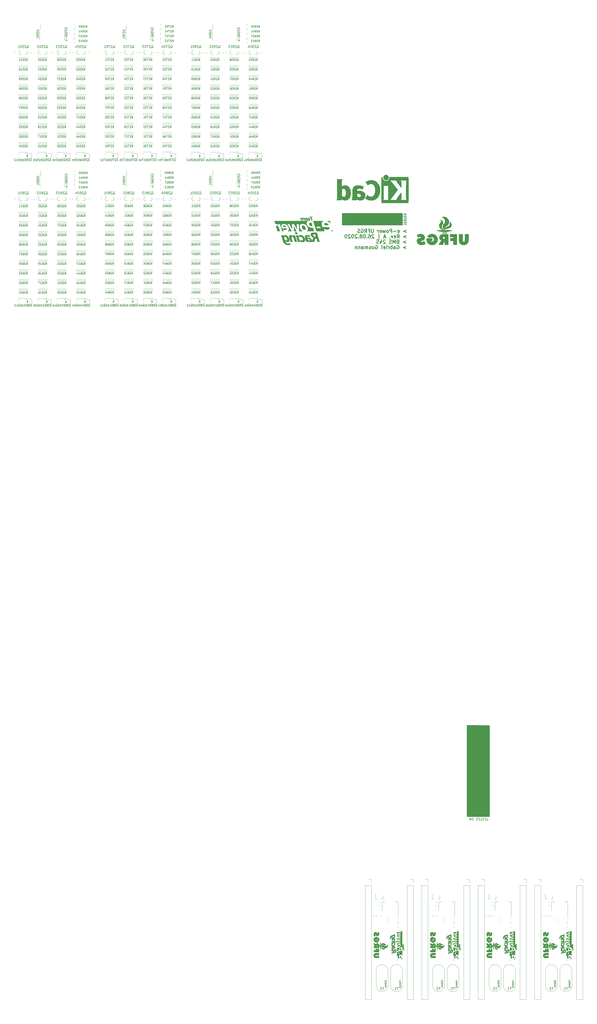
<source format=gbr>
G04 #@! TF.GenerationSoftware,KiCad,Pcbnew,(5.1.5)-3*
G04 #@! TF.CreationDate,2020-11-06T03:20:07-03:00*
G04 #@! TF.ProjectId,baseline_small,62617365-6c69-46e6-955f-736d616c6c2e,0.1*
G04 #@! TF.SameCoordinates,Original*
G04 #@! TF.FileFunction,Legend,Bot*
G04 #@! TF.FilePolarity,Positive*
%FSLAX46Y46*%
G04 Gerber Fmt 4.6, Leading zero omitted, Abs format (unit mm)*
G04 Created by KiCad (PCBNEW (5.1.5)-3) date 2020-11-06 03:20:07*
%MOMM*%
%LPD*%
G04 APERTURE LIST*
%ADD10C,0.150000*%
%ADD11C,0.225000*%
%ADD12C,0.300000*%
%ADD13C,0.100000*%
%ADD14C,0.120000*%
%ADD15C,0.010000*%
%ADD16C,0.254000*%
G04 APERTURE END LIST*
D10*
X-177751533Y-409522800D02*
X-177751533Y-409956133D01*
X-177484866Y-409722800D01*
X-177484866Y-409822800D01*
X-177451533Y-409889466D01*
X-177418200Y-409922800D01*
X-177351533Y-409956133D01*
X-177184866Y-409956133D01*
X-177118200Y-409922800D01*
X-177084866Y-409889466D01*
X-177051533Y-409822800D01*
X-177051533Y-409622800D01*
X-177084866Y-409556133D01*
X-177118200Y-409522800D01*
X-177684866Y-410222800D02*
X-177718200Y-410256133D01*
X-177751533Y-410322800D01*
X-177751533Y-410489466D01*
X-177718200Y-410556133D01*
X-177684866Y-410589466D01*
X-177618200Y-410622800D01*
X-177551533Y-410622800D01*
X-177451533Y-410589466D01*
X-177051533Y-410189466D01*
X-177051533Y-410622800D01*
X-177051533Y-410922800D02*
X-177751533Y-410922800D01*
X-177318200Y-410989466D02*
X-177051533Y-411189466D01*
X-177518200Y-411189466D02*
X-177251533Y-410922800D01*
X-177051533Y-411489466D02*
X-177751533Y-411489466D01*
X-177418200Y-411489466D02*
X-177418200Y-411889466D01*
X-177051533Y-411889466D02*
X-177751533Y-411889466D01*
X-177518200Y-412156133D02*
X-177518200Y-412522800D01*
X-177051533Y-412156133D01*
X-177051533Y-412522800D01*
X-170955533Y-412733133D02*
X-170922200Y-412699800D01*
X-170888866Y-412633133D01*
X-170888866Y-412466466D01*
X-170922200Y-412399800D01*
X-170955533Y-412366466D01*
X-171022200Y-412333133D01*
X-171088866Y-412333133D01*
X-171188866Y-412366466D01*
X-171588866Y-412766466D01*
X-171588866Y-412333133D01*
X-171122200Y-411733133D02*
X-171588866Y-411733133D01*
X-170855533Y-411899800D02*
X-171355533Y-412066466D01*
X-171355533Y-411633133D01*
X-171588866Y-411366466D02*
X-170888866Y-411366466D01*
X-171388866Y-411133133D01*
X-170888866Y-410899800D01*
X-171588866Y-410899800D01*
X-171588866Y-410566466D02*
X-170888866Y-410566466D01*
X-171222200Y-410566466D02*
X-171222200Y-410166466D01*
X-171588866Y-410166466D02*
X-170888866Y-410166466D01*
X-171122200Y-409899800D02*
X-171122200Y-409533133D01*
X-171588866Y-409899800D01*
X-171588866Y-409533133D01*
X-153799333Y-409522800D02*
X-153799333Y-409956133D01*
X-153532666Y-409722800D01*
X-153532666Y-409822800D01*
X-153499333Y-409889466D01*
X-153466000Y-409922800D01*
X-153399333Y-409956133D01*
X-153232666Y-409956133D01*
X-153166000Y-409922800D01*
X-153132666Y-409889466D01*
X-153099333Y-409822800D01*
X-153099333Y-409622800D01*
X-153132666Y-409556133D01*
X-153166000Y-409522800D01*
X-153732666Y-410222800D02*
X-153766000Y-410256133D01*
X-153799333Y-410322800D01*
X-153799333Y-410489466D01*
X-153766000Y-410556133D01*
X-153732666Y-410589466D01*
X-153666000Y-410622800D01*
X-153599333Y-410622800D01*
X-153499333Y-410589466D01*
X-153099333Y-410189466D01*
X-153099333Y-410622800D01*
X-153099333Y-410922800D02*
X-153799333Y-410922800D01*
X-153366000Y-410989466D02*
X-153099333Y-411189466D01*
X-153566000Y-411189466D02*
X-153299333Y-410922800D01*
X-153099333Y-411489466D02*
X-153799333Y-411489466D01*
X-153466000Y-411489466D02*
X-153466000Y-411889466D01*
X-153099333Y-411889466D02*
X-153799333Y-411889466D01*
X-153566000Y-412156133D02*
X-153566000Y-412522800D01*
X-153099333Y-412156133D01*
X-153099333Y-412522800D01*
X-147003333Y-412733133D02*
X-146970000Y-412699800D01*
X-146936666Y-412633133D01*
X-146936666Y-412466466D01*
X-146970000Y-412399800D01*
X-147003333Y-412366466D01*
X-147070000Y-412333133D01*
X-147136666Y-412333133D01*
X-147236666Y-412366466D01*
X-147636666Y-412766466D01*
X-147636666Y-412333133D01*
X-147170000Y-411733133D02*
X-147636666Y-411733133D01*
X-146903333Y-411899800D02*
X-147403333Y-412066466D01*
X-147403333Y-411633133D01*
X-147636666Y-411366466D02*
X-146936666Y-411366466D01*
X-147436666Y-411133133D01*
X-146936666Y-410899800D01*
X-147636666Y-410899800D01*
X-147636666Y-410566466D02*
X-146936666Y-410566466D01*
X-147270000Y-410566466D02*
X-147270000Y-410166466D01*
X-147636666Y-410166466D02*
X-146936666Y-410166466D01*
X-147170000Y-409899800D02*
X-147170000Y-409533133D01*
X-147636666Y-409899800D01*
X-147636666Y-409533133D01*
X-201678333Y-409522800D02*
X-201678333Y-409956133D01*
X-201411666Y-409722800D01*
X-201411666Y-409822800D01*
X-201378333Y-409889466D01*
X-201345000Y-409922800D01*
X-201278333Y-409956133D01*
X-201111666Y-409956133D01*
X-201045000Y-409922800D01*
X-201011666Y-409889466D01*
X-200978333Y-409822800D01*
X-200978333Y-409622800D01*
X-201011666Y-409556133D01*
X-201045000Y-409522800D01*
X-201611666Y-410222800D02*
X-201645000Y-410256133D01*
X-201678333Y-410322800D01*
X-201678333Y-410489466D01*
X-201645000Y-410556133D01*
X-201611666Y-410589466D01*
X-201545000Y-410622800D01*
X-201478333Y-410622800D01*
X-201378333Y-410589466D01*
X-200978333Y-410189466D01*
X-200978333Y-410622800D01*
X-200978333Y-410922800D02*
X-201678333Y-410922800D01*
X-201245000Y-410989466D02*
X-200978333Y-411189466D01*
X-201445000Y-411189466D02*
X-201178333Y-410922800D01*
X-200978333Y-411489466D02*
X-201678333Y-411489466D01*
X-201345000Y-411489466D02*
X-201345000Y-411889466D01*
X-200978333Y-411889466D02*
X-201678333Y-411889466D01*
X-201445000Y-412156133D02*
X-201445000Y-412522800D01*
X-200978333Y-412156133D01*
X-200978333Y-412522800D01*
X-194882333Y-412733133D02*
X-194849000Y-412699800D01*
X-194815666Y-412633133D01*
X-194815666Y-412466466D01*
X-194849000Y-412399800D01*
X-194882333Y-412366466D01*
X-194949000Y-412333133D01*
X-195015666Y-412333133D01*
X-195115666Y-412366466D01*
X-195515666Y-412766466D01*
X-195515666Y-412333133D01*
X-195049000Y-411733133D02*
X-195515666Y-411733133D01*
X-194782333Y-411899800D02*
X-195282333Y-412066466D01*
X-195282333Y-411633133D01*
X-195515666Y-411366466D02*
X-194815666Y-411366466D01*
X-195315666Y-411133133D01*
X-194815666Y-410899800D01*
X-195515666Y-410899800D01*
X-195515666Y-410566466D02*
X-194815666Y-410566466D01*
X-195149000Y-410566466D02*
X-195149000Y-410166466D01*
X-195515666Y-410166466D02*
X-194815666Y-410166466D01*
X-195049000Y-409899800D02*
X-195049000Y-409533133D01*
X-195515666Y-409899800D01*
X-195515666Y-409533133D01*
D11*
X-216596801Y-89622047D02*
X-216596801Y-89079190D01*
X-217546801Y-89350619D02*
X-216596801Y-89350619D01*
X-217049182Y-88762524D02*
X-217049182Y-88445857D01*
X-217546801Y-88310143D02*
X-217546801Y-88762524D01*
X-216596801Y-88762524D01*
X-216596801Y-88310143D01*
X-217501563Y-87948238D02*
X-217546801Y-87812524D01*
X-217546801Y-87586333D01*
X-217501563Y-87495857D01*
X-217456325Y-87450619D01*
X-217365849Y-87405381D01*
X-217275373Y-87405381D01*
X-217184897Y-87450619D01*
X-217139659Y-87495857D01*
X-217094420Y-87586333D01*
X-217049182Y-87767285D01*
X-217003944Y-87857762D01*
X-216958706Y-87903000D01*
X-216868230Y-87948238D01*
X-216777754Y-87948238D01*
X-216687278Y-87903000D01*
X-216642040Y-87857762D01*
X-216596801Y-87767285D01*
X-216596801Y-87541095D01*
X-216642040Y-87405381D01*
X-216596801Y-87133952D02*
X-216596801Y-86591095D01*
X-217546801Y-86862524D02*
X-216596801Y-86862524D01*
X-217049182Y-86274428D02*
X-217049182Y-85957762D01*
X-217546801Y-85822047D02*
X-217546801Y-86274428D01*
X-216596801Y-86274428D01*
X-216596801Y-85822047D01*
X-217546801Y-85414904D02*
X-216596801Y-85414904D01*
X-216596801Y-85188714D01*
X-216642040Y-85053000D01*
X-216732516Y-84962524D01*
X-216822992Y-84917285D01*
X-217003944Y-84872047D01*
X-217139659Y-84872047D01*
X-217320611Y-84917285D01*
X-217411087Y-84962524D01*
X-217501563Y-85053000D01*
X-217546801Y-85188714D01*
X-217546801Y-85414904D01*
D12*
X-216653182Y-96522345D02*
X-217796040Y-96950916D01*
X-216653182Y-97379488D01*
X-220153182Y-96736631D02*
X-220367468Y-96808059D01*
X-220438897Y-96879488D01*
X-220510325Y-97022345D01*
X-220510325Y-97236631D01*
X-220438897Y-97379488D01*
X-220367468Y-97450916D01*
X-220224611Y-97522345D01*
X-219653182Y-97522345D01*
X-219653182Y-96022345D01*
X-220153182Y-96022345D01*
X-220296040Y-96093774D01*
X-220367468Y-96165202D01*
X-220438897Y-96308059D01*
X-220438897Y-96450916D01*
X-220367468Y-96593774D01*
X-220296040Y-96665202D01*
X-220153182Y-96736631D01*
X-219653182Y-96736631D01*
X-221153182Y-97522345D02*
X-221153182Y-96022345D01*
X-221653182Y-97093774D01*
X-222153182Y-96022345D01*
X-222153182Y-97522345D01*
X-222796040Y-97450916D02*
X-223010325Y-97522345D01*
X-223367468Y-97522345D01*
X-223510325Y-97450916D01*
X-223581754Y-97379488D01*
X-223653182Y-97236631D01*
X-223653182Y-97093774D01*
X-223581754Y-96950916D01*
X-223510325Y-96879488D01*
X-223367468Y-96808059D01*
X-223081754Y-96736631D01*
X-222938897Y-96665202D01*
X-222867468Y-96593774D01*
X-222796040Y-96450916D01*
X-222796040Y-96308059D01*
X-222867468Y-96165202D01*
X-222938897Y-96093774D01*
X-223081754Y-96022345D01*
X-223438897Y-96022345D01*
X-223653182Y-96093774D01*
X-225367468Y-96165202D02*
X-225438897Y-96093774D01*
X-225581754Y-96022345D01*
X-225938897Y-96022345D01*
X-226081754Y-96093774D01*
X-226153182Y-96165202D01*
X-226224611Y-96308059D01*
X-226224611Y-96450916D01*
X-226153182Y-96665202D01*
X-225296040Y-97522345D01*
X-226224611Y-97522345D01*
X-227510325Y-96522345D02*
X-227510325Y-97522345D01*
X-227153182Y-95950916D02*
X-226796040Y-97022345D01*
X-227724611Y-97022345D01*
X-228224611Y-97450916D02*
X-228438897Y-97522345D01*
X-228796040Y-97522345D01*
X-228938897Y-97450916D01*
X-229010325Y-97379488D01*
X-229081754Y-97236631D01*
X-229081754Y-97093774D01*
X-229010325Y-96950916D01*
X-228938897Y-96879488D01*
X-228796040Y-96808059D01*
X-228510325Y-96736631D01*
X-228367468Y-96665202D01*
X-228296040Y-96593774D01*
X-228224611Y-96450916D01*
X-228224611Y-96308059D01*
X-228296040Y-96165202D01*
X-228367468Y-96093774D01*
X-228510325Y-96022345D01*
X-228867468Y-96022345D01*
X-229081754Y-96093774D01*
X-216526182Y-91950345D02*
X-217669040Y-92378916D01*
X-216526182Y-92807488D01*
X-220097611Y-92878916D02*
X-219954754Y-92950345D01*
X-219669040Y-92950345D01*
X-219526182Y-92878916D01*
X-219454754Y-92736059D01*
X-219454754Y-92164631D01*
X-219526182Y-92021774D01*
X-219669040Y-91950345D01*
X-219954754Y-91950345D01*
X-220097611Y-92021774D01*
X-220169040Y-92164631D01*
X-220169040Y-92307488D01*
X-219454754Y-92450345D01*
X-220811897Y-92378916D02*
X-221954754Y-92378916D01*
X-222669040Y-92950345D02*
X-222669040Y-91450345D01*
X-223240468Y-91450345D01*
X-223383325Y-91521774D01*
X-223454754Y-91593202D01*
X-223526182Y-91736059D01*
X-223526182Y-91950345D01*
X-223454754Y-92093202D01*
X-223383325Y-92164631D01*
X-223240468Y-92236059D01*
X-222669040Y-92236059D01*
X-224383325Y-92950345D02*
X-224240468Y-92878916D01*
X-224169040Y-92807488D01*
X-224097611Y-92664631D01*
X-224097611Y-92236059D01*
X-224169040Y-92093202D01*
X-224240468Y-92021774D01*
X-224383325Y-91950345D01*
X-224597611Y-91950345D01*
X-224740468Y-92021774D01*
X-224811897Y-92093202D01*
X-224883325Y-92236059D01*
X-224883325Y-92664631D01*
X-224811897Y-92807488D01*
X-224740468Y-92878916D01*
X-224597611Y-92950345D01*
X-224383325Y-92950345D01*
X-225383325Y-91950345D02*
X-225669040Y-92950345D01*
X-225954754Y-92236059D01*
X-226240468Y-92950345D01*
X-226526182Y-91950345D01*
X-227669040Y-92878916D02*
X-227526182Y-92950345D01*
X-227240468Y-92950345D01*
X-227097611Y-92878916D01*
X-227026182Y-92736059D01*
X-227026182Y-92164631D01*
X-227097611Y-92021774D01*
X-227240468Y-91950345D01*
X-227526182Y-91950345D01*
X-227669040Y-92021774D01*
X-227740468Y-92164631D01*
X-227740468Y-92307488D01*
X-227026182Y-92450345D01*
X-228383325Y-92950345D02*
X-228383325Y-91950345D01*
X-228383325Y-92236059D02*
X-228454754Y-92093202D01*
X-228526182Y-92021774D01*
X-228669040Y-91950345D01*
X-228811897Y-91950345D01*
X-230454754Y-91450345D02*
X-230454754Y-92664631D01*
X-230526182Y-92807488D01*
X-230597611Y-92878916D01*
X-230740468Y-92950345D01*
X-231026182Y-92950345D01*
X-231169040Y-92878916D01*
X-231240468Y-92807488D01*
X-231311897Y-92664631D01*
X-231311897Y-91450345D01*
X-232526182Y-92164631D02*
X-232026182Y-92164631D01*
X-232026182Y-92950345D02*
X-232026182Y-91450345D01*
X-232740468Y-91450345D01*
X-234169040Y-92950345D02*
X-233669040Y-92236059D01*
X-233311897Y-92950345D02*
X-233311897Y-91450345D01*
X-233883325Y-91450345D01*
X-234026182Y-91521774D01*
X-234097611Y-91593202D01*
X-234169040Y-91736059D01*
X-234169040Y-91950345D01*
X-234097611Y-92093202D01*
X-234026182Y-92164631D01*
X-233883325Y-92236059D01*
X-233311897Y-92236059D01*
X-235597611Y-91521774D02*
X-235454754Y-91450345D01*
X-235240468Y-91450345D01*
X-235026182Y-91521774D01*
X-234883325Y-91664631D01*
X-234811897Y-91807488D01*
X-234740468Y-92093202D01*
X-234740468Y-92307488D01*
X-234811897Y-92593202D01*
X-234883325Y-92736059D01*
X-235026182Y-92878916D01*
X-235240468Y-92950345D01*
X-235383325Y-92950345D01*
X-235597611Y-92878916D01*
X-235669040Y-92807488D01*
X-235669040Y-92307488D01*
X-235383325Y-92307488D01*
X-236240468Y-92878916D02*
X-236454754Y-92950345D01*
X-236811897Y-92950345D01*
X-236954754Y-92878916D01*
X-237026182Y-92807488D01*
X-237097611Y-92664631D01*
X-237097611Y-92521774D01*
X-237026182Y-92378916D01*
X-236954754Y-92307488D01*
X-236811897Y-92236059D01*
X-236526182Y-92164631D01*
X-236383325Y-92093202D01*
X-236311897Y-92021774D01*
X-236240468Y-91878916D01*
X-236240468Y-91736059D01*
X-236311897Y-91593202D01*
X-236383325Y-91521774D01*
X-236526182Y-91450345D01*
X-236883325Y-91450345D01*
X-237097611Y-91521774D01*
X-216539182Y-94236345D02*
X-217682040Y-94664916D01*
X-216539182Y-95093488D01*
X-220396325Y-95236345D02*
X-219896325Y-94522059D01*
X-219539182Y-95236345D02*
X-219539182Y-93736345D01*
X-220110611Y-93736345D01*
X-220253468Y-93807774D01*
X-220324897Y-93879202D01*
X-220396325Y-94022059D01*
X-220396325Y-94236345D01*
X-220324897Y-94379202D01*
X-220253468Y-94450631D01*
X-220110611Y-94522059D01*
X-219539182Y-94522059D01*
X-221610611Y-95164916D02*
X-221467754Y-95236345D01*
X-221182040Y-95236345D01*
X-221039182Y-95164916D01*
X-220967754Y-95022059D01*
X-220967754Y-94450631D01*
X-221039182Y-94307774D01*
X-221182040Y-94236345D01*
X-221467754Y-94236345D01*
X-221610611Y-94307774D01*
X-221682040Y-94450631D01*
X-221682040Y-94593488D01*
X-220967754Y-94736345D01*
X-222182040Y-94236345D02*
X-222539182Y-95236345D01*
X-222896325Y-94236345D01*
X-223467754Y-95093488D02*
X-223539182Y-95164916D01*
X-223467754Y-95236345D01*
X-223396325Y-95164916D01*
X-223467754Y-95093488D01*
X-223467754Y-95236345D01*
X-225253468Y-94807774D02*
X-225967754Y-94807774D01*
X-225110611Y-95236345D02*
X-225610611Y-93736345D01*
X-226110611Y-95236345D01*
X-228110611Y-95736345D02*
X-228110611Y-93593488D01*
X-230253468Y-93879202D02*
X-230324897Y-93807774D01*
X-230467754Y-93736345D01*
X-230824897Y-93736345D01*
X-230967754Y-93807774D01*
X-231039182Y-93879202D01*
X-231110611Y-94022059D01*
X-231110611Y-94164916D01*
X-231039182Y-94379202D01*
X-230182040Y-95236345D01*
X-231110611Y-95236345D01*
X-232396325Y-93736345D02*
X-232110611Y-93736345D01*
X-231967754Y-93807774D01*
X-231896325Y-93879202D01*
X-231753468Y-94093488D01*
X-231682040Y-94379202D01*
X-231682040Y-94950631D01*
X-231753468Y-95093488D01*
X-231824897Y-95164916D01*
X-231967754Y-95236345D01*
X-232253468Y-95236345D01*
X-232396325Y-95164916D01*
X-232467754Y-95093488D01*
X-232539182Y-94950631D01*
X-232539182Y-94593488D01*
X-232467754Y-94450631D01*
X-232396325Y-94379202D01*
X-232253468Y-94307774D01*
X-231967754Y-94307774D01*
X-231824897Y-94379202D01*
X-231753468Y-94450631D01*
X-231682040Y-94593488D01*
X-233182040Y-95093488D02*
X-233253468Y-95164916D01*
X-233182040Y-95236345D01*
X-233110611Y-95164916D01*
X-233182040Y-95093488D01*
X-233182040Y-95236345D01*
X-234182040Y-93736345D02*
X-234324897Y-93736345D01*
X-234467754Y-93807774D01*
X-234539182Y-93879202D01*
X-234610611Y-94022059D01*
X-234682040Y-94307774D01*
X-234682040Y-94664916D01*
X-234610611Y-94950631D01*
X-234539182Y-95093488D01*
X-234467754Y-95164916D01*
X-234324897Y-95236345D01*
X-234182040Y-95236345D01*
X-234039182Y-95164916D01*
X-233967754Y-95093488D01*
X-233896325Y-94950631D01*
X-233824897Y-94664916D01*
X-233824897Y-94307774D01*
X-233896325Y-94022059D01*
X-233967754Y-93879202D01*
X-234039182Y-93807774D01*
X-234182040Y-93736345D01*
X-235539182Y-94379202D02*
X-235396325Y-94307774D01*
X-235324897Y-94236345D01*
X-235253468Y-94093488D01*
X-235253468Y-94022059D01*
X-235324897Y-93879202D01*
X-235396325Y-93807774D01*
X-235539182Y-93736345D01*
X-235824897Y-93736345D01*
X-235967754Y-93807774D01*
X-236039182Y-93879202D01*
X-236110611Y-94022059D01*
X-236110611Y-94093488D01*
X-236039182Y-94236345D01*
X-235967754Y-94307774D01*
X-235824897Y-94379202D01*
X-235539182Y-94379202D01*
X-235396325Y-94450631D01*
X-235324897Y-94522059D01*
X-235253468Y-94664916D01*
X-235253468Y-94950631D01*
X-235324897Y-95093488D01*
X-235396325Y-95164916D01*
X-235539182Y-95236345D01*
X-235824897Y-95236345D01*
X-235967754Y-95164916D01*
X-236039182Y-95093488D01*
X-236110611Y-94950631D01*
X-236110611Y-94664916D01*
X-236039182Y-94522059D01*
X-235967754Y-94450631D01*
X-235824897Y-94379202D01*
X-236753468Y-95093488D02*
X-236824897Y-95164916D01*
X-236753468Y-95236345D01*
X-236682040Y-95164916D01*
X-236753468Y-95093488D01*
X-236753468Y-95236345D01*
X-237396325Y-93879202D02*
X-237467754Y-93807774D01*
X-237610611Y-93736345D01*
X-237967754Y-93736345D01*
X-238110611Y-93807774D01*
X-238182040Y-93879202D01*
X-238253468Y-94022059D01*
X-238253468Y-94164916D01*
X-238182040Y-94379202D01*
X-237324897Y-95236345D01*
X-238253468Y-95236345D01*
X-239182040Y-93736345D02*
X-239324897Y-93736345D01*
X-239467754Y-93807774D01*
X-239539182Y-93879202D01*
X-239610611Y-94022059D01*
X-239682040Y-94307774D01*
X-239682040Y-94664916D01*
X-239610611Y-94950631D01*
X-239539182Y-95093488D01*
X-239467754Y-95164916D01*
X-239324897Y-95236345D01*
X-239182040Y-95236345D01*
X-239039182Y-95164916D01*
X-238967754Y-95093488D01*
X-238896325Y-94950631D01*
X-238824897Y-94664916D01*
X-238824897Y-94307774D01*
X-238896325Y-94022059D01*
X-238967754Y-93879202D01*
X-239039182Y-93807774D01*
X-239182040Y-93736345D01*
X-240253468Y-93879202D02*
X-240324897Y-93807774D01*
X-240467754Y-93736345D01*
X-240824897Y-93736345D01*
X-240967754Y-93807774D01*
X-241039182Y-93879202D01*
X-241110611Y-94022059D01*
X-241110611Y-94164916D01*
X-241039182Y-94379202D01*
X-240182040Y-95236345D01*
X-241110611Y-95236345D01*
X-242039182Y-93736345D02*
X-242182040Y-93736345D01*
X-242324897Y-93807774D01*
X-242396325Y-93879202D01*
X-242467754Y-94022059D01*
X-242539182Y-94307774D01*
X-242539182Y-94664916D01*
X-242467754Y-94950631D01*
X-242396325Y-95093488D01*
X-242324897Y-95164916D01*
X-242182040Y-95236345D01*
X-242039182Y-95236345D01*
X-241896325Y-95164916D01*
X-241824897Y-95093488D01*
X-241753468Y-94950631D01*
X-241682040Y-94664916D01*
X-241682040Y-94307774D01*
X-241753468Y-94022059D01*
X-241824897Y-93879202D01*
X-241896325Y-93807774D01*
X-242039182Y-93736345D01*
X-216653182Y-98808345D02*
X-217796040Y-99236916D01*
X-216653182Y-99665488D01*
X-220438897Y-98379774D02*
X-220296040Y-98308345D01*
X-220081754Y-98308345D01*
X-219867468Y-98379774D01*
X-219724611Y-98522631D01*
X-219653182Y-98665488D01*
X-219581754Y-98951202D01*
X-219581754Y-99165488D01*
X-219653182Y-99451202D01*
X-219724611Y-99594059D01*
X-219867468Y-99736916D01*
X-220081754Y-99808345D01*
X-220224611Y-99808345D01*
X-220438897Y-99736916D01*
X-220510325Y-99665488D01*
X-220510325Y-99165488D01*
X-220224611Y-99165488D01*
X-221796040Y-99808345D02*
X-221796040Y-99022631D01*
X-221724611Y-98879774D01*
X-221581754Y-98808345D01*
X-221296040Y-98808345D01*
X-221153182Y-98879774D01*
X-221796040Y-99736916D02*
X-221653182Y-99808345D01*
X-221296040Y-99808345D01*
X-221153182Y-99736916D01*
X-221081754Y-99594059D01*
X-221081754Y-99451202D01*
X-221153182Y-99308345D01*
X-221296040Y-99236916D01*
X-221653182Y-99236916D01*
X-221796040Y-99165488D01*
X-222510325Y-99808345D02*
X-222510325Y-98308345D01*
X-222510325Y-98879774D02*
X-222653182Y-98808345D01*
X-222938897Y-98808345D01*
X-223081754Y-98879774D01*
X-223153182Y-98951202D01*
X-223224611Y-99094059D01*
X-223224611Y-99522631D01*
X-223153182Y-99665488D01*
X-223081754Y-99736916D01*
X-222938897Y-99808345D01*
X-222653182Y-99808345D01*
X-222510325Y-99736916D01*
X-223867468Y-99808345D02*
X-223867468Y-98808345D01*
X-223867468Y-99094059D02*
X-223938897Y-98951202D01*
X-224010325Y-98879774D01*
X-224153182Y-98808345D01*
X-224296040Y-98808345D01*
X-224796040Y-99808345D02*
X-224796040Y-98808345D01*
X-224796040Y-98308345D02*
X-224724611Y-98379774D01*
X-224796040Y-98451202D01*
X-224867468Y-98379774D01*
X-224796040Y-98308345D01*
X-224796040Y-98451202D01*
X-226081754Y-99736916D02*
X-225938897Y-99808345D01*
X-225653182Y-99808345D01*
X-225510325Y-99736916D01*
X-225438897Y-99594059D01*
X-225438897Y-99022631D01*
X-225510325Y-98879774D01*
X-225653182Y-98808345D01*
X-225938897Y-98808345D01*
X-226081754Y-98879774D01*
X-226153182Y-99022631D01*
X-226153182Y-99165488D01*
X-225438897Y-99308345D01*
X-227010325Y-99808345D02*
X-226867468Y-99736916D01*
X-226796040Y-99594059D01*
X-226796040Y-98308345D01*
X-229510325Y-98379774D02*
X-229367468Y-98308345D01*
X-229153182Y-98308345D01*
X-228938897Y-98379774D01*
X-228796040Y-98522631D01*
X-228724611Y-98665488D01*
X-228653182Y-98951202D01*
X-228653182Y-99165488D01*
X-228724611Y-99451202D01*
X-228796040Y-99594059D01*
X-228938897Y-99736916D01*
X-229153182Y-99808345D01*
X-229296040Y-99808345D01*
X-229510325Y-99736916D01*
X-229581754Y-99665488D01*
X-229581754Y-99165488D01*
X-229296040Y-99165488D01*
X-230438897Y-99808345D02*
X-230296040Y-99736916D01*
X-230224611Y-99665488D01*
X-230153182Y-99522631D01*
X-230153182Y-99094059D01*
X-230224611Y-98951202D01*
X-230296040Y-98879774D01*
X-230438897Y-98808345D01*
X-230653182Y-98808345D01*
X-230796040Y-98879774D01*
X-230867468Y-98951202D01*
X-230938897Y-99094059D01*
X-230938897Y-99522631D01*
X-230867468Y-99665488D01*
X-230796040Y-99736916D01*
X-230653182Y-99808345D01*
X-230438897Y-99808345D01*
X-231510325Y-99736916D02*
X-231653182Y-99808345D01*
X-231938897Y-99808345D01*
X-232081754Y-99736916D01*
X-232153182Y-99594059D01*
X-232153182Y-99522631D01*
X-232081754Y-99379774D01*
X-231938897Y-99308345D01*
X-231724611Y-99308345D01*
X-231581754Y-99236916D01*
X-231510325Y-99094059D01*
X-231510325Y-99022631D01*
X-231581754Y-98879774D01*
X-231724611Y-98808345D01*
X-231938897Y-98808345D01*
X-232081754Y-98879774D01*
X-232796040Y-99808345D02*
X-232796040Y-98808345D01*
X-232796040Y-98951202D02*
X-232867468Y-98879774D01*
X-233010325Y-98808345D01*
X-233224611Y-98808345D01*
X-233367468Y-98879774D01*
X-233438897Y-99022631D01*
X-233438897Y-99808345D01*
X-233438897Y-99022631D02*
X-233510325Y-98879774D01*
X-233653182Y-98808345D01*
X-233867468Y-98808345D01*
X-234010325Y-98879774D01*
X-234081754Y-99022631D01*
X-234081754Y-99808345D01*
X-235438897Y-99808345D02*
X-235438897Y-99022631D01*
X-235367468Y-98879774D01*
X-235224611Y-98808345D01*
X-234938897Y-98808345D01*
X-234796040Y-98879774D01*
X-235438897Y-99736916D02*
X-235296040Y-99808345D01*
X-234938897Y-99808345D01*
X-234796040Y-99736916D01*
X-234724611Y-99594059D01*
X-234724611Y-99451202D01*
X-234796040Y-99308345D01*
X-234938897Y-99236916D01*
X-235296040Y-99236916D01*
X-235438897Y-99165488D01*
X-236153182Y-98808345D02*
X-236153182Y-99808345D01*
X-236153182Y-98951202D02*
X-236224611Y-98879774D01*
X-236367468Y-98808345D01*
X-236581754Y-98808345D01*
X-236724611Y-98879774D01*
X-236796040Y-99022631D01*
X-236796040Y-99808345D01*
X-237510325Y-98808345D02*
X-237510325Y-99808345D01*
X-237510325Y-98951202D02*
X-237581754Y-98879774D01*
X-237724611Y-98808345D01*
X-237938897Y-98808345D01*
X-238081754Y-98879774D01*
X-238153182Y-99022631D01*
X-238153182Y-99808345D01*
D13*
G36*
X-218133040Y-89731774D02*
G01*
X-243787040Y-89731774D01*
X-243787040Y-84651774D01*
X-218133040Y-84651774D01*
X-218133040Y-89731774D01*
G37*
X-218133040Y-89731774D02*
X-243787040Y-89731774D01*
X-243787040Y-84651774D01*
X-218133040Y-84651774D01*
X-218133040Y-89731774D01*
D10*
X-181865449Y-341791539D02*
X-182436878Y-341791539D01*
X-182151163Y-340791539D02*
X-182151163Y-341791539D01*
X-182770211Y-341315348D02*
X-183103544Y-341315348D01*
X-183246401Y-340791539D02*
X-182770211Y-340791539D01*
X-182770211Y-341791539D01*
X-183246401Y-341791539D01*
X-183627354Y-340839158D02*
X-183770211Y-340791539D01*
X-184008306Y-340791539D01*
X-184103544Y-340839158D01*
X-184151163Y-340886777D01*
X-184198782Y-340982015D01*
X-184198782Y-341077253D01*
X-184151163Y-341172491D01*
X-184103544Y-341220110D01*
X-184008306Y-341267729D01*
X-183817830Y-341315348D01*
X-183722592Y-341362967D01*
X-183674973Y-341410586D01*
X-183627354Y-341505824D01*
X-183627354Y-341601062D01*
X-183674973Y-341696300D01*
X-183722592Y-341743920D01*
X-183817830Y-341791539D01*
X-184055925Y-341791539D01*
X-184198782Y-341743920D01*
X-184484497Y-341791539D02*
X-185055925Y-341791539D01*
X-184770211Y-340791539D02*
X-184770211Y-341791539D01*
X-185389259Y-341315348D02*
X-185722592Y-341315348D01*
X-185865449Y-340791539D02*
X-185389259Y-340791539D01*
X-185389259Y-341791539D01*
X-185865449Y-341791539D01*
X-186294020Y-340791539D02*
X-186294020Y-341791539D01*
X-186532116Y-341791539D01*
X-186674973Y-341743920D01*
X-186770211Y-341648681D01*
X-186817830Y-341553443D01*
X-186865449Y-341362967D01*
X-186865449Y-341220110D01*
X-186817830Y-341029634D01*
X-186770211Y-340934396D01*
X-186674973Y-340839158D01*
X-186532116Y-340791539D01*
X-186294020Y-340791539D01*
X-188246401Y-341791539D02*
X-188436878Y-341791539D01*
X-188532116Y-341743920D01*
X-188627354Y-341648681D01*
X-188674973Y-341458205D01*
X-188674973Y-341124872D01*
X-188627354Y-340934396D01*
X-188532116Y-340839158D01*
X-188436878Y-340791539D01*
X-188246401Y-340791539D01*
X-188151163Y-340839158D01*
X-188055925Y-340934396D01*
X-188008306Y-341124872D01*
X-188008306Y-341458205D01*
X-188055925Y-341648681D01*
X-188151163Y-341743920D01*
X-188246401Y-341791539D01*
X-189103544Y-340791539D02*
X-189103544Y-341791539D01*
X-189674973Y-340791539D01*
X-189674973Y-341791539D01*
X-225630533Y-409522800D02*
X-225630533Y-409956133D01*
X-225363866Y-409722800D01*
X-225363866Y-409822800D01*
X-225330533Y-409889466D01*
X-225297200Y-409922800D01*
X-225230533Y-409956133D01*
X-225063866Y-409956133D01*
X-224997200Y-409922800D01*
X-224963866Y-409889466D01*
X-224930533Y-409822800D01*
X-224930533Y-409622800D01*
X-224963866Y-409556133D01*
X-224997200Y-409522800D01*
X-225563866Y-410222800D02*
X-225597200Y-410256133D01*
X-225630533Y-410322800D01*
X-225630533Y-410489466D01*
X-225597200Y-410556133D01*
X-225563866Y-410589466D01*
X-225497200Y-410622800D01*
X-225430533Y-410622800D01*
X-225330533Y-410589466D01*
X-224930533Y-410189466D01*
X-224930533Y-410622800D01*
X-224930533Y-410922800D02*
X-225630533Y-410922800D01*
X-225197200Y-410989466D02*
X-224930533Y-411189466D01*
X-225397200Y-411189466D02*
X-225130533Y-410922800D01*
X-224930533Y-411489466D02*
X-225630533Y-411489466D01*
X-225297200Y-411489466D02*
X-225297200Y-411889466D01*
X-224930533Y-411889466D02*
X-225630533Y-411889466D01*
X-225397200Y-412156133D02*
X-225397200Y-412522800D01*
X-224930533Y-412156133D01*
X-224930533Y-412522800D01*
X-218834533Y-412733133D02*
X-218801200Y-412699800D01*
X-218767866Y-412633133D01*
X-218767866Y-412466466D01*
X-218801200Y-412399800D01*
X-218834533Y-412366466D01*
X-218901200Y-412333133D01*
X-218967866Y-412333133D01*
X-219067866Y-412366466D01*
X-219467866Y-412766466D01*
X-219467866Y-412333133D01*
X-219001200Y-411733133D02*
X-219467866Y-411733133D01*
X-218734533Y-411899800D02*
X-219234533Y-412066466D01*
X-219234533Y-411633133D01*
X-219467866Y-411366466D02*
X-218767866Y-411366466D01*
X-219267866Y-411133133D01*
X-218767866Y-410899800D01*
X-219467866Y-410899800D01*
X-219467866Y-410566466D02*
X-218767866Y-410566466D01*
X-219101200Y-410566466D02*
X-219101200Y-410166466D01*
X-219467866Y-410166466D02*
X-218767866Y-410166466D01*
X-219001200Y-409899800D02*
X-219001200Y-409533133D01*
X-219467866Y-409899800D01*
X-219467866Y-409533133D01*
D14*
X-152415000Y-411836800D02*
G75*
G02X-157465000Y-411836800I-2525000J0D01*
G01*
X-152415000Y-405436800D02*
G75*
G03X-157465000Y-405436800I-2525000J0D01*
G01*
X-152415000Y-405436800D02*
X-152415000Y-411836800D01*
X-157465000Y-405436800D02*
X-157465000Y-411836800D01*
X-148101000Y-382356800D02*
X-148101000Y-376346800D01*
X-154921000Y-380106800D02*
X-154921000Y-376346800D01*
X-148101000Y-376346800D02*
X-149361000Y-376346800D01*
X-154921000Y-376346800D02*
X-153661000Y-376346800D01*
X-156344252Y-376530800D02*
X-155821748Y-376530800D01*
X-156344252Y-377950800D02*
X-155821748Y-377950800D01*
X-146319000Y-411836800D02*
G75*
G02X-151369000Y-411836800I-2525000J0D01*
G01*
X-146319000Y-405436800D02*
G75*
G03X-151369000Y-405436800I-2525000J0D01*
G01*
X-146319000Y-405436800D02*
X-146319000Y-411836800D01*
X-151369000Y-405436800D02*
X-151369000Y-411836800D01*
X-154503000Y-375079800D02*
X-154503000Y-373619800D01*
X-157663000Y-375079800D02*
X-157663000Y-372919800D01*
X-157663000Y-375079800D02*
X-156733000Y-375079800D01*
X-154503000Y-375079800D02*
X-155433000Y-375079800D01*
D15*
G36*
X-147753917Y-392806506D02*
G01*
X-147816570Y-392811835D01*
X-147909097Y-392817981D01*
X-148019068Y-392824188D01*
X-148134052Y-392829697D01*
X-148134917Y-392829734D01*
X-148251968Y-392835343D01*
X-148366120Y-392841774D01*
X-148464146Y-392848225D01*
X-148531792Y-392853791D01*
X-148653500Y-392865957D01*
X-148653500Y-393372907D01*
X-148531792Y-393304656D01*
X-148454846Y-393260871D01*
X-148359347Y-393205632D01*
X-148263060Y-393149232D01*
X-148240750Y-393136040D01*
X-148146951Y-393080956D01*
X-148033860Y-393015300D01*
X-147919080Y-392949266D01*
X-147859750Y-392915422D01*
X-147648084Y-392795170D01*
X-147753917Y-392806506D01*
G37*
X-147753917Y-392806506D02*
X-147816570Y-392811835D01*
X-147909097Y-392817981D01*
X-148019068Y-392824188D01*
X-148134052Y-392829697D01*
X-148134917Y-392829734D01*
X-148251968Y-392835343D01*
X-148366120Y-392841774D01*
X-148464146Y-392848225D01*
X-148531792Y-392853791D01*
X-148653500Y-392865957D01*
X-148653500Y-393372907D01*
X-148531792Y-393304656D01*
X-148454846Y-393260871D01*
X-148359347Y-393205632D01*
X-148263060Y-393149232D01*
X-148240750Y-393136040D01*
X-148146951Y-393080956D01*
X-148033860Y-393015300D01*
X-147919080Y-392949266D01*
X-147859750Y-392915422D01*
X-147648084Y-392795170D01*
X-147753917Y-392806506D01*
G36*
X-146876005Y-396419217D02*
G01*
X-146885583Y-396276328D01*
X-146913503Y-396169025D01*
X-146960625Y-396094338D01*
X-146973545Y-396082083D01*
X-147045225Y-396046145D01*
X-147131944Y-396041919D01*
X-147225958Y-396065438D01*
X-147319521Y-396112733D01*
X-147404888Y-396179838D01*
X-147474316Y-396262786D01*
X-147520058Y-396357609D01*
X-147521664Y-396362856D01*
X-147535680Y-396426577D01*
X-147545822Y-396504075D01*
X-147551647Y-396584516D01*
X-147552709Y-396657064D01*
X-147548564Y-396710885D01*
X-147538767Y-396735144D01*
X-147536959Y-396735563D01*
X-147512281Y-396729715D01*
X-147454406Y-396713390D01*
X-147370555Y-396688703D01*
X-147267949Y-396657766D01*
X-147198292Y-396636439D01*
X-146875500Y-396537051D01*
X-146876005Y-396419217D01*
G37*
X-146876005Y-396419217D02*
X-146885583Y-396276328D01*
X-146913503Y-396169025D01*
X-146960625Y-396094338D01*
X-146973545Y-396082083D01*
X-147045225Y-396046145D01*
X-147131944Y-396041919D01*
X-147225958Y-396065438D01*
X-147319521Y-396112733D01*
X-147404888Y-396179838D01*
X-147474316Y-396262786D01*
X-147520058Y-396357609D01*
X-147521664Y-396362856D01*
X-147535680Y-396426577D01*
X-147545822Y-396504075D01*
X-147551647Y-396584516D01*
X-147552709Y-396657064D01*
X-147548564Y-396710885D01*
X-147538767Y-396735144D01*
X-147536959Y-396735563D01*
X-147512281Y-396729715D01*
X-147454406Y-396713390D01*
X-147370555Y-396688703D01*
X-147267949Y-396657766D01*
X-147198292Y-396636439D01*
X-146875500Y-396537051D01*
X-146876005Y-396419217D01*
G36*
X-146473766Y-400136593D02*
G01*
X-146474198Y-399836217D01*
X-146565673Y-400026717D01*
X-146673473Y-400225361D01*
X-146796154Y-400398661D01*
X-146893919Y-400510635D01*
X-146936354Y-400557036D01*
X-146951258Y-400578997D01*
X-146940745Y-400582305D01*
X-146917834Y-400576143D01*
X-146873032Y-400563012D01*
X-146800952Y-400542538D01*
X-146715145Y-400518559D01*
X-146690775Y-400511814D01*
X-146608721Y-400488332D01*
X-146541789Y-400467654D01*
X-146500984Y-400453233D01*
X-146494984Y-400450349D01*
X-146486167Y-400424020D01*
X-146479462Y-400360488D01*
X-146475211Y-400264848D01*
X-146473760Y-400142194D01*
X-146473766Y-400136593D01*
G37*
X-146473766Y-400136593D02*
X-146474198Y-399836217D01*
X-146565673Y-400026717D01*
X-146673473Y-400225361D01*
X-146796154Y-400398661D01*
X-146893919Y-400510635D01*
X-146936354Y-400557036D01*
X-146951258Y-400578997D01*
X-146940745Y-400582305D01*
X-146917834Y-400576143D01*
X-146873032Y-400563012D01*
X-146800952Y-400542538D01*
X-146715145Y-400518559D01*
X-146690775Y-400511814D01*
X-146608721Y-400488332D01*
X-146541789Y-400467654D01*
X-146500984Y-400453233D01*
X-146494984Y-400450349D01*
X-146486167Y-400424020D01*
X-146479462Y-400360488D01*
X-146475211Y-400264848D01*
X-146473760Y-400142194D01*
X-146473766Y-400136593D01*
G36*
X-149506171Y-390854869D02*
G01*
X-149535541Y-390752055D01*
X-149588975Y-390672574D01*
X-149627652Y-390642100D01*
X-149668297Y-390613594D01*
X-149674080Y-390594203D01*
X-149642436Y-390578725D01*
X-149590125Y-390566024D01*
X-149521334Y-390551270D01*
X-149521334Y-390341285D01*
X-149522974Y-390237612D01*
X-149528293Y-390171395D01*
X-149537891Y-390137870D01*
X-149547719Y-390131300D01*
X-149582307Y-390137824D01*
X-149651119Y-390156138D01*
X-149748315Y-390184357D01*
X-149868057Y-390220597D01*
X-150004503Y-390262973D01*
X-150151815Y-390309599D01*
X-150304153Y-390358590D01*
X-150455678Y-390408062D01*
X-150600549Y-390456130D01*
X-150732927Y-390500908D01*
X-150846973Y-390540512D01*
X-150936848Y-390573057D01*
X-150996710Y-390596657D01*
X-151013309Y-390604381D01*
X-151169017Y-390708613D01*
X-151308117Y-390845324D01*
X-151423797Y-391005805D01*
X-151509243Y-391181351D01*
X-151539920Y-391277432D01*
X-151565642Y-391409158D01*
X-151580728Y-391556619D01*
X-151584015Y-391701285D01*
X-151574338Y-391824623D01*
X-151574297Y-391824891D01*
X-151552992Y-391933845D01*
X-151528769Y-392009425D01*
X-151502937Y-392048331D01*
X-151484248Y-392051847D01*
X-151452273Y-392040835D01*
X-151392257Y-392021011D01*
X-151316493Y-391996431D01*
X-151307308Y-391993477D01*
X-151156533Y-391945029D01*
X-151211919Y-391826623D01*
X-151244141Y-391746880D01*
X-151261069Y-391670385D01*
X-151266683Y-391577036D01*
X-151266787Y-391549467D01*
X-151248563Y-391380864D01*
X-151195298Y-391235941D01*
X-151107342Y-391115145D01*
X-150985040Y-391018921D01*
X-150828739Y-390947715D01*
X-150787885Y-390934884D01*
X-150758876Y-390927684D01*
X-150749508Y-390932597D01*
X-150761644Y-390956035D01*
X-150797144Y-391004409D01*
X-150814809Y-391027598D01*
X-150890522Y-391151109D01*
X-150938078Y-391281489D01*
X-150957933Y-391412033D01*
X-150950546Y-391536037D01*
X-150916377Y-391646797D01*
X-150855883Y-391737607D01*
X-150769523Y-391801764D01*
X-150761604Y-391805501D01*
X-150637875Y-391839990D01*
X-150491416Y-391843233D01*
X-150409788Y-391829370D01*
X-150409788Y-391385378D01*
X-150504264Y-391376333D01*
X-150544009Y-391361054D01*
X-150605501Y-391306329D01*
X-150634904Y-391228762D01*
X-150631059Y-391134413D01*
X-150603244Y-391050869D01*
X-150531499Y-390943045D01*
X-150423121Y-390851561D01*
X-150281519Y-390779014D01*
X-150215857Y-390755727D01*
X-150098822Y-390724672D01*
X-150009809Y-390716199D01*
X-149940832Y-390730634D01*
X-149883902Y-390768299D01*
X-149882889Y-390769239D01*
X-149834094Y-390841706D01*
X-149820171Y-390931118D01*
X-149840788Y-391030903D01*
X-149895614Y-391134492D01*
X-149901726Y-391143102D01*
X-149974728Y-391218568D01*
X-150072046Y-391283925D01*
X-150183669Y-391335777D01*
X-150299586Y-391370727D01*
X-150409788Y-391385378D01*
X-150409788Y-391829370D01*
X-150327821Y-391815448D01*
X-150225890Y-391784715D01*
X-150020728Y-391696857D01*
X-149849014Y-391586675D01*
X-149706476Y-391451057D01*
X-149629047Y-391350150D01*
X-149562305Y-391228657D01*
X-149519568Y-391100635D01*
X-149500852Y-390973551D01*
X-149506171Y-390854869D01*
G37*
X-149506171Y-390854869D02*
X-149535541Y-390752055D01*
X-149588975Y-390672574D01*
X-149627652Y-390642100D01*
X-149668297Y-390613594D01*
X-149674080Y-390594203D01*
X-149642436Y-390578725D01*
X-149590125Y-390566024D01*
X-149521334Y-390551270D01*
X-149521334Y-390341285D01*
X-149522974Y-390237612D01*
X-149528293Y-390171395D01*
X-149537891Y-390137870D01*
X-149547719Y-390131300D01*
X-149582307Y-390137824D01*
X-149651119Y-390156138D01*
X-149748315Y-390184357D01*
X-149868057Y-390220597D01*
X-150004503Y-390262973D01*
X-150151815Y-390309599D01*
X-150304153Y-390358590D01*
X-150455678Y-390408062D01*
X-150600549Y-390456130D01*
X-150732927Y-390500908D01*
X-150846973Y-390540512D01*
X-150936848Y-390573057D01*
X-150996710Y-390596657D01*
X-151013309Y-390604381D01*
X-151169017Y-390708613D01*
X-151308117Y-390845324D01*
X-151423797Y-391005805D01*
X-151509243Y-391181351D01*
X-151539920Y-391277432D01*
X-151565642Y-391409158D01*
X-151580728Y-391556619D01*
X-151584015Y-391701285D01*
X-151574338Y-391824623D01*
X-151574297Y-391824891D01*
X-151552992Y-391933845D01*
X-151528769Y-392009425D01*
X-151502937Y-392048331D01*
X-151484248Y-392051847D01*
X-151452273Y-392040835D01*
X-151392257Y-392021011D01*
X-151316493Y-391996431D01*
X-151307308Y-391993477D01*
X-151156533Y-391945029D01*
X-151211919Y-391826623D01*
X-151244141Y-391746880D01*
X-151261069Y-391670385D01*
X-151266683Y-391577036D01*
X-151266787Y-391549467D01*
X-151248563Y-391380864D01*
X-151195298Y-391235941D01*
X-151107342Y-391115145D01*
X-150985040Y-391018921D01*
X-150828739Y-390947715D01*
X-150787885Y-390934884D01*
X-150758876Y-390927684D01*
X-150749508Y-390932597D01*
X-150761644Y-390956035D01*
X-150797144Y-391004409D01*
X-150814809Y-391027598D01*
X-150890522Y-391151109D01*
X-150938078Y-391281489D01*
X-150957933Y-391412033D01*
X-150950546Y-391536037D01*
X-150916377Y-391646797D01*
X-150855883Y-391737607D01*
X-150769523Y-391801764D01*
X-150761604Y-391805501D01*
X-150637875Y-391839990D01*
X-150491416Y-391843233D01*
X-150409788Y-391829370D01*
X-150409788Y-391385378D01*
X-150504264Y-391376333D01*
X-150544009Y-391361054D01*
X-150605501Y-391306329D01*
X-150634904Y-391228762D01*
X-150631059Y-391134413D01*
X-150603244Y-391050869D01*
X-150531499Y-390943045D01*
X-150423121Y-390851561D01*
X-150281519Y-390779014D01*
X-150215857Y-390755727D01*
X-150098822Y-390724672D01*
X-150009809Y-390716199D01*
X-149940832Y-390730634D01*
X-149883902Y-390768299D01*
X-149882889Y-390769239D01*
X-149834094Y-390841706D01*
X-149820171Y-390931118D01*
X-149840788Y-391030903D01*
X-149895614Y-391134492D01*
X-149901726Y-391143102D01*
X-149974728Y-391218568D01*
X-150072046Y-391283925D01*
X-150183669Y-391335777D01*
X-150299586Y-391370727D01*
X-150409788Y-391385378D01*
X-150409788Y-391829370D01*
X-150327821Y-391815448D01*
X-150225890Y-391784715D01*
X-150020728Y-391696857D01*
X-149849014Y-391586675D01*
X-149706476Y-391451057D01*
X-149629047Y-391350150D01*
X-149562305Y-391228657D01*
X-149519568Y-391100635D01*
X-149500852Y-390973551D01*
X-149506171Y-390854869D01*
G36*
X-149508277Y-395511589D02*
G01*
X-149528878Y-395400820D01*
X-149555044Y-395337588D01*
X-149599024Y-395273372D01*
X-149648938Y-395225712D01*
X-149709141Y-395194543D01*
X-149783985Y-395179798D01*
X-149877825Y-395181410D01*
X-149995013Y-395199315D01*
X-150139903Y-395233445D01*
X-150316849Y-395283734D01*
X-150447779Y-395324008D01*
X-150578465Y-395364886D01*
X-150695155Y-395401125D01*
X-150791953Y-395430914D01*
X-150862961Y-395452444D01*
X-150902285Y-395463906D01*
X-150908154Y-395465300D01*
X-150912506Y-395484942D01*
X-150915929Y-395537773D01*
X-150917967Y-395614653D01*
X-150918334Y-395668678D01*
X-150918819Y-395763850D01*
X-150916413Y-395823189D01*
X-150905322Y-395853093D01*
X-150879755Y-395859963D01*
X-150833919Y-395850199D01*
X-150770167Y-395832376D01*
X-150739153Y-395825231D01*
X-150733836Y-395831484D01*
X-150755717Y-395857623D01*
X-150782474Y-395885497D01*
X-150859463Y-395987029D01*
X-150916234Y-396106311D01*
X-150950342Y-396232761D01*
X-150959344Y-396355796D01*
X-150940795Y-396464833D01*
X-150924955Y-396502467D01*
X-150862104Y-396582686D01*
X-150775803Y-396629190D01*
X-150668853Y-396641480D01*
X-150544049Y-396619056D01*
X-150536813Y-396616358D01*
X-150536813Y-396213441D01*
X-150600662Y-396202542D01*
X-150642950Y-396166848D01*
X-150650537Y-396149127D01*
X-150657290Y-396068622D01*
X-150641547Y-395975023D01*
X-150606995Y-395888504D01*
X-150601085Y-395878458D01*
X-150541179Y-395809919D01*
X-150455640Y-395746529D01*
X-150360746Y-395699393D01*
X-150319732Y-395686542D01*
X-150282091Y-395679591D01*
X-150267405Y-395690786D01*
X-150268481Y-395730159D01*
X-150271435Y-395753886D01*
X-150281094Y-395829731D01*
X-150291682Y-395914166D01*
X-150293851Y-395931656D01*
X-150323298Y-396045072D01*
X-150378127Y-396134509D01*
X-150453684Y-396192662D01*
X-150462701Y-396196685D01*
X-150536813Y-396213441D01*
X-150536813Y-396616358D01*
X-150456040Y-396586231D01*
X-150342495Y-396522266D01*
X-150250459Y-396437871D01*
X-150177488Y-396328666D01*
X-150121136Y-396190272D01*
X-150078960Y-396018307D01*
X-150055709Y-395868997D01*
X-150040807Y-395756495D01*
X-150028589Y-395679101D01*
X-150017055Y-395629848D01*
X-150004205Y-395601771D01*
X-149988039Y-395587904D01*
X-149973553Y-395582890D01*
X-149898294Y-395580229D01*
X-149841675Y-395611943D01*
X-149804388Y-395674065D01*
X-149787127Y-395762629D01*
X-149790585Y-395873668D01*
X-149815454Y-396003218D01*
X-149862427Y-396147310D01*
X-149871129Y-396169213D01*
X-149895723Y-396237092D01*
X-149903670Y-396277043D01*
X-149896375Y-396284990D01*
X-149863567Y-396274127D01*
X-149803883Y-396255649D01*
X-149740172Y-396236515D01*
X-149669013Y-396213981D01*
X-149626853Y-396192690D01*
X-149601923Y-396162469D01*
X-149582459Y-396113145D01*
X-149576557Y-396095055D01*
X-149537404Y-395946405D01*
X-149512800Y-395793519D01*
X-149503004Y-395645534D01*
X-149508277Y-395511589D01*
G37*
X-149508277Y-395511589D02*
X-149528878Y-395400820D01*
X-149555044Y-395337588D01*
X-149599024Y-395273372D01*
X-149648938Y-395225712D01*
X-149709141Y-395194543D01*
X-149783985Y-395179798D01*
X-149877825Y-395181410D01*
X-149995013Y-395199315D01*
X-150139903Y-395233445D01*
X-150316849Y-395283734D01*
X-150447779Y-395324008D01*
X-150578465Y-395364886D01*
X-150695155Y-395401125D01*
X-150791953Y-395430914D01*
X-150862961Y-395452444D01*
X-150902285Y-395463906D01*
X-150908154Y-395465300D01*
X-150912506Y-395484942D01*
X-150915929Y-395537773D01*
X-150917967Y-395614653D01*
X-150918334Y-395668678D01*
X-150918819Y-395763850D01*
X-150916413Y-395823189D01*
X-150905322Y-395853093D01*
X-150879755Y-395859963D01*
X-150833919Y-395850199D01*
X-150770167Y-395832376D01*
X-150739153Y-395825231D01*
X-150733836Y-395831484D01*
X-150755717Y-395857623D01*
X-150782474Y-395885497D01*
X-150859463Y-395987029D01*
X-150916234Y-396106311D01*
X-150950342Y-396232761D01*
X-150959344Y-396355796D01*
X-150940795Y-396464833D01*
X-150924955Y-396502467D01*
X-150862104Y-396582686D01*
X-150775803Y-396629190D01*
X-150668853Y-396641480D01*
X-150544049Y-396619056D01*
X-150536813Y-396616358D01*
X-150536813Y-396213441D01*
X-150600662Y-396202542D01*
X-150642950Y-396166848D01*
X-150650537Y-396149127D01*
X-150657290Y-396068622D01*
X-150641547Y-395975023D01*
X-150606995Y-395888504D01*
X-150601085Y-395878458D01*
X-150541179Y-395809919D01*
X-150455640Y-395746529D01*
X-150360746Y-395699393D01*
X-150319732Y-395686542D01*
X-150282091Y-395679591D01*
X-150267405Y-395690786D01*
X-150268481Y-395730159D01*
X-150271435Y-395753886D01*
X-150281094Y-395829731D01*
X-150291682Y-395914166D01*
X-150293851Y-395931656D01*
X-150323298Y-396045072D01*
X-150378127Y-396134509D01*
X-150453684Y-396192662D01*
X-150462701Y-396196685D01*
X-150536813Y-396213441D01*
X-150536813Y-396616358D01*
X-150456040Y-396586231D01*
X-150342495Y-396522266D01*
X-150250459Y-396437871D01*
X-150177488Y-396328666D01*
X-150121136Y-396190272D01*
X-150078960Y-396018307D01*
X-150055709Y-395868997D01*
X-150040807Y-395756495D01*
X-150028589Y-395679101D01*
X-150017055Y-395629848D01*
X-150004205Y-395601771D01*
X-149988039Y-395587904D01*
X-149973553Y-395582890D01*
X-149898294Y-395580229D01*
X-149841675Y-395611943D01*
X-149804388Y-395674065D01*
X-149787127Y-395762629D01*
X-149790585Y-395873668D01*
X-149815454Y-396003218D01*
X-149862427Y-396147310D01*
X-149871129Y-396169213D01*
X-149895723Y-396237092D01*
X-149903670Y-396277043D01*
X-149896375Y-396284990D01*
X-149863567Y-396274127D01*
X-149803883Y-396255649D01*
X-149740172Y-396236515D01*
X-149669013Y-396213981D01*
X-149626853Y-396192690D01*
X-149601923Y-396162469D01*
X-149582459Y-396113145D01*
X-149576557Y-396095055D01*
X-149537404Y-395946405D01*
X-149512800Y-395793519D01*
X-149503004Y-395645534D01*
X-149508277Y-395511589D01*
G36*
X-149505977Y-394010714D02*
G01*
X-149516508Y-393922482D01*
X-149532861Y-393855801D01*
X-149554554Y-393818956D01*
X-149566668Y-393814300D01*
X-149594041Y-393819829D01*
X-149648640Y-393834032D01*
X-149718015Y-393853332D01*
X-149789715Y-393874153D01*
X-149851291Y-393892919D01*
X-149890293Y-393906054D01*
X-149897299Y-393909275D01*
X-149892642Y-393929217D01*
X-149874735Y-393975820D01*
X-149857668Y-394015725D01*
X-149823994Y-394142939D01*
X-149830751Y-394278059D01*
X-149877633Y-394417486D01*
X-149894921Y-394451373D01*
X-149967801Y-394557454D01*
X-150060386Y-394637160D01*
X-150183072Y-394699198D01*
X-150197643Y-394704859D01*
X-150326104Y-394739029D01*
X-150435566Y-394737770D01*
X-150523880Y-394701868D01*
X-150588898Y-394632113D01*
X-150623810Y-394548412D01*
X-150633799Y-394452973D01*
X-150621892Y-394339911D01*
X-150590707Y-394226115D01*
X-150564473Y-394165756D01*
X-150545855Y-394124969D01*
X-150548845Y-394112439D01*
X-150562768Y-394115864D01*
X-150597785Y-394127285D01*
X-150659470Y-394145702D01*
X-150725298Y-394164533D01*
X-150814391Y-394196036D01*
X-150872289Y-394230643D01*
X-150886120Y-394246175D01*
X-150916847Y-394319435D01*
X-150939711Y-394422232D01*
X-150953757Y-394542339D01*
X-150958031Y-394667527D01*
X-150951576Y-394785568D01*
X-150935401Y-394877117D01*
X-150909343Y-394937268D01*
X-150864696Y-395007895D01*
X-150830037Y-395051650D01*
X-150726879Y-395139518D01*
X-150605553Y-395189311D01*
X-150465974Y-395201032D01*
X-150308060Y-395174685D01*
X-150131724Y-395110272D01*
X-150069896Y-395080873D01*
X-149895417Y-394970500D01*
X-149748073Y-394829353D01*
X-149631377Y-394661785D01*
X-149548837Y-394472151D01*
X-149531740Y-394413459D01*
X-149514151Y-394321869D01*
X-149504316Y-394218692D01*
X-149501752Y-394112212D01*
X-149505977Y-394010714D01*
G37*
X-149505977Y-394010714D02*
X-149516508Y-393922482D01*
X-149532861Y-393855801D01*
X-149554554Y-393818956D01*
X-149566668Y-393814300D01*
X-149594041Y-393819829D01*
X-149648640Y-393834032D01*
X-149718015Y-393853332D01*
X-149789715Y-393874153D01*
X-149851291Y-393892919D01*
X-149890293Y-393906054D01*
X-149897299Y-393909275D01*
X-149892642Y-393929217D01*
X-149874735Y-393975820D01*
X-149857668Y-394015725D01*
X-149823994Y-394142939D01*
X-149830751Y-394278059D01*
X-149877633Y-394417486D01*
X-149894921Y-394451373D01*
X-149967801Y-394557454D01*
X-150060386Y-394637160D01*
X-150183072Y-394699198D01*
X-150197643Y-394704859D01*
X-150326104Y-394739029D01*
X-150435566Y-394737770D01*
X-150523880Y-394701868D01*
X-150588898Y-394632113D01*
X-150623810Y-394548412D01*
X-150633799Y-394452973D01*
X-150621892Y-394339911D01*
X-150590707Y-394226115D01*
X-150564473Y-394165756D01*
X-150545855Y-394124969D01*
X-150548845Y-394112439D01*
X-150562768Y-394115864D01*
X-150597785Y-394127285D01*
X-150659470Y-394145702D01*
X-150725298Y-394164533D01*
X-150814391Y-394196036D01*
X-150872289Y-394230643D01*
X-150886120Y-394246175D01*
X-150916847Y-394319435D01*
X-150939711Y-394422232D01*
X-150953757Y-394542339D01*
X-150958031Y-394667527D01*
X-150951576Y-394785568D01*
X-150935401Y-394877117D01*
X-150909343Y-394937268D01*
X-150864696Y-395007895D01*
X-150830037Y-395051650D01*
X-150726879Y-395139518D01*
X-150605553Y-395189311D01*
X-150465974Y-395201032D01*
X-150308060Y-395174685D01*
X-150131724Y-395110272D01*
X-150069896Y-395080873D01*
X-149895417Y-394970500D01*
X-149748073Y-394829353D01*
X-149631377Y-394661785D01*
X-149548837Y-394472151D01*
X-149531740Y-394413459D01*
X-149514151Y-394321869D01*
X-149504316Y-394218692D01*
X-149501752Y-394112212D01*
X-149505977Y-394010714D01*
G36*
X-148975312Y-397172342D02*
G01*
X-148978287Y-397009608D01*
X-148981803Y-396883211D01*
X-148986337Y-396787157D01*
X-148992369Y-396715450D01*
X-149000378Y-396662095D01*
X-149010843Y-396621098D01*
X-149021657Y-396592346D01*
X-149084900Y-396487650D01*
X-149169103Y-396419589D01*
X-149274521Y-396388057D01*
X-149401410Y-396392946D01*
X-149463116Y-396406345D01*
X-149598687Y-396454824D01*
X-149716291Y-396527291D01*
X-149829415Y-396632153D01*
X-149835059Y-396638250D01*
X-149888818Y-396705218D01*
X-149941672Y-396785265D01*
X-149987048Y-396866680D01*
X-150018371Y-396937748D01*
X-150029127Y-396984008D01*
X-150039113Y-397008690D01*
X-150063369Y-396999088D01*
X-150087611Y-396968631D01*
X-150117530Y-396935678D01*
X-150169185Y-396901013D01*
X-150246758Y-396862702D01*
X-150354433Y-396818817D01*
X-150496393Y-396767424D01*
X-150600040Y-396732091D01*
X-150706317Y-396696589D01*
X-150797381Y-396666410D01*
X-150866175Y-396643873D01*
X-150905639Y-396631299D01*
X-150912248Y-396629467D01*
X-150914612Y-396649261D01*
X-150916548Y-396703151D01*
X-150917855Y-396782903D01*
X-150918334Y-396880058D01*
X-150918334Y-397130649D01*
X-150680209Y-397200679D01*
X-150578668Y-397230441D01*
X-150485620Y-397257535D01*
X-150412327Y-397278690D01*
X-150373949Y-397289568D01*
X-150310767Y-397316683D01*
X-150247419Y-397357706D01*
X-150241657Y-397362412D01*
X-150198621Y-397407118D01*
X-150180430Y-397456762D01*
X-150177500Y-397508121D01*
X-150177500Y-397599846D01*
X-150394459Y-397666127D01*
X-150504722Y-397700113D01*
X-150619137Y-397735871D01*
X-150719843Y-397767800D01*
X-150759584Y-397780615D01*
X-150907750Y-397828822D01*
X-150913782Y-398044061D01*
X-150915143Y-398133694D01*
X-150914035Y-398205053D01*
X-150910730Y-398249261D01*
X-150907217Y-398259300D01*
X-150884198Y-398253287D01*
X-150826730Y-398236446D01*
X-150740771Y-398210577D01*
X-150632278Y-398177479D01*
X-150507209Y-398138953D01*
X-150446101Y-398120012D01*
X-150291338Y-398071949D01*
X-150127905Y-398021190D01*
X-149967909Y-397971497D01*
X-149843107Y-397932733D01*
X-149843107Y-397495571D01*
X-149835678Y-397320234D01*
X-149829549Y-397225354D01*
X-149818429Y-397158573D01*
X-149798775Y-397105682D01*
X-149770018Y-397056934D01*
X-149689635Y-396968323D01*
X-149590093Y-396909920D01*
X-149481318Y-396886996D01*
X-149451134Y-396887610D01*
X-149390707Y-396896828D01*
X-149354390Y-396920802D01*
X-149325575Y-396968133D01*
X-149298262Y-397057970D01*
X-149288540Y-397179873D01*
X-149288533Y-397183450D01*
X-149289314Y-397258824D01*
X-149294774Y-397302775D01*
X-149309522Y-397326212D01*
X-149338168Y-397340044D01*
X-149357292Y-397346190D01*
X-149422546Y-397366466D01*
X-149512681Y-397394321D01*
X-149612095Y-397424948D01*
X-149705188Y-397453542D01*
X-149776357Y-397475299D01*
X-149782762Y-397477245D01*
X-149843107Y-397495571D01*
X-149843107Y-397932733D01*
X-149823458Y-397926629D01*
X-149706659Y-397890347D01*
X-149701250Y-397888666D01*
X-149571272Y-397848346D01*
X-149432430Y-397805374D01*
X-149300788Y-397764716D01*
X-149192408Y-397731338D01*
X-149186277Y-397729455D01*
X-148967637Y-397662301D01*
X-148975312Y-397172342D01*
G37*
X-148975312Y-397172342D02*
X-148978287Y-397009608D01*
X-148981803Y-396883211D01*
X-148986337Y-396787157D01*
X-148992369Y-396715450D01*
X-149000378Y-396662095D01*
X-149010843Y-396621098D01*
X-149021657Y-396592346D01*
X-149084900Y-396487650D01*
X-149169103Y-396419589D01*
X-149274521Y-396388057D01*
X-149401410Y-396392946D01*
X-149463116Y-396406345D01*
X-149598687Y-396454824D01*
X-149716291Y-396527291D01*
X-149829415Y-396632153D01*
X-149835059Y-396638250D01*
X-149888818Y-396705218D01*
X-149941672Y-396785265D01*
X-149987048Y-396866680D01*
X-150018371Y-396937748D01*
X-150029127Y-396984008D01*
X-150039113Y-397008690D01*
X-150063369Y-396999088D01*
X-150087611Y-396968631D01*
X-150117530Y-396935678D01*
X-150169185Y-396901013D01*
X-150246758Y-396862702D01*
X-150354433Y-396818817D01*
X-150496393Y-396767424D01*
X-150600040Y-396732091D01*
X-150706317Y-396696589D01*
X-150797381Y-396666410D01*
X-150866175Y-396643873D01*
X-150905639Y-396631299D01*
X-150912248Y-396629467D01*
X-150914612Y-396649261D01*
X-150916548Y-396703151D01*
X-150917855Y-396782903D01*
X-150918334Y-396880058D01*
X-150918334Y-397130649D01*
X-150680209Y-397200679D01*
X-150578668Y-397230441D01*
X-150485620Y-397257535D01*
X-150412327Y-397278690D01*
X-150373949Y-397289568D01*
X-150310767Y-397316683D01*
X-150247419Y-397357706D01*
X-150241657Y-397362412D01*
X-150198621Y-397407118D01*
X-150180430Y-397456762D01*
X-150177500Y-397508121D01*
X-150177500Y-397599846D01*
X-150394459Y-397666127D01*
X-150504722Y-397700113D01*
X-150619137Y-397735871D01*
X-150719843Y-397767800D01*
X-150759584Y-397780615D01*
X-150907750Y-397828822D01*
X-150913782Y-398044061D01*
X-150915143Y-398133694D01*
X-150914035Y-398205053D01*
X-150910730Y-398249261D01*
X-150907217Y-398259300D01*
X-150884198Y-398253287D01*
X-150826730Y-398236446D01*
X-150740771Y-398210577D01*
X-150632278Y-398177479D01*
X-150507209Y-398138953D01*
X-150446101Y-398120012D01*
X-150291338Y-398071949D01*
X-150127905Y-398021190D01*
X-149967909Y-397971497D01*
X-149843107Y-397932733D01*
X-149843107Y-397495571D01*
X-149835678Y-397320234D01*
X-149829549Y-397225354D01*
X-149818429Y-397158573D01*
X-149798775Y-397105682D01*
X-149770018Y-397056934D01*
X-149689635Y-396968323D01*
X-149590093Y-396909920D01*
X-149481318Y-396886996D01*
X-149451134Y-396887610D01*
X-149390707Y-396896828D01*
X-149354390Y-396920802D01*
X-149325575Y-396968133D01*
X-149298262Y-397057970D01*
X-149288540Y-397179873D01*
X-149288533Y-397183450D01*
X-149289314Y-397258824D01*
X-149294774Y-397302775D01*
X-149309522Y-397326212D01*
X-149338168Y-397340044D01*
X-149357292Y-397346190D01*
X-149422546Y-397366466D01*
X-149512681Y-397394321D01*
X-149612095Y-397424948D01*
X-149705188Y-397453542D01*
X-149776357Y-397475299D01*
X-149782762Y-397477245D01*
X-149843107Y-397495571D01*
X-149843107Y-397932733D01*
X-149823458Y-397926629D01*
X-149706659Y-397890347D01*
X-149701250Y-397888666D01*
X-149571272Y-397848346D01*
X-149432430Y-397805374D01*
X-149300788Y-397764716D01*
X-149192408Y-397731338D01*
X-149186277Y-397729455D01*
X-148967637Y-397662301D01*
X-148975312Y-397172342D01*
G36*
X-149522588Y-393364982D02*
G01*
X-149525969Y-393294700D01*
X-149530905Y-393251780D01*
X-149534780Y-393242800D01*
X-149559553Y-393248967D01*
X-149619513Y-393266414D01*
X-149709515Y-393293561D01*
X-149824412Y-393328825D01*
X-149959059Y-393370627D01*
X-150108311Y-393417385D01*
X-150267022Y-393467517D01*
X-150293917Y-393476053D01*
X-150402785Y-393510286D01*
X-150530624Y-393549968D01*
X-150655845Y-393588413D01*
X-150701375Y-393602254D01*
X-150918334Y-393667951D01*
X-150918334Y-393878709D01*
X-150917368Y-393967356D01*
X-150914764Y-394037616D01*
X-150910964Y-394080509D01*
X-150907984Y-394089467D01*
X-150885897Y-394083444D01*
X-150828522Y-394066417D01*
X-150740996Y-394039949D01*
X-150628458Y-394005604D01*
X-150496045Y-393964945D01*
X-150348893Y-393919535D01*
X-150310026Y-393907506D01*
X-150154324Y-393859312D01*
X-150007002Y-393813751D01*
X-149874294Y-393772748D01*
X-149762431Y-393738226D01*
X-149677644Y-393712110D01*
X-149626167Y-393696325D01*
X-149621875Y-393695020D01*
X-149521334Y-393664493D01*
X-149521334Y-393453647D01*
X-149522588Y-393364982D01*
G37*
X-149522588Y-393364982D02*
X-149525969Y-393294700D01*
X-149530905Y-393251780D01*
X-149534780Y-393242800D01*
X-149559553Y-393248967D01*
X-149619513Y-393266414D01*
X-149709515Y-393293561D01*
X-149824412Y-393328825D01*
X-149959059Y-393370627D01*
X-150108311Y-393417385D01*
X-150267022Y-393467517D01*
X-150293917Y-393476053D01*
X-150402785Y-393510286D01*
X-150530624Y-393549968D01*
X-150655845Y-393588413D01*
X-150701375Y-393602254D01*
X-150918334Y-393667951D01*
X-150918334Y-393878709D01*
X-150917368Y-393967356D01*
X-150914764Y-394037616D01*
X-150910964Y-394080509D01*
X-150907984Y-394089467D01*
X-150885897Y-394083444D01*
X-150828522Y-394066417D01*
X-150740996Y-394039949D01*
X-150628458Y-394005604D01*
X-150496045Y-393964945D01*
X-150348893Y-393919535D01*
X-150310026Y-393907506D01*
X-150154324Y-393859312D01*
X-150007002Y-393813751D01*
X-149874294Y-393772748D01*
X-149762431Y-393738226D01*
X-149677644Y-393712110D01*
X-149626167Y-393696325D01*
X-149621875Y-393695020D01*
X-149521334Y-393664493D01*
X-149521334Y-393453647D01*
X-149522588Y-393364982D01*
G36*
X-149507725Y-392036178D02*
G01*
X-149537095Y-391932920D01*
X-149594109Y-391860687D01*
X-149679936Y-391818026D01*
X-149795740Y-391803484D01*
X-149800522Y-391803467D01*
X-149852740Y-391806625D01*
X-149919156Y-391816817D01*
X-150003924Y-391835123D01*
X-150111197Y-391862622D01*
X-150245128Y-391900392D01*
X-150409869Y-391949513D01*
X-150609575Y-392011064D01*
X-150659042Y-392026514D01*
X-150918334Y-392107658D01*
X-150918334Y-392315396D01*
X-150916763Y-392403346D01*
X-150912533Y-392472846D01*
X-150906367Y-392514853D01*
X-150901736Y-392523133D01*
X-150877331Y-392517166D01*
X-150818819Y-392500510D01*
X-150732520Y-392475037D01*
X-150624754Y-392442617D01*
X-150501842Y-392405119D01*
X-150473111Y-392396286D01*
X-150342863Y-392357343D01*
X-150221580Y-392323224D01*
X-150116828Y-392295890D01*
X-150036172Y-392277302D01*
X-149987178Y-392269424D01*
X-149983220Y-392269286D01*
X-149902882Y-392284916D01*
X-149848934Y-392327845D01*
X-149822264Y-392391582D01*
X-149823761Y-392469637D01*
X-149854313Y-392555521D01*
X-149914807Y-392642742D01*
X-149929898Y-392659073D01*
X-149966922Y-392695269D01*
X-150003998Y-392724257D01*
X-150048934Y-392749706D01*
X-150109536Y-392775287D01*
X-150193612Y-392804666D01*
X-150308968Y-392841513D01*
X-150336250Y-392850030D01*
X-150458152Y-392888114D01*
X-150577524Y-392925595D01*
X-150683175Y-392958947D01*
X-150763911Y-392984642D01*
X-150786042Y-392991765D01*
X-150918334Y-393034585D01*
X-150918334Y-393245952D01*
X-150917686Y-393342094D01*
X-150914864Y-393403032D01*
X-150908551Y-393435886D01*
X-150897430Y-393447775D01*
X-150881292Y-393446162D01*
X-150852191Y-393437235D01*
X-150788076Y-393417469D01*
X-150694370Y-393388537D01*
X-150576501Y-393352117D01*
X-150439892Y-393309884D01*
X-150289970Y-393263514D01*
X-150251584Y-393251638D01*
X-150097262Y-393203950D01*
X-149953149Y-393159525D01*
X-149825046Y-393120145D01*
X-149718756Y-393087588D01*
X-149640082Y-393063635D01*
X-149594826Y-393050067D01*
X-149590125Y-393048708D01*
X-149521334Y-393029144D01*
X-149521334Y-392818472D01*
X-149523061Y-392729850D01*
X-149527717Y-392659614D01*
X-149534514Y-392616743D01*
X-149539839Y-392607800D01*
X-149569772Y-392614349D01*
X-149622898Y-392630791D01*
X-149645672Y-392638611D01*
X-149698177Y-392654680D01*
X-149729313Y-392659464D01*
X-149733000Y-392657281D01*
X-149720246Y-392635471D01*
X-149688024Y-392594439D01*
X-149669630Y-392572964D01*
X-149580044Y-392447939D01*
X-149526540Y-392313598D01*
X-149504834Y-392171916D01*
X-149507725Y-392036178D01*
G37*
X-149507725Y-392036178D02*
X-149537095Y-391932920D01*
X-149594109Y-391860687D01*
X-149679936Y-391818026D01*
X-149795740Y-391803484D01*
X-149800522Y-391803467D01*
X-149852740Y-391806625D01*
X-149919156Y-391816817D01*
X-150003924Y-391835123D01*
X-150111197Y-391862622D01*
X-150245128Y-391900392D01*
X-150409869Y-391949513D01*
X-150609575Y-392011064D01*
X-150659042Y-392026514D01*
X-150918334Y-392107658D01*
X-150918334Y-392315396D01*
X-150916763Y-392403346D01*
X-150912533Y-392472846D01*
X-150906367Y-392514853D01*
X-150901736Y-392523133D01*
X-150877331Y-392517166D01*
X-150818819Y-392500510D01*
X-150732520Y-392475037D01*
X-150624754Y-392442617D01*
X-150501842Y-392405119D01*
X-150473111Y-392396286D01*
X-150342863Y-392357343D01*
X-150221580Y-392323224D01*
X-150116828Y-392295890D01*
X-150036172Y-392277302D01*
X-149987178Y-392269424D01*
X-149983220Y-392269286D01*
X-149902882Y-392284916D01*
X-149848934Y-392327845D01*
X-149822264Y-392391582D01*
X-149823761Y-392469637D01*
X-149854313Y-392555521D01*
X-149914807Y-392642742D01*
X-149929898Y-392659073D01*
X-149966922Y-392695269D01*
X-150003998Y-392724257D01*
X-150048934Y-392749706D01*
X-150109536Y-392775287D01*
X-150193612Y-392804666D01*
X-150308968Y-392841513D01*
X-150336250Y-392850030D01*
X-150458152Y-392888114D01*
X-150577524Y-392925595D01*
X-150683175Y-392958947D01*
X-150763911Y-392984642D01*
X-150786042Y-392991765D01*
X-150918334Y-393034585D01*
X-150918334Y-393245952D01*
X-150917686Y-393342094D01*
X-150914864Y-393403032D01*
X-150908551Y-393435886D01*
X-150897430Y-393447775D01*
X-150881292Y-393446162D01*
X-150852191Y-393437235D01*
X-150788076Y-393417469D01*
X-150694370Y-393388537D01*
X-150576501Y-393352117D01*
X-150439892Y-393309884D01*
X-150289970Y-393263514D01*
X-150251584Y-393251638D01*
X-150097262Y-393203950D01*
X-149953149Y-393159525D01*
X-149825046Y-393120145D01*
X-149718756Y-393087588D01*
X-149640082Y-393063635D01*
X-149594826Y-393050067D01*
X-149590125Y-393048708D01*
X-149521334Y-393029144D01*
X-149521334Y-392818472D01*
X-149523061Y-392729850D01*
X-149527717Y-392659614D01*
X-149534514Y-392616743D01*
X-149539839Y-392607800D01*
X-149569772Y-392614349D01*
X-149622898Y-392630791D01*
X-149645672Y-392638611D01*
X-149698177Y-392654680D01*
X-149729313Y-392659464D01*
X-149733000Y-392657281D01*
X-149720246Y-392635471D01*
X-149688024Y-392594439D01*
X-149669630Y-392572964D01*
X-149580044Y-392447939D01*
X-149526540Y-392313598D01*
X-149504834Y-392171916D01*
X-149507725Y-392036178D01*
G36*
X-148890614Y-393140444D02*
G01*
X-148937223Y-393085842D01*
X-149001849Y-393058835D01*
X-149049264Y-393059462D01*
X-149138198Y-393093798D01*
X-149213769Y-393159615D01*
X-149269408Y-393246612D01*
X-149298546Y-393344484D01*
X-149294612Y-393442928D01*
X-149294383Y-393443883D01*
X-149260878Y-393511574D01*
X-149205601Y-393550030D01*
X-149136342Y-393560314D01*
X-149060894Y-393543492D01*
X-148987048Y-393500626D01*
X-148922595Y-393432782D01*
X-148896157Y-393389497D01*
X-148866354Y-393300305D01*
X-148865749Y-393214610D01*
X-148890614Y-393140444D01*
G37*
X-148890614Y-393140444D02*
X-148937223Y-393085842D01*
X-149001849Y-393058835D01*
X-149049264Y-393059462D01*
X-149138198Y-393093798D01*
X-149213769Y-393159615D01*
X-149269408Y-393246612D01*
X-149298546Y-393344484D01*
X-149294612Y-393442928D01*
X-149294383Y-393443883D01*
X-149260878Y-393511574D01*
X-149205601Y-393550030D01*
X-149136342Y-393560314D01*
X-149060894Y-393543492D01*
X-148987048Y-393500626D01*
X-148922595Y-393432782D01*
X-148896157Y-393389497D01*
X-148866354Y-393300305D01*
X-148865749Y-393214610D01*
X-148890614Y-393140444D01*
G36*
X-148435008Y-400951722D02*
G01*
X-148486296Y-400918655D01*
X-148547448Y-400869763D01*
X-148574125Y-400845490D01*
X-148653500Y-400769542D01*
X-148653500Y-400911421D01*
X-148652014Y-400982711D01*
X-148648116Y-401033651D01*
X-148642647Y-401053299D01*
X-148642597Y-401053300D01*
X-148618025Y-401048047D01*
X-148564855Y-401034361D01*
X-148503480Y-401017654D01*
X-148375266Y-400982007D01*
X-148435008Y-400951722D01*
G37*
X-148435008Y-400951722D02*
X-148486296Y-400918655D01*
X-148547448Y-400869763D01*
X-148574125Y-400845490D01*
X-148653500Y-400769542D01*
X-148653500Y-400911421D01*
X-148652014Y-400982711D01*
X-148648116Y-401033651D01*
X-148642647Y-401053299D01*
X-148642597Y-401053300D01*
X-148618025Y-401048047D01*
X-148564855Y-401034361D01*
X-148503480Y-401017654D01*
X-148375266Y-400982007D01*
X-148435008Y-400951722D01*
G36*
X-146474602Y-397791241D02*
G01*
X-146475136Y-397595859D01*
X-146476136Y-397417840D01*
X-146477554Y-397261161D01*
X-146479343Y-397129802D01*
X-146481456Y-397027738D01*
X-146483846Y-396958950D01*
X-146486467Y-396927413D01*
X-146487228Y-396925800D01*
X-146510032Y-396931846D01*
X-146568502Y-396949022D01*
X-146657881Y-396975883D01*
X-146773414Y-397010986D01*
X-146910342Y-397052888D01*
X-147063910Y-397100143D01*
X-147191020Y-397139430D01*
X-147376584Y-397196859D01*
X-147568921Y-397256328D01*
X-147759209Y-397315114D01*
X-147938625Y-397370492D01*
X-148098348Y-397419738D01*
X-148229555Y-397460129D01*
X-148267209Y-397471700D01*
X-148653500Y-397590341D01*
X-148653500Y-398456579D01*
X-148653264Y-398677523D01*
X-148652489Y-398859277D01*
X-148651077Y-399004984D01*
X-148648931Y-399117784D01*
X-148645951Y-399200819D01*
X-148642040Y-399257230D01*
X-148637098Y-399290160D01*
X-148631028Y-399302749D01*
X-148627042Y-399302040D01*
X-148597050Y-399287812D01*
X-148537048Y-399265361D01*
X-148457725Y-399238119D01*
X-148369768Y-399209521D01*
X-148283865Y-399182998D01*
X-148210703Y-399161984D01*
X-148160971Y-399149911D01*
X-148148415Y-399148300D01*
X-148140303Y-399164819D01*
X-148156712Y-399212390D01*
X-148167541Y-399234680D01*
X-148217227Y-399358175D01*
X-148255941Y-399505994D01*
X-148282142Y-399665554D01*
X-148294290Y-399824273D01*
X-148290844Y-399969570D01*
X-148271569Y-400084268D01*
X-148223088Y-400189415D01*
X-148147313Y-400268628D01*
X-148051684Y-400317029D01*
X-147992042Y-400324047D01*
X-147992042Y-398511452D01*
X-148001540Y-398502316D01*
X-148008640Y-398470579D01*
X-148013612Y-398412005D01*
X-148016722Y-398322362D01*
X-148018240Y-398197415D01*
X-148018500Y-398094137D01*
X-148018500Y-397674975D01*
X-147869643Y-397628471D01*
X-147794310Y-397605773D01*
X-147734241Y-397589214D01*
X-147701305Y-397582043D01*
X-147699863Y-397581967D01*
X-147692394Y-397602706D01*
X-147687149Y-397663324D01*
X-147684216Y-397761418D01*
X-147683681Y-397894588D01*
X-147684678Y-398000008D01*
X-147690417Y-398418050D01*
X-147828000Y-398463827D01*
X-147901368Y-398487274D01*
X-147960477Y-398504413D01*
X-147992042Y-398511452D01*
X-147992042Y-400324047D01*
X-147943645Y-400329742D01*
X-147904399Y-400324881D01*
X-147828547Y-400310651D01*
X-147817417Y-398844873D01*
X-147669250Y-398796287D01*
X-147451169Y-398732827D01*
X-147261495Y-398695667D01*
X-147095619Y-398684613D01*
X-146948931Y-398699472D01*
X-146816819Y-398740048D01*
X-146776238Y-398758748D01*
X-146690378Y-398810496D01*
X-146616162Y-398877366D01*
X-146543785Y-398969170D01*
X-146501037Y-399034117D01*
X-146495168Y-399034900D01*
X-146490192Y-399015331D01*
X-146486041Y-398972771D01*
X-146482650Y-398904581D01*
X-146479948Y-398808122D01*
X-146477870Y-398680757D01*
X-146476348Y-398519846D01*
X-146475314Y-398322751D01*
X-146474700Y-398086833D01*
X-146474578Y-398000008D01*
X-146474602Y-397791241D01*
G37*
X-146474602Y-397791241D02*
X-146475136Y-397595859D01*
X-146476136Y-397417840D01*
X-146477554Y-397261161D01*
X-146479343Y-397129802D01*
X-146481456Y-397027738D01*
X-146483846Y-396958950D01*
X-146486467Y-396927413D01*
X-146487228Y-396925800D01*
X-146510032Y-396931846D01*
X-146568502Y-396949022D01*
X-146657881Y-396975883D01*
X-146773414Y-397010986D01*
X-146910342Y-397052888D01*
X-147063910Y-397100143D01*
X-147191020Y-397139430D01*
X-147376584Y-397196859D01*
X-147568921Y-397256328D01*
X-147759209Y-397315114D01*
X-147938625Y-397370492D01*
X-148098348Y-397419738D01*
X-148229555Y-397460129D01*
X-148267209Y-397471700D01*
X-148653500Y-397590341D01*
X-148653500Y-398456579D01*
X-148653264Y-398677523D01*
X-148652489Y-398859277D01*
X-148651077Y-399004984D01*
X-148648931Y-399117784D01*
X-148645951Y-399200819D01*
X-148642040Y-399257230D01*
X-148637098Y-399290160D01*
X-148631028Y-399302749D01*
X-148627042Y-399302040D01*
X-148597050Y-399287812D01*
X-148537048Y-399265361D01*
X-148457725Y-399238119D01*
X-148369768Y-399209521D01*
X-148283865Y-399182998D01*
X-148210703Y-399161984D01*
X-148160971Y-399149911D01*
X-148148415Y-399148300D01*
X-148140303Y-399164819D01*
X-148156712Y-399212390D01*
X-148167541Y-399234680D01*
X-148217227Y-399358175D01*
X-148255941Y-399505994D01*
X-148282142Y-399665554D01*
X-148294290Y-399824273D01*
X-148290844Y-399969570D01*
X-148271569Y-400084268D01*
X-148223088Y-400189415D01*
X-148147313Y-400268628D01*
X-148051684Y-400317029D01*
X-147992042Y-400324047D01*
X-147992042Y-398511452D01*
X-148001540Y-398502316D01*
X-148008640Y-398470579D01*
X-148013612Y-398412005D01*
X-148016722Y-398322362D01*
X-148018240Y-398197415D01*
X-148018500Y-398094137D01*
X-148018500Y-397674975D01*
X-147869643Y-397628471D01*
X-147794310Y-397605773D01*
X-147734241Y-397589214D01*
X-147701305Y-397582043D01*
X-147699863Y-397581967D01*
X-147692394Y-397602706D01*
X-147687149Y-397663324D01*
X-147684216Y-397761418D01*
X-147683681Y-397894588D01*
X-147684678Y-398000008D01*
X-147690417Y-398418050D01*
X-147828000Y-398463827D01*
X-147901368Y-398487274D01*
X-147960477Y-398504413D01*
X-147992042Y-398511452D01*
X-147992042Y-400324047D01*
X-147943645Y-400329742D01*
X-147904399Y-400324881D01*
X-147828547Y-400310651D01*
X-147817417Y-398844873D01*
X-147669250Y-398796287D01*
X-147451169Y-398732827D01*
X-147261495Y-398695667D01*
X-147095619Y-398684613D01*
X-146948931Y-398699472D01*
X-146816819Y-398740048D01*
X-146776238Y-398758748D01*
X-146690378Y-398810496D01*
X-146616162Y-398877366D01*
X-146543785Y-398969170D01*
X-146501037Y-399034117D01*
X-146495168Y-399034900D01*
X-146490192Y-399015331D01*
X-146486041Y-398972771D01*
X-146482650Y-398904581D01*
X-146479948Y-398808122D01*
X-146477870Y-398680757D01*
X-146476348Y-398519846D01*
X-146475314Y-398322751D01*
X-146474700Y-398086833D01*
X-146474578Y-398000008D01*
X-146474602Y-397791241D01*
G36*
X-146573875Y-388724132D02*
G01*
X-146639578Y-388742583D01*
X-146730709Y-388768094D01*
X-146831915Y-388796367D01*
X-146878158Y-388809266D01*
X-147081899Y-388866067D01*
X-147095515Y-388981923D01*
X-147115820Y-389089247D01*
X-147153259Y-389179719D01*
X-147215109Y-389267637D01*
X-147273856Y-389332258D01*
X-147321129Y-389382767D01*
X-147351685Y-389418863D01*
X-147358968Y-389432799D01*
X-147358907Y-389432800D01*
X-147333084Y-389426332D01*
X-147282410Y-389410013D01*
X-147256500Y-389401050D01*
X-147193444Y-389379453D01*
X-147151259Y-389371184D01*
X-147126002Y-389381848D01*
X-147113731Y-389417051D01*
X-147110503Y-389482398D01*
X-147112376Y-389583494D01*
X-147112932Y-389605168D01*
X-147117013Y-389714779D01*
X-147123333Y-389788679D01*
X-147132874Y-389833472D01*
X-147146620Y-389855760D01*
X-147150667Y-389858502D01*
X-147175376Y-389867377D01*
X-147234989Y-389886906D01*
X-147323930Y-389915356D01*
X-147436621Y-389950994D01*
X-147567486Y-389992087D01*
X-147710948Y-390036901D01*
X-147861432Y-390083703D01*
X-148013360Y-390130760D01*
X-148161157Y-390176339D01*
X-148299244Y-390218705D01*
X-148422046Y-390256127D01*
X-148523987Y-390286870D01*
X-148599489Y-390309202D01*
X-148616459Y-390314090D01*
X-148636365Y-390326710D01*
X-148647726Y-390356536D01*
X-148652687Y-390412812D01*
X-148653500Y-390473738D01*
X-148652937Y-390550509D01*
X-148649748Y-390591420D01*
X-148641685Y-390602945D01*
X-148626499Y-390591555D01*
X-148616459Y-390580353D01*
X-148584710Y-390558496D01*
X-148528212Y-390531324D01*
X-148458552Y-390503083D01*
X-148387317Y-390478018D01*
X-148326093Y-390460373D01*
X-148286469Y-390454393D01*
X-148278772Y-390456639D01*
X-148281435Y-390478847D01*
X-148295355Y-390531142D01*
X-148317813Y-390603654D01*
X-148326679Y-390630471D01*
X-148361187Y-390763777D01*
X-148377232Y-390896440D01*
X-148374879Y-391018650D01*
X-148354187Y-391120595D01*
X-148323171Y-391182739D01*
X-148256412Y-391240370D01*
X-148171665Y-391269341D01*
X-148094386Y-391266061D01*
X-148040418Y-391252516D01*
X-148034751Y-390742015D01*
X-148029084Y-390231515D01*
X-147902084Y-390189533D01*
X-147815330Y-390167079D01*
X-147708974Y-390148256D01*
X-147605744Y-390137069D01*
X-147603821Y-390136948D01*
X-147506861Y-390133307D01*
X-147436501Y-390137874D01*
X-147377493Y-390152460D01*
X-147336942Y-390168640D01*
X-147233871Y-390233356D01*
X-147159050Y-390324860D01*
X-147111649Y-390445083D01*
X-147090836Y-390595955D01*
X-147092519Y-390736067D01*
X-147125640Y-390933020D01*
X-147198920Y-391119496D01*
X-147310911Y-391292821D01*
X-147460162Y-391450321D01*
X-147496286Y-391481287D01*
X-147641036Y-391582356D01*
X-147802345Y-391663025D01*
X-147971153Y-391720733D01*
X-148138399Y-391752918D01*
X-148295022Y-391757019D01*
X-148406166Y-391738474D01*
X-148468506Y-391709947D01*
X-148537207Y-391662297D01*
X-148570208Y-391632759D01*
X-148653500Y-391549467D01*
X-148653500Y-391930467D01*
X-148653050Y-392052177D01*
X-148651801Y-392157801D01*
X-148649901Y-392240659D01*
X-148647502Y-392294072D01*
X-148644954Y-392311467D01*
X-148625537Y-392300974D01*
X-148573655Y-392271014D01*
X-148493162Y-392223862D01*
X-148387916Y-392161795D01*
X-148261771Y-392087090D01*
X-148118585Y-392002023D01*
X-147962214Y-391908870D01*
X-147892001Y-391866967D01*
X-147730700Y-391770928D01*
X-147580475Y-391682018D01*
X-147445254Y-391602521D01*
X-147328964Y-391534722D01*
X-147235533Y-391480906D01*
X-147168887Y-391443358D01*
X-147132954Y-391424363D01*
X-147127964Y-391422467D01*
X-147119829Y-391442157D01*
X-147113338Y-391495338D01*
X-147109290Y-391573175D01*
X-147108334Y-391640137D01*
X-147108334Y-391857807D01*
X-147688363Y-392153429D01*
X-147831805Y-392226694D01*
X-147962134Y-392293567D01*
X-148074828Y-392351701D01*
X-148165361Y-392398751D01*
X-148229209Y-392432371D01*
X-148261849Y-392450215D01*
X-148265155Y-392452470D01*
X-148244398Y-392451316D01*
X-148194832Y-392444626D01*
X-148156084Y-392438551D01*
X-148104330Y-392432178D01*
X-148018632Y-392423961D01*
X-147907306Y-392414514D01*
X-147778669Y-392404455D01*
X-147641039Y-392394401D01*
X-147502732Y-392384968D01*
X-147372065Y-392376772D01*
X-147257355Y-392370430D01*
X-147203584Y-392367935D01*
X-147118917Y-392364383D01*
X-147118917Y-392825760D01*
X-147447000Y-393015515D01*
X-147576578Y-393090188D01*
X-147715724Y-393169920D01*
X-147851237Y-393247173D01*
X-147969917Y-393314414D01*
X-148018500Y-393341746D01*
X-148115790Y-393396626D01*
X-148179472Y-393433969D01*
X-148213010Y-393456679D01*
X-148219868Y-393467660D01*
X-148203510Y-393469816D01*
X-148167399Y-393466050D01*
X-148166667Y-393465955D01*
X-148106954Y-393458983D01*
X-148017948Y-393449504D01*
X-147907262Y-393438242D01*
X-147782507Y-393425919D01*
X-147651297Y-393413259D01*
X-147521243Y-393400986D01*
X-147399958Y-393389822D01*
X-147295053Y-393380492D01*
X-147214142Y-393373719D01*
X-147164837Y-393370226D01*
X-147155959Y-393369909D01*
X-147135439Y-393371544D01*
X-147121863Y-393381387D01*
X-147113798Y-393406679D01*
X-147109811Y-393454659D01*
X-147108468Y-393532567D01*
X-147108334Y-393610447D01*
X-147108334Y-393851095D01*
X-147187709Y-393864214D01*
X-147243602Y-393869943D01*
X-147327900Y-393874457D01*
X-147426674Y-393877121D01*
X-147480621Y-393877567D01*
X-147567191Y-393878287D01*
X-147686023Y-393880162D01*
X-147827065Y-393882988D01*
X-147980269Y-393886557D01*
X-148135584Y-393890665D01*
X-148173829Y-393891760D01*
X-148653500Y-393905720D01*
X-148652515Y-394309802D01*
X-148651529Y-394713883D01*
X-148596578Y-394608050D01*
X-148532166Y-394509560D01*
X-148440724Y-394403035D01*
X-148333262Y-394299018D01*
X-148220789Y-394208054D01*
X-148114313Y-394140687D01*
X-148102207Y-394134564D01*
X-147916090Y-394058136D01*
X-147740092Y-394014884D01*
X-147577811Y-394004902D01*
X-147432847Y-394028282D01*
X-147308797Y-394085119D01*
X-147270897Y-394113006D01*
X-147191792Y-394199117D01*
X-147136682Y-394309554D01*
X-147103559Y-394449412D01*
X-147092475Y-394565717D01*
X-147092507Y-394752994D01*
X-147115771Y-394918379D01*
X-147165085Y-395077066D01*
X-147203792Y-395165858D01*
X-147290257Y-395312621D01*
X-147399970Y-395443458D01*
X-147527888Y-395556681D01*
X-147668968Y-395650604D01*
X-147818167Y-395723537D01*
X-147970443Y-395773794D01*
X-148120752Y-395799688D01*
X-148264052Y-395799531D01*
X-148395300Y-395771634D01*
X-148509453Y-395714312D01*
X-148596746Y-395631985D01*
X-148653031Y-395560550D01*
X-148653265Y-396317258D01*
X-148652820Y-396493030D01*
X-148651448Y-396653987D01*
X-148649260Y-396795478D01*
X-148646369Y-396912857D01*
X-148642888Y-397001474D01*
X-148638930Y-397056681D01*
X-148634965Y-397073967D01*
X-148609448Y-397068024D01*
X-148550642Y-397051579D01*
X-148465681Y-397026712D01*
X-148361698Y-396995499D01*
X-148280423Y-396970684D01*
X-147944417Y-396867401D01*
X-147931616Y-396616142D01*
X-147914688Y-396424826D01*
X-147883317Y-396263736D01*
X-147834540Y-396122353D01*
X-147765394Y-395990156D01*
X-147747107Y-395961190D01*
X-147615735Y-395792002D01*
X-147466365Y-395660647D01*
X-147299797Y-395567587D01*
X-147116829Y-395513286D01*
X-146948008Y-395497944D01*
X-146859784Y-395498838D01*
X-146800466Y-395504784D01*
X-146756667Y-395518997D01*
X-146714999Y-395544693D01*
X-146696742Y-395558286D01*
X-146615809Y-395644884D01*
X-146552661Y-395765291D01*
X-146509897Y-395913796D01*
X-146496946Y-395997025D01*
X-146494830Y-395994601D01*
X-146492779Y-395951383D01*
X-146490801Y-395868909D01*
X-146488905Y-395748720D01*
X-146487100Y-395592354D01*
X-146485396Y-395401351D01*
X-146483801Y-395177250D01*
X-146482323Y-394921589D01*
X-146480973Y-394635908D01*
X-146479759Y-394321746D01*
X-146478690Y-393980643D01*
X-146477776Y-393614137D01*
X-146477024Y-393223768D01*
X-146476445Y-392811074D01*
X-146476080Y-392424508D01*
X-146473334Y-388695799D01*
X-146573875Y-388724132D01*
G37*
X-146573875Y-388724132D02*
X-146639578Y-388742583D01*
X-146730709Y-388768094D01*
X-146831915Y-388796367D01*
X-146878158Y-388809266D01*
X-147081899Y-388866067D01*
X-147095515Y-388981923D01*
X-147115820Y-389089247D01*
X-147153259Y-389179719D01*
X-147215109Y-389267637D01*
X-147273856Y-389332258D01*
X-147321129Y-389382767D01*
X-147351685Y-389418863D01*
X-147358968Y-389432799D01*
X-147358907Y-389432800D01*
X-147333084Y-389426332D01*
X-147282410Y-389410013D01*
X-147256500Y-389401050D01*
X-147193444Y-389379453D01*
X-147151259Y-389371184D01*
X-147126002Y-389381848D01*
X-147113731Y-389417051D01*
X-147110503Y-389482398D01*
X-147112376Y-389583494D01*
X-147112932Y-389605168D01*
X-147117013Y-389714779D01*
X-147123333Y-389788679D01*
X-147132874Y-389833472D01*
X-147146620Y-389855760D01*
X-147150667Y-389858502D01*
X-147175376Y-389867377D01*
X-147234989Y-389886906D01*
X-147323930Y-389915356D01*
X-147436621Y-389950994D01*
X-147567486Y-389992087D01*
X-147710948Y-390036901D01*
X-147861432Y-390083703D01*
X-148013360Y-390130760D01*
X-148161157Y-390176339D01*
X-148299244Y-390218705D01*
X-148422046Y-390256127D01*
X-148523987Y-390286870D01*
X-148599489Y-390309202D01*
X-148616459Y-390314090D01*
X-148636365Y-390326710D01*
X-148647726Y-390356536D01*
X-148652687Y-390412812D01*
X-148653500Y-390473738D01*
X-148652937Y-390550509D01*
X-148649748Y-390591420D01*
X-148641685Y-390602945D01*
X-148626499Y-390591555D01*
X-148616459Y-390580353D01*
X-148584710Y-390558496D01*
X-148528212Y-390531324D01*
X-148458552Y-390503083D01*
X-148387317Y-390478018D01*
X-148326093Y-390460373D01*
X-148286469Y-390454393D01*
X-148278772Y-390456639D01*
X-148281435Y-390478847D01*
X-148295355Y-390531142D01*
X-148317813Y-390603654D01*
X-148326679Y-390630471D01*
X-148361187Y-390763777D01*
X-148377232Y-390896440D01*
X-148374879Y-391018650D01*
X-148354187Y-391120595D01*
X-148323171Y-391182739D01*
X-148256412Y-391240370D01*
X-148171665Y-391269341D01*
X-148094386Y-391266061D01*
X-148040418Y-391252516D01*
X-148034751Y-390742015D01*
X-148029084Y-390231515D01*
X-147902084Y-390189533D01*
X-147815330Y-390167079D01*
X-147708974Y-390148256D01*
X-147605744Y-390137069D01*
X-147603821Y-390136948D01*
X-147506861Y-390133307D01*
X-147436501Y-390137874D01*
X-147377493Y-390152460D01*
X-147336942Y-390168640D01*
X-147233871Y-390233356D01*
X-147159050Y-390324860D01*
X-147111649Y-390445083D01*
X-147090836Y-390595955D01*
X-147092519Y-390736067D01*
X-147125640Y-390933020D01*
X-147198920Y-391119496D01*
X-147310911Y-391292821D01*
X-147460162Y-391450321D01*
X-147496286Y-391481287D01*
X-147641036Y-391582356D01*
X-147802345Y-391663025D01*
X-147971153Y-391720733D01*
X-148138399Y-391752918D01*
X-148295022Y-391757019D01*
X-148406166Y-391738474D01*
X-148468506Y-391709947D01*
X-148537207Y-391662297D01*
X-148570208Y-391632759D01*
X-148653500Y-391549467D01*
X-148653500Y-391930467D01*
X-148653050Y-392052177D01*
X-148651801Y-392157801D01*
X-148649901Y-392240659D01*
X-148647502Y-392294072D01*
X-148644954Y-392311467D01*
X-148625537Y-392300974D01*
X-148573655Y-392271014D01*
X-148493162Y-392223862D01*
X-148387916Y-392161795D01*
X-148261771Y-392087090D01*
X-148118585Y-392002023D01*
X-147962214Y-391908870D01*
X-147892001Y-391866967D01*
X-147730700Y-391770928D01*
X-147580475Y-391682018D01*
X-147445254Y-391602521D01*
X-147328964Y-391534722D01*
X-147235533Y-391480906D01*
X-147168887Y-391443358D01*
X-147132954Y-391424363D01*
X-147127964Y-391422467D01*
X-147119829Y-391442157D01*
X-147113338Y-391495338D01*
X-147109290Y-391573175D01*
X-147108334Y-391640137D01*
X-147108334Y-391857807D01*
X-147688363Y-392153429D01*
X-147831805Y-392226694D01*
X-147962134Y-392293567D01*
X-148074828Y-392351701D01*
X-148165361Y-392398751D01*
X-148229209Y-392432371D01*
X-148261849Y-392450215D01*
X-148265155Y-392452470D01*
X-148244398Y-392451316D01*
X-148194832Y-392444626D01*
X-148156084Y-392438551D01*
X-148104330Y-392432178D01*
X-148018632Y-392423961D01*
X-147907306Y-392414514D01*
X-147778669Y-392404455D01*
X-147641039Y-392394401D01*
X-147502732Y-392384968D01*
X-147372065Y-392376772D01*
X-147257355Y-392370430D01*
X-147203584Y-392367935D01*
X-147118917Y-392364383D01*
X-147118917Y-392825760D01*
X-147447000Y-393015515D01*
X-147576578Y-393090188D01*
X-147715724Y-393169920D01*
X-147851237Y-393247173D01*
X-147969917Y-393314414D01*
X-148018500Y-393341746D01*
X-148115790Y-393396626D01*
X-148179472Y-393433969D01*
X-148213010Y-393456679D01*
X-148219868Y-393467660D01*
X-148203510Y-393469816D01*
X-148167399Y-393466050D01*
X-148166667Y-393465955D01*
X-148106954Y-393458983D01*
X-148017948Y-393449504D01*
X-147907262Y-393438242D01*
X-147782507Y-393425919D01*
X-147651297Y-393413259D01*
X-147521243Y-393400986D01*
X-147399958Y-393389822D01*
X-147295053Y-393380492D01*
X-147214142Y-393373719D01*
X-147164837Y-393370226D01*
X-147155959Y-393369909D01*
X-147135439Y-393371544D01*
X-147121863Y-393381387D01*
X-147113798Y-393406679D01*
X-147109811Y-393454659D01*
X-147108468Y-393532567D01*
X-147108334Y-393610447D01*
X-147108334Y-393851095D01*
X-147187709Y-393864214D01*
X-147243602Y-393869943D01*
X-147327900Y-393874457D01*
X-147426674Y-393877121D01*
X-147480621Y-393877567D01*
X-147567191Y-393878287D01*
X-147686023Y-393880162D01*
X-147827065Y-393882988D01*
X-147980269Y-393886557D01*
X-148135584Y-393890665D01*
X-148173829Y-393891760D01*
X-148653500Y-393905720D01*
X-148652515Y-394309802D01*
X-148651529Y-394713883D01*
X-148596578Y-394608050D01*
X-148532166Y-394509560D01*
X-148440724Y-394403035D01*
X-148333262Y-394299018D01*
X-148220789Y-394208054D01*
X-148114313Y-394140687D01*
X-148102207Y-394134564D01*
X-147916090Y-394058136D01*
X-147740092Y-394014884D01*
X-147577811Y-394004902D01*
X-147432847Y-394028282D01*
X-147308797Y-394085119D01*
X-147270897Y-394113006D01*
X-147191792Y-394199117D01*
X-147136682Y-394309554D01*
X-147103559Y-394449412D01*
X-147092475Y-394565717D01*
X-147092507Y-394752994D01*
X-147115771Y-394918379D01*
X-147165085Y-395077066D01*
X-147203792Y-395165858D01*
X-147290257Y-395312621D01*
X-147399970Y-395443458D01*
X-147527888Y-395556681D01*
X-147668968Y-395650604D01*
X-147818167Y-395723537D01*
X-147970443Y-395773794D01*
X-148120752Y-395799688D01*
X-148264052Y-395799531D01*
X-148395300Y-395771634D01*
X-148509453Y-395714312D01*
X-148596746Y-395631985D01*
X-148653031Y-395560550D01*
X-148653265Y-396317258D01*
X-148652820Y-396493030D01*
X-148651448Y-396653987D01*
X-148649260Y-396795478D01*
X-148646369Y-396912857D01*
X-148642888Y-397001474D01*
X-148638930Y-397056681D01*
X-148634965Y-397073967D01*
X-148609448Y-397068024D01*
X-148550642Y-397051579D01*
X-148465681Y-397026712D01*
X-148361698Y-396995499D01*
X-148280423Y-396970684D01*
X-147944417Y-396867401D01*
X-147931616Y-396616142D01*
X-147914688Y-396424826D01*
X-147883317Y-396263736D01*
X-147834540Y-396122353D01*
X-147765394Y-395990156D01*
X-147747107Y-395961190D01*
X-147615735Y-395792002D01*
X-147466365Y-395660647D01*
X-147299797Y-395567587D01*
X-147116829Y-395513286D01*
X-146948008Y-395497944D01*
X-146859784Y-395498838D01*
X-146800466Y-395504784D01*
X-146756667Y-395518997D01*
X-146714999Y-395544693D01*
X-146696742Y-395558286D01*
X-146615809Y-395644884D01*
X-146552661Y-395765291D01*
X-146509897Y-395913796D01*
X-146496946Y-395997025D01*
X-146494830Y-395994601D01*
X-146492779Y-395951383D01*
X-146490801Y-395868909D01*
X-146488905Y-395748720D01*
X-146487100Y-395592354D01*
X-146485396Y-395401351D01*
X-146483801Y-395177250D01*
X-146482323Y-394921589D01*
X-146480973Y-394635908D01*
X-146479759Y-394321746D01*
X-146478690Y-393980643D01*
X-146477776Y-393614137D01*
X-146477024Y-393223768D01*
X-146476445Y-392811074D01*
X-146476080Y-392424508D01*
X-146473334Y-388695799D01*
X-146573875Y-388724132D01*
G36*
X-147526444Y-389057636D02*
G01*
X-147538632Y-389018104D01*
X-147549897Y-389009517D01*
X-147573053Y-389015170D01*
X-147631407Y-389031078D01*
X-147719499Y-389055703D01*
X-147831870Y-389087509D01*
X-147963059Y-389124960D01*
X-148103167Y-389165237D01*
X-148642917Y-389320907D01*
X-148648857Y-389577521D01*
X-148650507Y-389689129D01*
X-148649047Y-389763928D01*
X-148644011Y-389807360D01*
X-148634934Y-389824868D01*
X-148627690Y-389825306D01*
X-148598452Y-389816165D01*
X-148536883Y-389797158D01*
X-148451136Y-389770796D01*
X-148349367Y-389739588D01*
X-148314834Y-389729014D01*
X-148163542Y-389682605D01*
X-148046834Y-389646328D01*
X-147958795Y-389617995D01*
X-147893506Y-389595416D01*
X-147845052Y-389576403D01*
X-147807515Y-389558768D01*
X-147774980Y-389540322D01*
X-147741529Y-389518876D01*
X-147734918Y-389514504D01*
X-147638594Y-389438292D01*
X-147574783Y-389354599D01*
X-147533976Y-389250834D01*
X-147532955Y-389247084D01*
X-147522680Y-389185095D01*
X-147520818Y-389117623D01*
X-147526444Y-389057636D01*
G37*
X-147526444Y-389057636D02*
X-147538632Y-389018104D01*
X-147549897Y-389009517D01*
X-147573053Y-389015170D01*
X-147631407Y-389031078D01*
X-147719499Y-389055703D01*
X-147831870Y-389087509D01*
X-147963059Y-389124960D01*
X-148103167Y-389165237D01*
X-148642917Y-389320907D01*
X-148648857Y-389577521D01*
X-148650507Y-389689129D01*
X-148649047Y-389763928D01*
X-148644011Y-389807360D01*
X-148634934Y-389824868D01*
X-148627690Y-389825306D01*
X-148598452Y-389816165D01*
X-148536883Y-389797158D01*
X-148451136Y-389770796D01*
X-148349367Y-389739588D01*
X-148314834Y-389729014D01*
X-148163542Y-389682605D01*
X-148046834Y-389646328D01*
X-147958795Y-389617995D01*
X-147893506Y-389595416D01*
X-147845052Y-389576403D01*
X-147807515Y-389558768D01*
X-147774980Y-389540322D01*
X-147741529Y-389518876D01*
X-147734918Y-389514504D01*
X-147638594Y-389438292D01*
X-147574783Y-389354599D01*
X-147533976Y-389250834D01*
X-147532955Y-389247084D01*
X-147522680Y-389185095D01*
X-147520818Y-389117623D01*
X-147526444Y-389057636D01*
G36*
X-147471227Y-394681920D02*
G01*
X-147484523Y-394633035D01*
X-147514226Y-394591266D01*
X-147532869Y-394571841D01*
X-147573177Y-394535141D01*
X-147609468Y-394517420D01*
X-147658072Y-394513971D01*
X-147718078Y-394518443D01*
X-147862610Y-394544767D01*
X-148001381Y-394593411D01*
X-148125406Y-394659529D01*
X-148225703Y-394738276D01*
X-148293287Y-394824806D01*
X-148296188Y-394830300D01*
X-148333553Y-394933897D01*
X-148347274Y-395043453D01*
X-148335334Y-395138938D01*
X-148301148Y-395213471D01*
X-148248659Y-395258990D01*
X-148170237Y-395280071D01*
X-148095540Y-395282730D01*
X-147945135Y-395263011D01*
X-147801381Y-395213353D01*
X-147673260Y-395138768D01*
X-147569754Y-395044268D01*
X-147509770Y-394955869D01*
X-147476572Y-394852439D01*
X-147468167Y-394755432D01*
X-147471227Y-394681920D01*
G37*
X-147471227Y-394681920D02*
X-147484523Y-394633035D01*
X-147514226Y-394591266D01*
X-147532869Y-394571841D01*
X-147573177Y-394535141D01*
X-147609468Y-394517420D01*
X-147658072Y-394513971D01*
X-147718078Y-394518443D01*
X-147862610Y-394544767D01*
X-148001381Y-394593411D01*
X-148125406Y-394659529D01*
X-148225703Y-394738276D01*
X-148293287Y-394824806D01*
X-148296188Y-394830300D01*
X-148333553Y-394933897D01*
X-148347274Y-395043453D01*
X-148335334Y-395138938D01*
X-148301148Y-395213471D01*
X-148248659Y-395258990D01*
X-148170237Y-395280071D01*
X-148095540Y-395282730D01*
X-147945135Y-395263011D01*
X-147801381Y-395213353D01*
X-147673260Y-395138768D01*
X-147569754Y-395044268D01*
X-147509770Y-394955869D01*
X-147476572Y-394852439D01*
X-147468167Y-394755432D01*
X-147471227Y-394681920D01*
G36*
X-147431450Y-390683438D02*
G01*
X-147461085Y-390621825D01*
X-147488868Y-390597216D01*
X-147555283Y-390579011D01*
X-147640043Y-390578967D01*
X-147695709Y-390589141D01*
X-147714869Y-390595966D01*
X-147728051Y-390609016D01*
X-147736371Y-390635262D01*
X-147740946Y-390681676D01*
X-147742893Y-390755229D01*
X-147743329Y-390862890D01*
X-147743334Y-390886382D01*
X-147743334Y-391170860D01*
X-147677959Y-391132622D01*
X-147602434Y-391076545D01*
X-147528735Y-391002031D01*
X-147467961Y-390922015D01*
X-147431207Y-390849431D01*
X-147429147Y-390842600D01*
X-147419642Y-390761806D01*
X-147431450Y-390683438D01*
G37*
X-147431450Y-390683438D02*
X-147461085Y-390621825D01*
X-147488868Y-390597216D01*
X-147555283Y-390579011D01*
X-147640043Y-390578967D01*
X-147695709Y-390589141D01*
X-147714869Y-390595966D01*
X-147728051Y-390609016D01*
X-147736371Y-390635262D01*
X-147740946Y-390681676D01*
X-147742893Y-390755229D01*
X-147743329Y-390862890D01*
X-147743334Y-390886382D01*
X-147743334Y-391170860D01*
X-147677959Y-391132622D01*
X-147602434Y-391076545D01*
X-147528735Y-391002031D01*
X-147467961Y-390922015D01*
X-147431207Y-390849431D01*
X-147429147Y-390842600D01*
X-147419642Y-390761806D01*
X-147431450Y-390683438D01*
G36*
X-146940896Y-399460936D02*
G01*
X-146981280Y-399387031D01*
X-147046750Y-399344191D01*
X-147140821Y-399328805D01*
X-147156440Y-399328636D01*
X-147233036Y-399331961D01*
X-147301416Y-399339917D01*
X-147325292Y-399344915D01*
X-147383500Y-399360773D01*
X-147383500Y-399773865D01*
X-147383336Y-399915475D01*
X-147382488Y-400019972D01*
X-147380420Y-400092575D01*
X-147376597Y-400138504D01*
X-147370482Y-400162979D01*
X-147361541Y-400171219D01*
X-147349239Y-400168444D01*
X-147343327Y-400165456D01*
X-147285113Y-400128355D01*
X-147211069Y-400073414D01*
X-147135786Y-400012227D01*
X-147073860Y-399956391D01*
X-147053177Y-399934909D01*
X-146969997Y-399815503D01*
X-146927411Y-399688979D01*
X-146922085Y-399569517D01*
X-146940896Y-399460936D01*
G37*
X-146940896Y-399460936D02*
X-146981280Y-399387031D01*
X-147046750Y-399344191D01*
X-147140821Y-399328805D01*
X-147156440Y-399328636D01*
X-147233036Y-399331961D01*
X-147301416Y-399339917D01*
X-147325292Y-399344915D01*
X-147383500Y-399360773D01*
X-147383500Y-399773865D01*
X-147383336Y-399915475D01*
X-147382488Y-400019972D01*
X-147380420Y-400092575D01*
X-147376597Y-400138504D01*
X-147370482Y-400162979D01*
X-147361541Y-400171219D01*
X-147349239Y-400168444D01*
X-147343327Y-400165456D01*
X-147285113Y-400128355D01*
X-147211069Y-400073414D01*
X-147135786Y-400012227D01*
X-147073860Y-399956391D01*
X-147053177Y-399934909D01*
X-146969997Y-399815503D01*
X-146927411Y-399688979D01*
X-146922085Y-399569517D01*
X-146940896Y-399460936D01*
G36*
X-145669000Y-396124639D02*
G01*
X-145706274Y-396140932D01*
X-145725121Y-396164627D01*
X-145731769Y-396208731D01*
X-145732500Y-396257255D01*
X-145732500Y-396367736D01*
X-145843625Y-396401927D01*
X-145912559Y-396423118D01*
X-146006966Y-396452117D01*
X-146111849Y-396484316D01*
X-146171709Y-396502686D01*
X-146388667Y-396569254D01*
X-146388667Y-396654746D01*
X-146385706Y-396709101D01*
X-146373758Y-396730652D01*
X-146351625Y-396729716D01*
X-146317864Y-396719604D01*
X-146252874Y-396699722D01*
X-146165842Y-396672892D01*
X-146065954Y-396641939D01*
X-146060584Y-396640270D01*
X-145960276Y-396609162D01*
X-145872347Y-396582001D01*
X-145805986Y-396561620D01*
X-145770378Y-396550848D01*
X-145769542Y-396550605D01*
X-145747803Y-396549900D01*
X-145736639Y-396570031D01*
X-145732754Y-396619902D01*
X-145732500Y-396650633D01*
X-145731176Y-396714721D01*
X-145724192Y-396745781D01*
X-145707035Y-396753107D01*
X-145684875Y-396748641D01*
X-145640940Y-396738419D01*
X-145621375Y-396735589D01*
X-145615841Y-396715541D01*
X-145611147Y-396660499D01*
X-145607661Y-396577803D01*
X-145605750Y-396474789D01*
X-145605500Y-396418901D01*
X-145605500Y-396102502D01*
X-145669000Y-396124639D01*
G37*
X-145669000Y-396124639D02*
X-145706274Y-396140932D01*
X-145725121Y-396164627D01*
X-145731769Y-396208731D01*
X-145732500Y-396257255D01*
X-145732500Y-396367736D01*
X-145843625Y-396401927D01*
X-145912559Y-396423118D01*
X-146006966Y-396452117D01*
X-146111849Y-396484316D01*
X-146171709Y-396502686D01*
X-146388667Y-396569254D01*
X-146388667Y-396654746D01*
X-146385706Y-396709101D01*
X-146373758Y-396730652D01*
X-146351625Y-396729716D01*
X-146317864Y-396719604D01*
X-146252874Y-396699722D01*
X-146165842Y-396672892D01*
X-146065954Y-396641939D01*
X-146060584Y-396640270D01*
X-145960276Y-396609162D01*
X-145872347Y-396582001D01*
X-145805986Y-396561620D01*
X-145770378Y-396550848D01*
X-145769542Y-396550605D01*
X-145747803Y-396549900D01*
X-145736639Y-396570031D01*
X-145732754Y-396619902D01*
X-145732500Y-396650633D01*
X-145731176Y-396714721D01*
X-145724192Y-396745781D01*
X-145707035Y-396753107D01*
X-145684875Y-396748641D01*
X-145640940Y-396738419D01*
X-145621375Y-396735589D01*
X-145615841Y-396715541D01*
X-145611147Y-396660499D01*
X-145607661Y-396577803D01*
X-145605750Y-396474789D01*
X-145605500Y-396418901D01*
X-145605500Y-396102502D01*
X-145669000Y-396124639D01*
G36*
X-145822603Y-395813274D02*
G01*
X-145843802Y-395769397D01*
X-145872938Y-395742003D01*
X-145938551Y-395706134D01*
X-146011739Y-395701566D01*
X-146089175Y-395721371D01*
X-146155834Y-395744608D01*
X-146155834Y-395921205D01*
X-146158123Y-396003673D01*
X-146164219Y-396068894D01*
X-146172961Y-396106107D01*
X-146176228Y-396110406D01*
X-146204820Y-396106697D01*
X-146240390Y-396078253D01*
X-146270528Y-396037969D01*
X-146282834Y-395999619D01*
X-146277121Y-395953742D01*
X-146263329Y-395894439D01*
X-146262842Y-395892732D01*
X-146251668Y-395846672D01*
X-146258255Y-395831138D01*
X-146287218Y-395836417D01*
X-146289301Y-395837043D01*
X-146335244Y-395856192D01*
X-146355917Y-395869905D01*
X-146369503Y-395903424D01*
X-146378292Y-395964920D01*
X-146381916Y-396040266D01*
X-146380009Y-396115339D01*
X-146372203Y-396176012D01*
X-146364487Y-396199725D01*
X-146318733Y-396246708D01*
X-146247824Y-396269749D01*
X-146161249Y-396269237D01*
X-146068494Y-396245562D01*
X-146030235Y-396225694D01*
X-146030235Y-396069302D01*
X-146044335Y-396065655D01*
X-146049361Y-396034253D01*
X-146050000Y-395975218D01*
X-146045679Y-395902828D01*
X-146031244Y-395863971D01*
X-146016609Y-395853325D01*
X-145976723Y-395856608D01*
X-145948906Y-395874823D01*
X-145928319Y-395921884D01*
X-145939284Y-395979068D01*
X-145977896Y-396033372D01*
X-146002375Y-396052830D01*
X-146030235Y-396069302D01*
X-146030235Y-396225694D01*
X-145979049Y-396199112D01*
X-145957071Y-396183011D01*
X-145887733Y-396105067D01*
X-145838645Y-396003276D01*
X-145817470Y-395894209D01*
X-145817167Y-395880430D01*
X-145822603Y-395813274D01*
G37*
X-145822603Y-395813274D02*
X-145843802Y-395769397D01*
X-145872938Y-395742003D01*
X-145938551Y-395706134D01*
X-146011739Y-395701566D01*
X-146089175Y-395721371D01*
X-146155834Y-395744608D01*
X-146155834Y-395921205D01*
X-146158123Y-396003673D01*
X-146164219Y-396068894D01*
X-146172961Y-396106107D01*
X-146176228Y-396110406D01*
X-146204820Y-396106697D01*
X-146240390Y-396078253D01*
X-146270528Y-396037969D01*
X-146282834Y-395999619D01*
X-146277121Y-395953742D01*
X-146263329Y-395894439D01*
X-146262842Y-395892732D01*
X-146251668Y-395846672D01*
X-146258255Y-395831138D01*
X-146287218Y-395836417D01*
X-146289301Y-395837043D01*
X-146335244Y-395856192D01*
X-146355917Y-395869905D01*
X-146369503Y-395903424D01*
X-146378292Y-395964920D01*
X-146381916Y-396040266D01*
X-146380009Y-396115339D01*
X-146372203Y-396176012D01*
X-146364487Y-396199725D01*
X-146318733Y-396246708D01*
X-146247824Y-396269749D01*
X-146161249Y-396269237D01*
X-146068494Y-396245562D01*
X-146030235Y-396225694D01*
X-146030235Y-396069302D01*
X-146044335Y-396065655D01*
X-146049361Y-396034253D01*
X-146050000Y-395975218D01*
X-146045679Y-395902828D01*
X-146031244Y-395863971D01*
X-146016609Y-395853325D01*
X-145976723Y-395856608D01*
X-145948906Y-395874823D01*
X-145928319Y-395921884D01*
X-145939284Y-395979068D01*
X-145977896Y-396033372D01*
X-146002375Y-396052830D01*
X-146030235Y-396069302D01*
X-146030235Y-396225694D01*
X-145979049Y-396199112D01*
X-145957071Y-396183011D01*
X-145887733Y-396105067D01*
X-145838645Y-396003276D01*
X-145817470Y-395894209D01*
X-145817167Y-395880430D01*
X-145822603Y-395813274D01*
G36*
X-145824864Y-395292142D02*
G01*
X-145850033Y-395233196D01*
X-145896707Y-395200563D01*
X-145968610Y-395193022D01*
X-146069463Y-395209352D01*
X-146202989Y-395248331D01*
X-146208750Y-395250240D01*
X-146378084Y-395306550D01*
X-146384764Y-395387792D01*
X-146386949Y-395439626D01*
X-146377815Y-395459202D01*
X-146351397Y-395456257D01*
X-146344180Y-395454033D01*
X-146296915Y-395439032D01*
X-146342791Y-395497354D01*
X-146374007Y-395558327D01*
X-146388020Y-395630168D01*
X-146383412Y-395696318D01*
X-146363267Y-395736233D01*
X-146313080Y-395759482D01*
X-146245235Y-395757864D01*
X-146214586Y-395747124D01*
X-146214586Y-395603270D01*
X-146249929Y-395593258D01*
X-146279010Y-395553147D01*
X-146271849Y-395506907D01*
X-146227386Y-395449031D01*
X-146220962Y-395442505D01*
X-146165559Y-395394326D01*
X-146131269Y-395382433D01*
X-146117147Y-395406980D01*
X-146120637Y-395458743D01*
X-146141915Y-395529808D01*
X-146175533Y-395580378D01*
X-146214586Y-395603270D01*
X-146214586Y-395747124D01*
X-146174920Y-395733222D01*
X-146138878Y-395709012D01*
X-146087618Y-395643606D01*
X-146049497Y-395551582D01*
X-146030144Y-395447982D01*
X-146028834Y-395414843D01*
X-146017886Y-395362880D01*
X-145988927Y-395345066D01*
X-145951628Y-395362058D01*
X-145931359Y-395403321D01*
X-145929143Y-395469527D01*
X-145944734Y-395547444D01*
X-145955644Y-395578288D01*
X-145960367Y-395606386D01*
X-145935340Y-395611705D01*
X-145921218Y-395610038D01*
X-145868559Y-395582204D01*
X-145834130Y-395517076D01*
X-145818450Y-395415809D01*
X-145817479Y-395378622D01*
X-145824864Y-395292142D01*
G37*
X-145824864Y-395292142D02*
X-145850033Y-395233196D01*
X-145896707Y-395200563D01*
X-145968610Y-395193022D01*
X-146069463Y-395209352D01*
X-146202989Y-395248331D01*
X-146208750Y-395250240D01*
X-146378084Y-395306550D01*
X-146384764Y-395387792D01*
X-146386949Y-395439626D01*
X-146377815Y-395459202D01*
X-146351397Y-395456257D01*
X-146344180Y-395454033D01*
X-146296915Y-395439032D01*
X-146342791Y-395497354D01*
X-146374007Y-395558327D01*
X-146388020Y-395630168D01*
X-146383412Y-395696318D01*
X-146363267Y-395736233D01*
X-146313080Y-395759482D01*
X-146245235Y-395757864D01*
X-146214586Y-395747124D01*
X-146214586Y-395603270D01*
X-146249929Y-395593258D01*
X-146279010Y-395553147D01*
X-146271849Y-395506907D01*
X-146227386Y-395449031D01*
X-146220962Y-395442505D01*
X-146165559Y-395394326D01*
X-146131269Y-395382433D01*
X-146117147Y-395406980D01*
X-146120637Y-395458743D01*
X-146141915Y-395529808D01*
X-146175533Y-395580378D01*
X-146214586Y-395603270D01*
X-146214586Y-395747124D01*
X-146174920Y-395733222D01*
X-146138878Y-395709012D01*
X-146087618Y-395643606D01*
X-146049497Y-395551582D01*
X-146030144Y-395447982D01*
X-146028834Y-395414843D01*
X-146017886Y-395362880D01*
X-145988927Y-395345066D01*
X-145951628Y-395362058D01*
X-145931359Y-395403321D01*
X-145929143Y-395469527D01*
X-145944734Y-395547444D01*
X-145955644Y-395578288D01*
X-145960367Y-395606386D01*
X-145935340Y-395611705D01*
X-145921218Y-395610038D01*
X-145868559Y-395582204D01*
X-145834130Y-395517076D01*
X-145818450Y-395415809D01*
X-145817479Y-395378622D01*
X-145824864Y-395292142D01*
G36*
X-145819889Y-394918655D02*
G01*
X-145832042Y-394898150D01*
X-145859609Y-394899962D01*
X-145860099Y-394900090D01*
X-145903030Y-394911317D01*
X-145860099Y-394841852D01*
X-145826490Y-394763560D01*
X-145817798Y-394686028D01*
X-145833992Y-394621616D01*
X-145860689Y-394590550D01*
X-145904211Y-394560066D01*
X-145860768Y-394488808D01*
X-145831011Y-394418712D01*
X-145818420Y-394343122D01*
X-145824116Y-394277272D01*
X-145842567Y-394241867D01*
X-145880269Y-394222788D01*
X-145941844Y-394220357D01*
X-146031748Y-394235029D01*
X-146154437Y-394267260D01*
X-146187584Y-394277151D01*
X-146378084Y-394334984D01*
X-146384653Y-394413309D01*
X-146386675Y-394454616D01*
X-146379869Y-394479249D01*
X-146357485Y-394488055D01*
X-146312776Y-394481878D01*
X-146238994Y-394461563D01*
X-146169348Y-394440284D01*
X-146069843Y-394412296D01*
X-146003447Y-394401451D01*
X-145964364Y-394408209D01*
X-145946796Y-394433027D01*
X-145944167Y-394458103D01*
X-145952389Y-394506521D01*
X-145981059Y-394546117D01*
X-146036182Y-394581306D01*
X-146123765Y-394616507D01*
X-146188069Y-394637511D01*
X-146378084Y-394696616D01*
X-146384653Y-394774041D01*
X-146386654Y-394814947D01*
X-146379770Y-394839298D01*
X-146357255Y-394847914D01*
X-146312365Y-394841609D01*
X-146238355Y-394821202D01*
X-146169348Y-394800117D01*
X-146069843Y-394772129D01*
X-146003447Y-394761284D01*
X-145964364Y-394768042D01*
X-145946796Y-394792861D01*
X-145944167Y-394817936D01*
X-145952117Y-394865673D01*
X-145980002Y-394904854D01*
X-146033877Y-394939964D01*
X-146119795Y-394975488D01*
X-146187725Y-394998380D01*
X-146378084Y-395059461D01*
X-146384809Y-395137994D01*
X-146387021Y-395189004D01*
X-146376038Y-395208688D01*
X-146343479Y-395207779D01*
X-146331892Y-395205756D01*
X-146287584Y-395195175D01*
X-146214037Y-395174913D01*
X-146122356Y-395148112D01*
X-146044709Y-395124477D01*
X-145817167Y-395053967D01*
X-145817167Y-394971415D01*
X-145819889Y-394918655D01*
G37*
X-145819889Y-394918655D02*
X-145832042Y-394898150D01*
X-145859609Y-394899962D01*
X-145860099Y-394900090D01*
X-145903030Y-394911317D01*
X-145860099Y-394841852D01*
X-145826490Y-394763560D01*
X-145817798Y-394686028D01*
X-145833992Y-394621616D01*
X-145860689Y-394590550D01*
X-145904211Y-394560066D01*
X-145860768Y-394488808D01*
X-145831011Y-394418712D01*
X-145818420Y-394343122D01*
X-145824116Y-394277272D01*
X-145842567Y-394241867D01*
X-145880269Y-394222788D01*
X-145941844Y-394220357D01*
X-146031748Y-394235029D01*
X-146154437Y-394267260D01*
X-146187584Y-394277151D01*
X-146378084Y-394334984D01*
X-146384653Y-394413309D01*
X-146386675Y-394454616D01*
X-146379869Y-394479249D01*
X-146357485Y-394488055D01*
X-146312776Y-394481878D01*
X-146238994Y-394461563D01*
X-146169348Y-394440284D01*
X-146069843Y-394412296D01*
X-146003447Y-394401451D01*
X-145964364Y-394408209D01*
X-145946796Y-394433027D01*
X-145944167Y-394458103D01*
X-145952389Y-394506521D01*
X-145981059Y-394546117D01*
X-146036182Y-394581306D01*
X-146123765Y-394616507D01*
X-146188069Y-394637511D01*
X-146378084Y-394696616D01*
X-146384653Y-394774041D01*
X-146386654Y-394814947D01*
X-146379770Y-394839298D01*
X-146357255Y-394847914D01*
X-146312365Y-394841609D01*
X-146238355Y-394821202D01*
X-146169348Y-394800117D01*
X-146069843Y-394772129D01*
X-146003447Y-394761284D01*
X-145964364Y-394768042D01*
X-145946796Y-394792861D01*
X-145944167Y-394817936D01*
X-145952117Y-394865673D01*
X-145980002Y-394904854D01*
X-146033877Y-394939964D01*
X-146119795Y-394975488D01*
X-146187725Y-394998380D01*
X-146378084Y-395059461D01*
X-146384809Y-395137994D01*
X-146387021Y-395189004D01*
X-146376038Y-395208688D01*
X-146343479Y-395207779D01*
X-146331892Y-395205756D01*
X-146287584Y-395195175D01*
X-146214037Y-395174913D01*
X-146122356Y-395148112D01*
X-146044709Y-395124477D01*
X-145817167Y-395053967D01*
X-145817167Y-394971415D01*
X-145819889Y-394918655D01*
D14*
X-152661252Y-383388800D02*
X-152138748Y-383388800D01*
X-152661252Y-384808800D02*
X-152138748Y-384808800D01*
D15*
G36*
X-153683433Y-396095611D02*
G01*
X-153774808Y-396095894D01*
X-153833889Y-396102077D01*
X-154066312Y-396115945D01*
X-154251679Y-396089469D01*
X-154399368Y-396017638D01*
X-154518755Y-395895438D01*
X-154619216Y-395717859D01*
X-154639457Y-395671462D01*
X-154738413Y-395466931D01*
X-154840758Y-395322287D01*
X-154952276Y-395230884D01*
X-155058126Y-395190192D01*
X-155158316Y-395177430D01*
X-155217990Y-395189315D01*
X-155228061Y-395221658D01*
X-155199439Y-395255307D01*
X-155117029Y-395358875D01*
X-155060400Y-395514251D01*
X-155033021Y-395670948D01*
X-154977453Y-395926153D01*
X-154880535Y-396135070D01*
X-154746585Y-396294441D01*
X-154579921Y-396401012D01*
X-154384861Y-396451526D01*
X-154165722Y-396442728D01*
X-154046853Y-396414586D01*
X-153958082Y-396375694D01*
X-153857281Y-396313852D01*
X-153761470Y-396242022D01*
X-153687668Y-396173169D01*
X-153652896Y-396120257D01*
X-153652090Y-396113894D01*
X-153683433Y-396095611D01*
G37*
X-153683433Y-396095611D02*
X-153774808Y-396095894D01*
X-153833889Y-396102077D01*
X-154066312Y-396115945D01*
X-154251679Y-396089469D01*
X-154399368Y-396017638D01*
X-154518755Y-395895438D01*
X-154619216Y-395717859D01*
X-154639457Y-395671462D01*
X-154738413Y-395466931D01*
X-154840758Y-395322287D01*
X-154952276Y-395230884D01*
X-155058126Y-395190192D01*
X-155158316Y-395177430D01*
X-155217990Y-395189315D01*
X-155228061Y-395221658D01*
X-155199439Y-395255307D01*
X-155117029Y-395358875D01*
X-155060400Y-395514251D01*
X-155033021Y-395670948D01*
X-154977453Y-395926153D01*
X-154880535Y-396135070D01*
X-154746585Y-396294441D01*
X-154579921Y-396401012D01*
X-154384861Y-396451526D01*
X-154165722Y-396442728D01*
X-154046853Y-396414586D01*
X-153958082Y-396375694D01*
X-153857281Y-396313852D01*
X-153761470Y-396242022D01*
X-153687668Y-396173169D01*
X-153652896Y-396120257D01*
X-153652090Y-396113894D01*
X-153683433Y-396095611D01*
G36*
X-152580520Y-394813137D02*
G01*
X-152589251Y-394687537D01*
X-152604433Y-394579609D01*
X-152624392Y-394510431D01*
X-152631467Y-394499968D01*
X-152654754Y-394518321D01*
X-152701946Y-394579479D01*
X-152753655Y-394656180D01*
X-152914826Y-394854532D01*
X-153105132Y-394995039D01*
X-153320902Y-395075540D01*
X-153499557Y-395095258D01*
X-153704883Y-395071081D01*
X-153890534Y-394991231D01*
X-154042568Y-394876131D01*
X-154184896Y-394768793D01*
X-154348347Y-394678483D01*
X-154511097Y-394615333D01*
X-154651322Y-394589478D01*
X-154660171Y-394589325D01*
X-154846739Y-394619778D01*
X-155025333Y-394704410D01*
X-155177169Y-394831705D01*
X-155270465Y-394963508D01*
X-155318282Y-395055055D01*
X-155166297Y-395055055D01*
X-154991228Y-395080620D01*
X-154826807Y-395160495D01*
X-154664559Y-395299449D01*
X-154595223Y-395376339D01*
X-154419098Y-395572466D01*
X-154262647Y-395717241D01*
X-154113275Y-395817550D01*
X-153958387Y-395880278D01*
X-153785386Y-395912309D01*
X-153599580Y-395920586D01*
X-153410009Y-395908587D01*
X-153252390Y-395866821D01*
X-153107416Y-395786636D01*
X-152955779Y-395659378D01*
X-152904397Y-395609014D01*
X-152757211Y-395439953D01*
X-152659608Y-395271841D01*
X-152599025Y-395081733D01*
X-152589111Y-395033042D01*
X-152579915Y-394935332D01*
X-152580520Y-394813137D01*
G37*
X-152580520Y-394813137D02*
X-152589251Y-394687537D01*
X-152604433Y-394579609D01*
X-152624392Y-394510431D01*
X-152631467Y-394499968D01*
X-152654754Y-394518321D01*
X-152701946Y-394579479D01*
X-152753655Y-394656180D01*
X-152914826Y-394854532D01*
X-153105132Y-394995039D01*
X-153320902Y-395075540D01*
X-153499557Y-395095258D01*
X-153704883Y-395071081D01*
X-153890534Y-394991231D01*
X-154042568Y-394876131D01*
X-154184896Y-394768793D01*
X-154348347Y-394678483D01*
X-154511097Y-394615333D01*
X-154651322Y-394589478D01*
X-154660171Y-394589325D01*
X-154846739Y-394619778D01*
X-155025333Y-394704410D01*
X-155177169Y-394831705D01*
X-155270465Y-394963508D01*
X-155318282Y-395055055D01*
X-155166297Y-395055055D01*
X-154991228Y-395080620D01*
X-154826807Y-395160495D01*
X-154664559Y-395299449D01*
X-154595223Y-395376339D01*
X-154419098Y-395572466D01*
X-154262647Y-395717241D01*
X-154113275Y-395817550D01*
X-153958387Y-395880278D01*
X-153785386Y-395912309D01*
X-153599580Y-395920586D01*
X-153410009Y-395908587D01*
X-153252390Y-395866821D01*
X-153107416Y-395786636D01*
X-152955779Y-395659378D01*
X-152904397Y-395609014D01*
X-152757211Y-395439953D01*
X-152659608Y-395271841D01*
X-152599025Y-395081733D01*
X-152589111Y-395033042D01*
X-152579915Y-394935332D01*
X-152580520Y-394813137D01*
G36*
X-153285628Y-394102519D02*
G01*
X-153343828Y-394152790D01*
X-153354090Y-394162963D01*
X-153468549Y-394239470D01*
X-153594490Y-394251034D01*
X-153732598Y-394197565D01*
X-153866027Y-394095464D01*
X-154015119Y-393970768D01*
X-154147560Y-393893185D01*
X-154283022Y-393854030D01*
X-154434397Y-393844535D01*
X-154642125Y-393866309D01*
X-154819985Y-393932982D01*
X-154990408Y-394053478D01*
X-155015700Y-394075827D01*
X-155177245Y-394261955D01*
X-155277214Y-394472380D01*
X-155298350Y-394555710D01*
X-155319034Y-394655145D01*
X-155337299Y-394736071D01*
X-155337969Y-394738803D01*
X-155330661Y-394757723D01*
X-155287812Y-394723919D01*
X-155231799Y-394662631D01*
X-155074924Y-394514163D01*
X-154905346Y-394425655D01*
X-154709200Y-394390497D01*
X-154658326Y-394389262D01*
X-154547756Y-394394044D01*
X-154456028Y-394413733D01*
X-154358449Y-394456344D01*
X-154236470Y-394526180D01*
X-154044572Y-394626624D01*
X-153880363Y-394676623D01*
X-153731465Y-394678902D01*
X-153640990Y-394657409D01*
X-153511435Y-394585022D01*
X-153394558Y-394467438D01*
X-153309345Y-394325737D01*
X-153287905Y-394265336D01*
X-153260511Y-394154392D01*
X-153258804Y-394101586D01*
X-153285628Y-394102519D01*
G37*
X-153285628Y-394102519D02*
X-153343828Y-394152790D01*
X-153354090Y-394162963D01*
X-153468549Y-394239470D01*
X-153594490Y-394251034D01*
X-153732598Y-394197565D01*
X-153866027Y-394095464D01*
X-154015119Y-393970768D01*
X-154147560Y-393893185D01*
X-154283022Y-393854030D01*
X-154434397Y-393844535D01*
X-154642125Y-393866309D01*
X-154819985Y-393932982D01*
X-154990408Y-394053478D01*
X-155015700Y-394075827D01*
X-155177245Y-394261955D01*
X-155277214Y-394472380D01*
X-155298350Y-394555710D01*
X-155319034Y-394655145D01*
X-155337299Y-394736071D01*
X-155337969Y-394738803D01*
X-155330661Y-394757723D01*
X-155287812Y-394723919D01*
X-155231799Y-394662631D01*
X-155074924Y-394514163D01*
X-154905346Y-394425655D01*
X-154709200Y-394390497D01*
X-154658326Y-394389262D01*
X-154547756Y-394394044D01*
X-154456028Y-394413733D01*
X-154358449Y-394456344D01*
X-154236470Y-394526180D01*
X-154044572Y-394626624D01*
X-153880363Y-394676623D01*
X-153731465Y-394678902D01*
X-153640990Y-394657409D01*
X-153511435Y-394585022D01*
X-153394558Y-394467438D01*
X-153309345Y-394325737D01*
X-153287905Y-394265336D01*
X-153260511Y-394154392D01*
X-153258804Y-394101586D01*
X-153285628Y-394102519D01*
G36*
X-155420714Y-395005120D02*
G01*
X-155420970Y-394610680D01*
X-155421511Y-394279334D01*
X-155422864Y-394007597D01*
X-155425560Y-393791985D01*
X-155430128Y-393629012D01*
X-155437099Y-393515194D01*
X-155447000Y-393447047D01*
X-155460363Y-393421085D01*
X-155477716Y-393433824D01*
X-155499590Y-393481779D01*
X-155526513Y-393561464D01*
X-155559016Y-393669396D01*
X-155597628Y-393802090D01*
X-155601512Y-393815441D01*
X-155701281Y-394237442D01*
X-155760645Y-394670098D01*
X-155778015Y-395094388D01*
X-155751797Y-395491288D01*
X-155745557Y-395536780D01*
X-155715355Y-395703665D01*
X-155670070Y-395905212D01*
X-155615681Y-396118446D01*
X-155558169Y-396320394D01*
X-155503513Y-396488081D01*
X-155485369Y-396536444D01*
X-155419555Y-396702892D01*
X-155420714Y-395005120D01*
G37*
X-155420714Y-395005120D02*
X-155420970Y-394610680D01*
X-155421511Y-394279334D01*
X-155422864Y-394007597D01*
X-155425560Y-393791985D01*
X-155430128Y-393629012D01*
X-155437099Y-393515194D01*
X-155447000Y-393447047D01*
X-155460363Y-393421085D01*
X-155477716Y-393433824D01*
X-155499590Y-393481779D01*
X-155526513Y-393561464D01*
X-155559016Y-393669396D01*
X-155597628Y-393802090D01*
X-155601512Y-393815441D01*
X-155701281Y-394237442D01*
X-155760645Y-394670098D01*
X-155778015Y-395094388D01*
X-155751797Y-395491288D01*
X-155745557Y-395536780D01*
X-155715355Y-395703665D01*
X-155670070Y-395905212D01*
X-155615681Y-396118446D01*
X-155558169Y-396320394D01*
X-155503513Y-396488081D01*
X-155485369Y-396536444D01*
X-155419555Y-396702892D01*
X-155420714Y-395005120D01*
G36*
X-155923229Y-394581881D02*
G01*
X-155958997Y-394561740D01*
X-156025962Y-394570509D01*
X-156088500Y-394607344D01*
X-156115524Y-394653293D01*
X-156097710Y-394695017D01*
X-156067539Y-394740763D01*
X-156019544Y-394784400D01*
X-155966403Y-394772645D01*
X-155959348Y-394768465D01*
X-155912242Y-394712417D01*
X-155900187Y-394641322D01*
X-155923229Y-394581881D01*
G37*
X-155923229Y-394581881D02*
X-155958997Y-394561740D01*
X-156025962Y-394570509D01*
X-156088500Y-394607344D01*
X-156115524Y-394653293D01*
X-156097710Y-394695017D01*
X-156067539Y-394740763D01*
X-156019544Y-394784400D01*
X-155966403Y-394772645D01*
X-155959348Y-394768465D01*
X-155912242Y-394712417D01*
X-155900187Y-394641322D01*
X-155923229Y-394581881D01*
G36*
X-155923976Y-394916995D02*
G01*
X-155984126Y-394891298D01*
X-156058057Y-394916169D01*
X-156067188Y-394923224D01*
X-156112153Y-394991222D01*
X-156091270Y-395061714D01*
X-156062799Y-395090660D01*
X-155995258Y-395113769D01*
X-155935073Y-395083590D01*
X-155901284Y-395012379D01*
X-155899141Y-394985303D01*
X-155923976Y-394916995D01*
G37*
X-155923976Y-394916995D02*
X-155984126Y-394891298D01*
X-156058057Y-394916169D01*
X-156067188Y-394923224D01*
X-156112153Y-394991222D01*
X-156091270Y-395061714D01*
X-156062799Y-395090660D01*
X-155995258Y-395113769D01*
X-155935073Y-395083590D01*
X-155901284Y-395012379D01*
X-155899141Y-394985303D01*
X-155923976Y-394916995D01*
G36*
X-155923976Y-395249891D02*
G01*
X-155984126Y-395224195D01*
X-156058057Y-395249065D01*
X-156067188Y-395256120D01*
X-156112153Y-395324119D01*
X-156091270Y-395394611D01*
X-156062799Y-395423557D01*
X-155995258Y-395446666D01*
X-155935073Y-395416486D01*
X-155901284Y-395345275D01*
X-155899141Y-395318200D01*
X-155923976Y-395249891D01*
G37*
X-155923976Y-395249891D02*
X-155984126Y-395224195D01*
X-156058057Y-395249065D01*
X-156067188Y-395256120D01*
X-156112153Y-395324119D01*
X-156091270Y-395394611D01*
X-156062799Y-395423557D01*
X-155995258Y-395446666D01*
X-155935073Y-395416486D01*
X-155901284Y-395345275D01*
X-155899141Y-395318200D01*
X-155923976Y-395249891D01*
G36*
X-156254046Y-395113312D02*
G01*
X-156258360Y-394882391D01*
X-156263300Y-394707262D01*
X-156270036Y-394577141D01*
X-156279738Y-394481240D01*
X-156293575Y-394408777D01*
X-156312717Y-394348965D01*
X-156338335Y-394291020D01*
X-156344647Y-394278079D01*
X-156464650Y-394103401D01*
X-156624861Y-393979904D01*
X-156820180Y-393909978D01*
X-157045510Y-393896018D01*
X-157137865Y-393905873D01*
X-157263181Y-393939367D01*
X-157369381Y-394007667D01*
X-157420827Y-394055540D01*
X-157492591Y-394139907D01*
X-157538287Y-394217847D01*
X-157546978Y-394252187D01*
X-157553451Y-394308454D01*
X-157563186Y-394322683D01*
X-157595139Y-394305319D01*
X-157672649Y-394257418D01*
X-157785805Y-394185269D01*
X-157924693Y-394095160D01*
X-158009222Y-394039721D01*
X-158158445Y-393942295D01*
X-158287811Y-393859365D01*
X-158387305Y-393797231D01*
X-158446908Y-393762195D01*
X-158459070Y-393756759D01*
X-158466573Y-393787970D01*
X-158472794Y-393873296D01*
X-158477149Y-394000278D01*
X-158479051Y-394156455D01*
X-158479089Y-394182596D01*
X-158479089Y-394608432D01*
X-157730071Y-395005120D01*
X-158479089Y-395023946D01*
X-158479089Y-395787427D01*
X-157289428Y-395787427D01*
X-157289428Y-395021765D01*
X-157270953Y-394884027D01*
X-157246994Y-394783719D01*
X-157210554Y-394706483D01*
X-157200466Y-394694276D01*
X-157132596Y-394658535D01*
X-157038400Y-394642347D01*
X-157031680Y-394642263D01*
X-156917471Y-394666947D01*
X-156846113Y-394741780D01*
X-156816613Y-394867931D01*
X-156815665Y-394896929D01*
X-156814606Y-395021765D01*
X-157289428Y-395021765D01*
X-157289428Y-395787427D01*
X-156242764Y-395787427D01*
X-156254046Y-395113312D01*
G37*
X-156254046Y-395113312D02*
X-156258360Y-394882391D01*
X-156263300Y-394707262D01*
X-156270036Y-394577141D01*
X-156279738Y-394481240D01*
X-156293575Y-394408777D01*
X-156312717Y-394348965D01*
X-156338335Y-394291020D01*
X-156344647Y-394278079D01*
X-156464650Y-394103401D01*
X-156624861Y-393979904D01*
X-156820180Y-393909978D01*
X-157045510Y-393896018D01*
X-157137865Y-393905873D01*
X-157263181Y-393939367D01*
X-157369381Y-394007667D01*
X-157420827Y-394055540D01*
X-157492591Y-394139907D01*
X-157538287Y-394217847D01*
X-157546978Y-394252187D01*
X-157553451Y-394308454D01*
X-157563186Y-394322683D01*
X-157595139Y-394305319D01*
X-157672649Y-394257418D01*
X-157785805Y-394185269D01*
X-157924693Y-394095160D01*
X-158009222Y-394039721D01*
X-158158445Y-393942295D01*
X-158287811Y-393859365D01*
X-158387305Y-393797231D01*
X-158446908Y-393762195D01*
X-158459070Y-393756759D01*
X-158466573Y-393787970D01*
X-158472794Y-393873296D01*
X-158477149Y-394000278D01*
X-158479051Y-394156455D01*
X-158479089Y-394182596D01*
X-158479089Y-394608432D01*
X-157730071Y-395005120D01*
X-158479089Y-395023946D01*
X-158479089Y-395787427D01*
X-157289428Y-395787427D01*
X-157289428Y-395021765D01*
X-157270953Y-394884027D01*
X-157246994Y-394783719D01*
X-157210554Y-394706483D01*
X-157200466Y-394694276D01*
X-157132596Y-394658535D01*
X-157038400Y-394642347D01*
X-157031680Y-394642263D01*
X-156917471Y-394666947D01*
X-156846113Y-394741780D01*
X-156816613Y-394867931D01*
X-156815665Y-394896929D01*
X-156814606Y-395021765D01*
X-157289428Y-395021765D01*
X-157289428Y-395787427D01*
X-156242764Y-395787427D01*
X-156254046Y-395113312D01*
G36*
X-156847896Y-396120324D02*
G01*
X-156847896Y-396819406D01*
X-157114213Y-396819406D01*
X-157114213Y-396186903D01*
X-157680137Y-396186903D01*
X-157680137Y-396819406D01*
X-158479089Y-396819406D01*
X-158479089Y-397618358D01*
X-156248682Y-397618358D01*
X-156248682Y-396120324D01*
X-156847896Y-396120324D01*
G37*
X-156847896Y-396120324D02*
X-156847896Y-396819406D01*
X-157114213Y-396819406D01*
X-157114213Y-396186903D01*
X-157680137Y-396186903D01*
X-157680137Y-396819406D01*
X-158479089Y-396819406D01*
X-158479089Y-397618358D01*
X-156248682Y-397618358D01*
X-156248682Y-396120324D01*
X-156847896Y-396120324D01*
G36*
X-156214005Y-389688323D02*
G01*
X-156278864Y-389429105D01*
X-156320565Y-389315871D01*
X-156357659Y-389227588D01*
X-156381957Y-389183604D01*
X-156419674Y-389185156D01*
X-156501161Y-389206263D01*
X-156608796Y-389240709D01*
X-156724963Y-389282273D01*
X-156832040Y-389324739D01*
X-156912409Y-389361888D01*
X-156943952Y-389381948D01*
X-156937147Y-389414679D01*
X-156903597Y-389474910D01*
X-156843061Y-389595974D01*
X-156808515Y-389724859D01*
X-156799840Y-389846948D01*
X-156816921Y-389947624D01*
X-156859640Y-390012271D01*
X-156908026Y-390028318D01*
X-156958115Y-390011925D01*
X-157001852Y-389956964D01*
X-157043704Y-389854764D01*
X-157088136Y-389696656D01*
X-157096621Y-389662132D01*
X-157167252Y-389448935D01*
X-157264731Y-389294017D01*
X-157394521Y-389192607D01*
X-157562085Y-389139931D01*
X-157706381Y-389129498D01*
X-157939097Y-389158297D01*
X-158137371Y-389242750D01*
X-158298415Y-389379939D01*
X-158419444Y-389566945D01*
X-158497673Y-389800852D01*
X-158525158Y-389987091D01*
X-158528913Y-390131044D01*
X-158520351Y-390280595D01*
X-158511749Y-390344172D01*
X-158486685Y-390448995D01*
X-158447759Y-390572101D01*
X-158401375Y-390697454D01*
X-158353937Y-390809023D01*
X-158311846Y-390890774D01*
X-158281507Y-390926673D01*
X-158278933Y-390927139D01*
X-158238437Y-390915028D01*
X-158152005Y-390882597D01*
X-158034920Y-390835697D01*
X-157972430Y-390809808D01*
X-157692143Y-390692478D01*
X-157802654Y-390472904D01*
X-157881239Y-390288120D01*
X-157909901Y-390143123D01*
X-157888982Y-390034043D01*
X-157846585Y-389978384D01*
X-157793587Y-389938316D01*
X-157753467Y-389944975D01*
X-157718621Y-389973683D01*
X-157677826Y-390036064D01*
X-157637528Y-390138137D01*
X-157615258Y-390220192D01*
X-157545826Y-390448672D01*
X-157449109Y-390618267D01*
X-157321657Y-390732262D01*
X-157160019Y-390793940D01*
X-156997699Y-390807756D01*
X-156777398Y-390775165D01*
X-156587120Y-390688448D01*
X-156430521Y-390554616D01*
X-156311255Y-390380677D01*
X-156232977Y-390173643D01*
X-156199342Y-389940522D01*
X-156214005Y-389688323D01*
G37*
X-156214005Y-389688323D02*
X-156278864Y-389429105D01*
X-156320565Y-389315871D01*
X-156357659Y-389227588D01*
X-156381957Y-389183604D01*
X-156419674Y-389185156D01*
X-156501161Y-389206263D01*
X-156608796Y-389240709D01*
X-156724963Y-389282273D01*
X-156832040Y-389324739D01*
X-156912409Y-389361888D01*
X-156943952Y-389381948D01*
X-156937147Y-389414679D01*
X-156903597Y-389474910D01*
X-156843061Y-389595974D01*
X-156808515Y-389724859D01*
X-156799840Y-389846948D01*
X-156816921Y-389947624D01*
X-156859640Y-390012271D01*
X-156908026Y-390028318D01*
X-156958115Y-390011925D01*
X-157001852Y-389956964D01*
X-157043704Y-389854764D01*
X-157088136Y-389696656D01*
X-157096621Y-389662132D01*
X-157167252Y-389448935D01*
X-157264731Y-389294017D01*
X-157394521Y-389192607D01*
X-157562085Y-389139931D01*
X-157706381Y-389129498D01*
X-157939097Y-389158297D01*
X-158137371Y-389242750D01*
X-158298415Y-389379939D01*
X-158419444Y-389566945D01*
X-158497673Y-389800852D01*
X-158525158Y-389987091D01*
X-158528913Y-390131044D01*
X-158520351Y-390280595D01*
X-158511749Y-390344172D01*
X-158486685Y-390448995D01*
X-158447759Y-390572101D01*
X-158401375Y-390697454D01*
X-158353937Y-390809023D01*
X-158311846Y-390890774D01*
X-158281507Y-390926673D01*
X-158278933Y-390927139D01*
X-158238437Y-390915028D01*
X-158152005Y-390882597D01*
X-158034920Y-390835697D01*
X-157972430Y-390809808D01*
X-157692143Y-390692478D01*
X-157802654Y-390472904D01*
X-157881239Y-390288120D01*
X-157909901Y-390143123D01*
X-157888982Y-390034043D01*
X-157846585Y-389978384D01*
X-157793587Y-389938316D01*
X-157753467Y-389944975D01*
X-157718621Y-389973683D01*
X-157677826Y-390036064D01*
X-157637528Y-390138137D01*
X-157615258Y-390220192D01*
X-157545826Y-390448672D01*
X-157449109Y-390618267D01*
X-157321657Y-390732262D01*
X-157160019Y-390793940D01*
X-156997699Y-390807756D01*
X-156777398Y-390775165D01*
X-156587120Y-390688448D01*
X-156430521Y-390554616D01*
X-156311255Y-390380677D01*
X-156232977Y-390173643D01*
X-156199342Y-389940522D01*
X-156214005Y-389688323D01*
G36*
X-156237908Y-392043421D02*
G01*
X-156321204Y-391804109D01*
X-156393450Y-391683314D01*
X-156493917Y-391555768D01*
X-156603751Y-391442815D01*
X-156704096Y-391365800D01*
X-156712610Y-391361043D01*
X-156741366Y-391344888D01*
X-156762945Y-391338839D01*
X-156782479Y-391351838D01*
X-156805099Y-391392828D01*
X-156835938Y-391470751D01*
X-156880127Y-391594551D01*
X-156932777Y-391744686D01*
X-157027086Y-392012955D01*
X-156957525Y-392082516D01*
X-156880642Y-392202043D01*
X-156857372Y-392339873D01*
X-156885263Y-392478400D01*
X-156961862Y-392600020D01*
X-157038367Y-392662761D01*
X-157182548Y-392720025D01*
X-157354610Y-392741781D01*
X-157527243Y-392727574D01*
X-157673138Y-392676949D01*
X-157679271Y-392673436D01*
X-157781100Y-392582839D01*
X-157845824Y-392463050D01*
X-157871286Y-392331328D01*
X-157855331Y-392204930D01*
X-157795803Y-392101116D01*
X-157755039Y-392066899D01*
X-157712579Y-392041754D01*
X-157690262Y-392046293D01*
X-157681608Y-392092439D01*
X-157680138Y-392192116D01*
X-157680137Y-392204730D01*
X-157680137Y-392391883D01*
X-157147503Y-392391883D01*
X-157147503Y-391150653D01*
X-157412002Y-391168782D01*
X-157696680Y-391218087D01*
X-157946969Y-391320790D01*
X-158158458Y-391470839D01*
X-158326736Y-391662182D01*
X-158447393Y-391888768D01*
X-158516018Y-392144546D01*
X-158528200Y-392423465D01*
X-158495287Y-392654974D01*
X-158406189Y-392907029D01*
X-158261188Y-393131166D01*
X-158068690Y-393316713D01*
X-157884112Y-393431193D01*
X-157786558Y-393471180D01*
X-157676632Y-393496965D01*
X-157534278Y-393512205D01*
X-157405461Y-393518529D01*
X-157249933Y-393522397D01*
X-157139144Y-393518588D01*
X-157051380Y-393503563D01*
X-156964931Y-393473785D01*
X-156869877Y-393431246D01*
X-156631447Y-393287397D01*
X-156445148Y-393102739D01*
X-156309837Y-392875756D01*
X-156224371Y-392604933D01*
X-156216521Y-392564557D01*
X-156200393Y-392308415D01*
X-156237908Y-392043421D01*
G37*
X-156237908Y-392043421D02*
X-156321204Y-391804109D01*
X-156393450Y-391683314D01*
X-156493917Y-391555768D01*
X-156603751Y-391442815D01*
X-156704096Y-391365800D01*
X-156712610Y-391361043D01*
X-156741366Y-391344888D01*
X-156762945Y-391338839D01*
X-156782479Y-391351838D01*
X-156805099Y-391392828D01*
X-156835938Y-391470751D01*
X-156880127Y-391594551D01*
X-156932777Y-391744686D01*
X-157027086Y-392012955D01*
X-156957525Y-392082516D01*
X-156880642Y-392202043D01*
X-156857372Y-392339873D01*
X-156885263Y-392478400D01*
X-156961862Y-392600020D01*
X-157038367Y-392662761D01*
X-157182548Y-392720025D01*
X-157354610Y-392741781D01*
X-157527243Y-392727574D01*
X-157673138Y-392676949D01*
X-157679271Y-392673436D01*
X-157781100Y-392582839D01*
X-157845824Y-392463050D01*
X-157871286Y-392331328D01*
X-157855331Y-392204930D01*
X-157795803Y-392101116D01*
X-157755039Y-392066899D01*
X-157712579Y-392041754D01*
X-157690262Y-392046293D01*
X-157681608Y-392092439D01*
X-157680138Y-392192116D01*
X-157680137Y-392204730D01*
X-157680137Y-392391883D01*
X-157147503Y-392391883D01*
X-157147503Y-391150653D01*
X-157412002Y-391168782D01*
X-157696680Y-391218087D01*
X-157946969Y-391320790D01*
X-158158458Y-391470839D01*
X-158326736Y-391662182D01*
X-158447393Y-391888768D01*
X-158516018Y-392144546D01*
X-158528200Y-392423465D01*
X-158495287Y-392654974D01*
X-158406189Y-392907029D01*
X-158261188Y-393131166D01*
X-158068690Y-393316713D01*
X-157884112Y-393431193D01*
X-157786558Y-393471180D01*
X-157676632Y-393496965D01*
X-157534278Y-393512205D01*
X-157405461Y-393518529D01*
X-157249933Y-393522397D01*
X-157139144Y-393518588D01*
X-157051380Y-393503563D01*
X-156964931Y-393473785D01*
X-156869877Y-393431246D01*
X-156631447Y-393287397D01*
X-156445148Y-393102739D01*
X-156309837Y-392875756D01*
X-156224371Y-392604933D01*
X-156216521Y-392564557D01*
X-156200393Y-392308415D01*
X-156237908Y-392043421D01*
G36*
X-156973647Y-399282840D02*
G01*
X-157220277Y-399282122D01*
X-157408979Y-399279593D01*
X-157548393Y-399274693D01*
X-157647159Y-399266862D01*
X-157713915Y-399255540D01*
X-157757302Y-399240166D01*
X-157772599Y-399231018D01*
X-157831944Y-399153232D01*
X-157847011Y-399050729D01*
X-157817499Y-398948778D01*
X-157776588Y-398896846D01*
X-157748339Y-398875860D01*
X-157709971Y-398859797D01*
X-157652494Y-398847829D01*
X-157566921Y-398839129D01*
X-157444263Y-398832869D01*
X-157275532Y-398828223D01*
X-157051738Y-398824363D01*
X-156977637Y-398823305D01*
X-156248682Y-398813181D01*
X-156248682Y-398010094D01*
X-157022666Y-398026822D01*
X-157251333Y-398033242D01*
X-157463708Y-398041978D01*
X-157648600Y-398052350D01*
X-157794817Y-398063683D01*
X-157891170Y-398075299D01*
X-157916906Y-398080926D01*
X-158109049Y-398173998D01*
X-158271212Y-398318937D01*
X-158398536Y-398505950D01*
X-158486158Y-398725244D01*
X-158529218Y-398967026D01*
X-158522855Y-399221504D01*
X-158513530Y-399282840D01*
X-158442092Y-399529443D01*
X-158324557Y-399738250D01*
X-158166164Y-399901801D01*
X-158013033Y-399995283D01*
X-157960237Y-400017186D01*
X-157902725Y-400034193D01*
X-157831115Y-400047096D01*
X-157736027Y-400056686D01*
X-157608080Y-400063754D01*
X-157437893Y-400069091D01*
X-157216083Y-400073488D01*
X-157055956Y-400075979D01*
X-156248682Y-400087839D01*
X-156248682Y-399282840D01*
X-156973647Y-399282840D01*
G37*
X-156973647Y-399282840D02*
X-157220277Y-399282122D01*
X-157408979Y-399279593D01*
X-157548393Y-399274693D01*
X-157647159Y-399266862D01*
X-157713915Y-399255540D01*
X-157757302Y-399240166D01*
X-157772599Y-399231018D01*
X-157831944Y-399153232D01*
X-157847011Y-399050729D01*
X-157817499Y-398948778D01*
X-157776588Y-398896846D01*
X-157748339Y-398875860D01*
X-157709971Y-398859797D01*
X-157652494Y-398847829D01*
X-157566921Y-398839129D01*
X-157444263Y-398832869D01*
X-157275532Y-398828223D01*
X-157051738Y-398824363D01*
X-156977637Y-398823305D01*
X-156248682Y-398813181D01*
X-156248682Y-398010094D01*
X-157022666Y-398026822D01*
X-157251333Y-398033242D01*
X-157463708Y-398041978D01*
X-157648600Y-398052350D01*
X-157794817Y-398063683D01*
X-157891170Y-398075299D01*
X-157916906Y-398080926D01*
X-158109049Y-398173998D01*
X-158271212Y-398318937D01*
X-158398536Y-398505950D01*
X-158486158Y-398725244D01*
X-158529218Y-398967026D01*
X-158522855Y-399221504D01*
X-158513530Y-399282840D01*
X-158442092Y-399529443D01*
X-158324557Y-399738250D01*
X-158166164Y-399901801D01*
X-158013033Y-399995283D01*
X-157960237Y-400017186D01*
X-157902725Y-400034193D01*
X-157831115Y-400047096D01*
X-157736027Y-400056686D01*
X-157608080Y-400063754D01*
X-157437893Y-400069091D01*
X-157216083Y-400073488D01*
X-157055956Y-400075979D01*
X-156248682Y-400087839D01*
X-156248682Y-399282840D01*
X-156973647Y-399282840D01*
D14*
X-159452000Y-366766800D02*
X-160782000Y-366766800D01*
X-159452000Y-368096800D02*
X-159452000Y-366766800D01*
X-159452000Y-369366800D02*
X-162112000Y-369366800D01*
X-162112000Y-369366800D02*
X-162112000Y-417686800D01*
X-159452000Y-369366800D02*
X-159452000Y-417686800D01*
X-159452000Y-417686800D02*
X-162112000Y-417686800D01*
X-155500000Y-382059548D02*
X-155500000Y-382582052D01*
X-156920000Y-382059548D02*
X-156920000Y-382582052D01*
X-157532000Y-382059548D02*
X-157532000Y-382582052D01*
X-158952000Y-382059548D02*
X-158952000Y-382582052D01*
X-148597252Y-383388800D02*
X-148074748Y-383388800D01*
X-148597252Y-384808800D02*
X-148074748Y-384808800D01*
X-141672000Y-366766800D02*
X-143002000Y-366766800D01*
X-141672000Y-368096800D02*
X-141672000Y-366766800D01*
X-141672000Y-369366800D02*
X-144332000Y-369366800D01*
X-144332000Y-369366800D02*
X-144332000Y-417686800D01*
X-141672000Y-369366800D02*
X-141672000Y-417686800D01*
X-141672000Y-417686800D02*
X-144332000Y-417686800D01*
X-148597252Y-385420800D02*
X-148074748Y-385420800D01*
X-148597252Y-386840800D02*
X-148074748Y-386840800D01*
X-175321200Y-405436800D02*
X-175321200Y-411836800D01*
X-170271200Y-405436800D02*
X-170271200Y-411836800D01*
X-170271200Y-405436800D02*
G75*
G03X-175321200Y-405436800I-2525000J0D01*
G01*
X-170271200Y-411836800D02*
G75*
G02X-175321200Y-411836800I-2525000J0D01*
G01*
X-181417200Y-405436800D02*
X-181417200Y-411836800D01*
X-176367200Y-405436800D02*
X-176367200Y-411836800D01*
X-176367200Y-405436800D02*
G75*
G03X-181417200Y-405436800I-2525000J0D01*
G01*
X-176367200Y-411836800D02*
G75*
G02X-181417200Y-411836800I-2525000J0D01*
G01*
X-178455200Y-375079800D02*
X-179385200Y-375079800D01*
X-181615200Y-375079800D02*
X-180685200Y-375079800D01*
X-181615200Y-375079800D02*
X-181615200Y-372919800D01*
X-178455200Y-375079800D02*
X-178455200Y-373619800D01*
X-180296452Y-377950800D02*
X-179773948Y-377950800D01*
X-180296452Y-376530800D02*
X-179773948Y-376530800D01*
X-178873200Y-376346800D02*
X-177613200Y-376346800D01*
X-172053200Y-376346800D02*
X-173313200Y-376346800D01*
X-178873200Y-380106800D02*
X-178873200Y-376346800D01*
X-172053200Y-382356800D02*
X-172053200Y-376346800D01*
D15*
G36*
X-169772089Y-394918655D02*
G01*
X-169784242Y-394898150D01*
X-169811809Y-394899962D01*
X-169812299Y-394900090D01*
X-169855230Y-394911317D01*
X-169812299Y-394841852D01*
X-169778690Y-394763560D01*
X-169769998Y-394686028D01*
X-169786192Y-394621616D01*
X-169812889Y-394590550D01*
X-169856411Y-394560066D01*
X-169812968Y-394488808D01*
X-169783211Y-394418712D01*
X-169770620Y-394343122D01*
X-169776316Y-394277272D01*
X-169794767Y-394241867D01*
X-169832469Y-394222788D01*
X-169894044Y-394220357D01*
X-169983948Y-394235029D01*
X-170106637Y-394267260D01*
X-170139784Y-394277151D01*
X-170330284Y-394334984D01*
X-170336853Y-394413309D01*
X-170338875Y-394454616D01*
X-170332069Y-394479249D01*
X-170309685Y-394488055D01*
X-170264976Y-394481878D01*
X-170191194Y-394461563D01*
X-170121548Y-394440284D01*
X-170022043Y-394412296D01*
X-169955647Y-394401451D01*
X-169916564Y-394408209D01*
X-169898996Y-394433027D01*
X-169896367Y-394458103D01*
X-169904589Y-394506521D01*
X-169933259Y-394546117D01*
X-169988382Y-394581306D01*
X-170075965Y-394616507D01*
X-170140269Y-394637511D01*
X-170330284Y-394696616D01*
X-170336853Y-394774041D01*
X-170338854Y-394814947D01*
X-170331970Y-394839298D01*
X-170309455Y-394847914D01*
X-170264565Y-394841609D01*
X-170190555Y-394821202D01*
X-170121548Y-394800117D01*
X-170022043Y-394772129D01*
X-169955647Y-394761284D01*
X-169916564Y-394768042D01*
X-169898996Y-394792861D01*
X-169896367Y-394817936D01*
X-169904317Y-394865673D01*
X-169932202Y-394904854D01*
X-169986077Y-394939964D01*
X-170071995Y-394975488D01*
X-170139925Y-394998380D01*
X-170330284Y-395059461D01*
X-170337009Y-395137994D01*
X-170339221Y-395189004D01*
X-170328238Y-395208688D01*
X-170295679Y-395207779D01*
X-170284092Y-395205756D01*
X-170239784Y-395195175D01*
X-170166237Y-395174913D01*
X-170074556Y-395148112D01*
X-169996909Y-395124477D01*
X-169769367Y-395053967D01*
X-169769367Y-394971415D01*
X-169772089Y-394918655D01*
G37*
X-169772089Y-394918655D02*
X-169784242Y-394898150D01*
X-169811809Y-394899962D01*
X-169812299Y-394900090D01*
X-169855230Y-394911317D01*
X-169812299Y-394841852D01*
X-169778690Y-394763560D01*
X-169769998Y-394686028D01*
X-169786192Y-394621616D01*
X-169812889Y-394590550D01*
X-169856411Y-394560066D01*
X-169812968Y-394488808D01*
X-169783211Y-394418712D01*
X-169770620Y-394343122D01*
X-169776316Y-394277272D01*
X-169794767Y-394241867D01*
X-169832469Y-394222788D01*
X-169894044Y-394220357D01*
X-169983948Y-394235029D01*
X-170106637Y-394267260D01*
X-170139784Y-394277151D01*
X-170330284Y-394334984D01*
X-170336853Y-394413309D01*
X-170338875Y-394454616D01*
X-170332069Y-394479249D01*
X-170309685Y-394488055D01*
X-170264976Y-394481878D01*
X-170191194Y-394461563D01*
X-170121548Y-394440284D01*
X-170022043Y-394412296D01*
X-169955647Y-394401451D01*
X-169916564Y-394408209D01*
X-169898996Y-394433027D01*
X-169896367Y-394458103D01*
X-169904589Y-394506521D01*
X-169933259Y-394546117D01*
X-169988382Y-394581306D01*
X-170075965Y-394616507D01*
X-170140269Y-394637511D01*
X-170330284Y-394696616D01*
X-170336853Y-394774041D01*
X-170338854Y-394814947D01*
X-170331970Y-394839298D01*
X-170309455Y-394847914D01*
X-170264565Y-394841609D01*
X-170190555Y-394821202D01*
X-170121548Y-394800117D01*
X-170022043Y-394772129D01*
X-169955647Y-394761284D01*
X-169916564Y-394768042D01*
X-169898996Y-394792861D01*
X-169896367Y-394817936D01*
X-169904317Y-394865673D01*
X-169932202Y-394904854D01*
X-169986077Y-394939964D01*
X-170071995Y-394975488D01*
X-170139925Y-394998380D01*
X-170330284Y-395059461D01*
X-170337009Y-395137994D01*
X-170339221Y-395189004D01*
X-170328238Y-395208688D01*
X-170295679Y-395207779D01*
X-170284092Y-395205756D01*
X-170239784Y-395195175D01*
X-170166237Y-395174913D01*
X-170074556Y-395148112D01*
X-169996909Y-395124477D01*
X-169769367Y-395053967D01*
X-169769367Y-394971415D01*
X-169772089Y-394918655D01*
G36*
X-169777064Y-395292142D02*
G01*
X-169802233Y-395233196D01*
X-169848907Y-395200563D01*
X-169920810Y-395193022D01*
X-170021663Y-395209352D01*
X-170155189Y-395248331D01*
X-170160950Y-395250240D01*
X-170330284Y-395306550D01*
X-170336964Y-395387792D01*
X-170339149Y-395439626D01*
X-170330015Y-395459202D01*
X-170303597Y-395456257D01*
X-170296380Y-395454033D01*
X-170249115Y-395439032D01*
X-170294991Y-395497354D01*
X-170326207Y-395558327D01*
X-170340220Y-395630168D01*
X-170335612Y-395696318D01*
X-170315467Y-395736233D01*
X-170265280Y-395759482D01*
X-170197435Y-395757864D01*
X-170166786Y-395747124D01*
X-170166786Y-395603270D01*
X-170202129Y-395593258D01*
X-170231210Y-395553147D01*
X-170224049Y-395506907D01*
X-170179586Y-395449031D01*
X-170173162Y-395442505D01*
X-170117759Y-395394326D01*
X-170083469Y-395382433D01*
X-170069347Y-395406980D01*
X-170072837Y-395458743D01*
X-170094115Y-395529808D01*
X-170127733Y-395580378D01*
X-170166786Y-395603270D01*
X-170166786Y-395747124D01*
X-170127120Y-395733222D01*
X-170091078Y-395709012D01*
X-170039818Y-395643606D01*
X-170001697Y-395551582D01*
X-169982344Y-395447982D01*
X-169981034Y-395414843D01*
X-169970086Y-395362880D01*
X-169941127Y-395345066D01*
X-169903828Y-395362058D01*
X-169883559Y-395403321D01*
X-169881343Y-395469527D01*
X-169896934Y-395547444D01*
X-169907844Y-395578288D01*
X-169912567Y-395606386D01*
X-169887540Y-395611705D01*
X-169873418Y-395610038D01*
X-169820759Y-395582204D01*
X-169786330Y-395517076D01*
X-169770650Y-395415809D01*
X-169769679Y-395378622D01*
X-169777064Y-395292142D01*
G37*
X-169777064Y-395292142D02*
X-169802233Y-395233196D01*
X-169848907Y-395200563D01*
X-169920810Y-395193022D01*
X-170021663Y-395209352D01*
X-170155189Y-395248331D01*
X-170160950Y-395250240D01*
X-170330284Y-395306550D01*
X-170336964Y-395387792D01*
X-170339149Y-395439626D01*
X-170330015Y-395459202D01*
X-170303597Y-395456257D01*
X-170296380Y-395454033D01*
X-170249115Y-395439032D01*
X-170294991Y-395497354D01*
X-170326207Y-395558327D01*
X-170340220Y-395630168D01*
X-170335612Y-395696318D01*
X-170315467Y-395736233D01*
X-170265280Y-395759482D01*
X-170197435Y-395757864D01*
X-170166786Y-395747124D01*
X-170166786Y-395603270D01*
X-170202129Y-395593258D01*
X-170231210Y-395553147D01*
X-170224049Y-395506907D01*
X-170179586Y-395449031D01*
X-170173162Y-395442505D01*
X-170117759Y-395394326D01*
X-170083469Y-395382433D01*
X-170069347Y-395406980D01*
X-170072837Y-395458743D01*
X-170094115Y-395529808D01*
X-170127733Y-395580378D01*
X-170166786Y-395603270D01*
X-170166786Y-395747124D01*
X-170127120Y-395733222D01*
X-170091078Y-395709012D01*
X-170039818Y-395643606D01*
X-170001697Y-395551582D01*
X-169982344Y-395447982D01*
X-169981034Y-395414843D01*
X-169970086Y-395362880D01*
X-169941127Y-395345066D01*
X-169903828Y-395362058D01*
X-169883559Y-395403321D01*
X-169881343Y-395469527D01*
X-169896934Y-395547444D01*
X-169907844Y-395578288D01*
X-169912567Y-395606386D01*
X-169887540Y-395611705D01*
X-169873418Y-395610038D01*
X-169820759Y-395582204D01*
X-169786330Y-395517076D01*
X-169770650Y-395415809D01*
X-169769679Y-395378622D01*
X-169777064Y-395292142D01*
G36*
X-169774803Y-395813274D02*
G01*
X-169796002Y-395769397D01*
X-169825138Y-395742003D01*
X-169890751Y-395706134D01*
X-169963939Y-395701566D01*
X-170041375Y-395721371D01*
X-170108034Y-395744608D01*
X-170108034Y-395921205D01*
X-170110323Y-396003673D01*
X-170116419Y-396068894D01*
X-170125161Y-396106107D01*
X-170128428Y-396110406D01*
X-170157020Y-396106697D01*
X-170192590Y-396078253D01*
X-170222728Y-396037969D01*
X-170235034Y-395999619D01*
X-170229321Y-395953742D01*
X-170215529Y-395894439D01*
X-170215042Y-395892732D01*
X-170203868Y-395846672D01*
X-170210455Y-395831138D01*
X-170239418Y-395836417D01*
X-170241501Y-395837043D01*
X-170287444Y-395856192D01*
X-170308117Y-395869905D01*
X-170321703Y-395903424D01*
X-170330492Y-395964920D01*
X-170334116Y-396040266D01*
X-170332209Y-396115339D01*
X-170324403Y-396176012D01*
X-170316687Y-396199725D01*
X-170270933Y-396246708D01*
X-170200024Y-396269749D01*
X-170113449Y-396269237D01*
X-170020694Y-396245562D01*
X-169982435Y-396225694D01*
X-169982435Y-396069302D01*
X-169996535Y-396065655D01*
X-170001561Y-396034253D01*
X-170002200Y-395975218D01*
X-169997879Y-395902828D01*
X-169983444Y-395863971D01*
X-169968809Y-395853325D01*
X-169928923Y-395856608D01*
X-169901106Y-395874823D01*
X-169880519Y-395921884D01*
X-169891484Y-395979068D01*
X-169930096Y-396033372D01*
X-169954575Y-396052830D01*
X-169982435Y-396069302D01*
X-169982435Y-396225694D01*
X-169931249Y-396199112D01*
X-169909271Y-396183011D01*
X-169839933Y-396105067D01*
X-169790845Y-396003276D01*
X-169769670Y-395894209D01*
X-169769367Y-395880430D01*
X-169774803Y-395813274D01*
G37*
X-169774803Y-395813274D02*
X-169796002Y-395769397D01*
X-169825138Y-395742003D01*
X-169890751Y-395706134D01*
X-169963939Y-395701566D01*
X-170041375Y-395721371D01*
X-170108034Y-395744608D01*
X-170108034Y-395921205D01*
X-170110323Y-396003673D01*
X-170116419Y-396068894D01*
X-170125161Y-396106107D01*
X-170128428Y-396110406D01*
X-170157020Y-396106697D01*
X-170192590Y-396078253D01*
X-170222728Y-396037969D01*
X-170235034Y-395999619D01*
X-170229321Y-395953742D01*
X-170215529Y-395894439D01*
X-170215042Y-395892732D01*
X-170203868Y-395846672D01*
X-170210455Y-395831138D01*
X-170239418Y-395836417D01*
X-170241501Y-395837043D01*
X-170287444Y-395856192D01*
X-170308117Y-395869905D01*
X-170321703Y-395903424D01*
X-170330492Y-395964920D01*
X-170334116Y-396040266D01*
X-170332209Y-396115339D01*
X-170324403Y-396176012D01*
X-170316687Y-396199725D01*
X-170270933Y-396246708D01*
X-170200024Y-396269749D01*
X-170113449Y-396269237D01*
X-170020694Y-396245562D01*
X-169982435Y-396225694D01*
X-169982435Y-396069302D01*
X-169996535Y-396065655D01*
X-170001561Y-396034253D01*
X-170002200Y-395975218D01*
X-169997879Y-395902828D01*
X-169983444Y-395863971D01*
X-169968809Y-395853325D01*
X-169928923Y-395856608D01*
X-169901106Y-395874823D01*
X-169880519Y-395921884D01*
X-169891484Y-395979068D01*
X-169930096Y-396033372D01*
X-169954575Y-396052830D01*
X-169982435Y-396069302D01*
X-169982435Y-396225694D01*
X-169931249Y-396199112D01*
X-169909271Y-396183011D01*
X-169839933Y-396105067D01*
X-169790845Y-396003276D01*
X-169769670Y-395894209D01*
X-169769367Y-395880430D01*
X-169774803Y-395813274D01*
G36*
X-169621200Y-396124639D02*
G01*
X-169658474Y-396140932D01*
X-169677321Y-396164627D01*
X-169683969Y-396208731D01*
X-169684700Y-396257255D01*
X-169684700Y-396367736D01*
X-169795825Y-396401927D01*
X-169864759Y-396423118D01*
X-169959166Y-396452117D01*
X-170064049Y-396484316D01*
X-170123909Y-396502686D01*
X-170340867Y-396569254D01*
X-170340867Y-396654746D01*
X-170337906Y-396709101D01*
X-170325958Y-396730652D01*
X-170303825Y-396729716D01*
X-170270064Y-396719604D01*
X-170205074Y-396699722D01*
X-170118042Y-396672892D01*
X-170018154Y-396641939D01*
X-170012784Y-396640270D01*
X-169912476Y-396609162D01*
X-169824547Y-396582001D01*
X-169758186Y-396561620D01*
X-169722578Y-396550848D01*
X-169721742Y-396550605D01*
X-169700003Y-396549900D01*
X-169688839Y-396570031D01*
X-169684954Y-396619902D01*
X-169684700Y-396650633D01*
X-169683376Y-396714721D01*
X-169676392Y-396745781D01*
X-169659235Y-396753107D01*
X-169637075Y-396748641D01*
X-169593140Y-396738419D01*
X-169573575Y-396735589D01*
X-169568041Y-396715541D01*
X-169563347Y-396660499D01*
X-169559861Y-396577803D01*
X-169557950Y-396474789D01*
X-169557700Y-396418901D01*
X-169557700Y-396102502D01*
X-169621200Y-396124639D01*
G37*
X-169621200Y-396124639D02*
X-169658474Y-396140932D01*
X-169677321Y-396164627D01*
X-169683969Y-396208731D01*
X-169684700Y-396257255D01*
X-169684700Y-396367736D01*
X-169795825Y-396401927D01*
X-169864759Y-396423118D01*
X-169959166Y-396452117D01*
X-170064049Y-396484316D01*
X-170123909Y-396502686D01*
X-170340867Y-396569254D01*
X-170340867Y-396654746D01*
X-170337906Y-396709101D01*
X-170325958Y-396730652D01*
X-170303825Y-396729716D01*
X-170270064Y-396719604D01*
X-170205074Y-396699722D01*
X-170118042Y-396672892D01*
X-170018154Y-396641939D01*
X-170012784Y-396640270D01*
X-169912476Y-396609162D01*
X-169824547Y-396582001D01*
X-169758186Y-396561620D01*
X-169722578Y-396550848D01*
X-169721742Y-396550605D01*
X-169700003Y-396549900D01*
X-169688839Y-396570031D01*
X-169684954Y-396619902D01*
X-169684700Y-396650633D01*
X-169683376Y-396714721D01*
X-169676392Y-396745781D01*
X-169659235Y-396753107D01*
X-169637075Y-396748641D01*
X-169593140Y-396738419D01*
X-169573575Y-396735589D01*
X-169568041Y-396715541D01*
X-169563347Y-396660499D01*
X-169559861Y-396577803D01*
X-169557950Y-396474789D01*
X-169557700Y-396418901D01*
X-169557700Y-396102502D01*
X-169621200Y-396124639D01*
G36*
X-170893096Y-399460936D02*
G01*
X-170933480Y-399387031D01*
X-170998950Y-399344191D01*
X-171093021Y-399328805D01*
X-171108640Y-399328636D01*
X-171185236Y-399331961D01*
X-171253616Y-399339917D01*
X-171277492Y-399344915D01*
X-171335700Y-399360773D01*
X-171335700Y-399773865D01*
X-171335536Y-399915475D01*
X-171334688Y-400019972D01*
X-171332620Y-400092575D01*
X-171328797Y-400138504D01*
X-171322682Y-400162979D01*
X-171313741Y-400171219D01*
X-171301439Y-400168444D01*
X-171295527Y-400165456D01*
X-171237313Y-400128355D01*
X-171163269Y-400073414D01*
X-171087986Y-400012227D01*
X-171026060Y-399956391D01*
X-171005377Y-399934909D01*
X-170922197Y-399815503D01*
X-170879611Y-399688979D01*
X-170874285Y-399569517D01*
X-170893096Y-399460936D01*
G37*
X-170893096Y-399460936D02*
X-170933480Y-399387031D01*
X-170998950Y-399344191D01*
X-171093021Y-399328805D01*
X-171108640Y-399328636D01*
X-171185236Y-399331961D01*
X-171253616Y-399339917D01*
X-171277492Y-399344915D01*
X-171335700Y-399360773D01*
X-171335700Y-399773865D01*
X-171335536Y-399915475D01*
X-171334688Y-400019972D01*
X-171332620Y-400092575D01*
X-171328797Y-400138504D01*
X-171322682Y-400162979D01*
X-171313741Y-400171219D01*
X-171301439Y-400168444D01*
X-171295527Y-400165456D01*
X-171237313Y-400128355D01*
X-171163269Y-400073414D01*
X-171087986Y-400012227D01*
X-171026060Y-399956391D01*
X-171005377Y-399934909D01*
X-170922197Y-399815503D01*
X-170879611Y-399688979D01*
X-170874285Y-399569517D01*
X-170893096Y-399460936D01*
G36*
X-171383650Y-390683438D02*
G01*
X-171413285Y-390621825D01*
X-171441068Y-390597216D01*
X-171507483Y-390579011D01*
X-171592243Y-390578967D01*
X-171647909Y-390589141D01*
X-171667069Y-390595966D01*
X-171680251Y-390609016D01*
X-171688571Y-390635262D01*
X-171693146Y-390681676D01*
X-171695093Y-390755229D01*
X-171695529Y-390862890D01*
X-171695534Y-390886382D01*
X-171695534Y-391170860D01*
X-171630159Y-391132622D01*
X-171554634Y-391076545D01*
X-171480935Y-391002031D01*
X-171420161Y-390922015D01*
X-171383407Y-390849431D01*
X-171381347Y-390842600D01*
X-171371842Y-390761806D01*
X-171383650Y-390683438D01*
G37*
X-171383650Y-390683438D02*
X-171413285Y-390621825D01*
X-171441068Y-390597216D01*
X-171507483Y-390579011D01*
X-171592243Y-390578967D01*
X-171647909Y-390589141D01*
X-171667069Y-390595966D01*
X-171680251Y-390609016D01*
X-171688571Y-390635262D01*
X-171693146Y-390681676D01*
X-171695093Y-390755229D01*
X-171695529Y-390862890D01*
X-171695534Y-390886382D01*
X-171695534Y-391170860D01*
X-171630159Y-391132622D01*
X-171554634Y-391076545D01*
X-171480935Y-391002031D01*
X-171420161Y-390922015D01*
X-171383407Y-390849431D01*
X-171381347Y-390842600D01*
X-171371842Y-390761806D01*
X-171383650Y-390683438D01*
G36*
X-171423427Y-394681920D02*
G01*
X-171436723Y-394633035D01*
X-171466426Y-394591266D01*
X-171485069Y-394571841D01*
X-171525377Y-394535141D01*
X-171561668Y-394517420D01*
X-171610272Y-394513971D01*
X-171670278Y-394518443D01*
X-171814810Y-394544767D01*
X-171953581Y-394593411D01*
X-172077606Y-394659529D01*
X-172177903Y-394738276D01*
X-172245487Y-394824806D01*
X-172248388Y-394830300D01*
X-172285753Y-394933897D01*
X-172299474Y-395043453D01*
X-172287534Y-395138938D01*
X-172253348Y-395213471D01*
X-172200859Y-395258990D01*
X-172122437Y-395280071D01*
X-172047740Y-395282730D01*
X-171897335Y-395263011D01*
X-171753581Y-395213353D01*
X-171625460Y-395138768D01*
X-171521954Y-395044268D01*
X-171461970Y-394955869D01*
X-171428772Y-394852439D01*
X-171420367Y-394755432D01*
X-171423427Y-394681920D01*
G37*
X-171423427Y-394681920D02*
X-171436723Y-394633035D01*
X-171466426Y-394591266D01*
X-171485069Y-394571841D01*
X-171525377Y-394535141D01*
X-171561668Y-394517420D01*
X-171610272Y-394513971D01*
X-171670278Y-394518443D01*
X-171814810Y-394544767D01*
X-171953581Y-394593411D01*
X-172077606Y-394659529D01*
X-172177903Y-394738276D01*
X-172245487Y-394824806D01*
X-172248388Y-394830300D01*
X-172285753Y-394933897D01*
X-172299474Y-395043453D01*
X-172287534Y-395138938D01*
X-172253348Y-395213471D01*
X-172200859Y-395258990D01*
X-172122437Y-395280071D01*
X-172047740Y-395282730D01*
X-171897335Y-395263011D01*
X-171753581Y-395213353D01*
X-171625460Y-395138768D01*
X-171521954Y-395044268D01*
X-171461970Y-394955869D01*
X-171428772Y-394852439D01*
X-171420367Y-394755432D01*
X-171423427Y-394681920D01*
G36*
X-171478644Y-389057636D02*
G01*
X-171490832Y-389018104D01*
X-171502097Y-389009517D01*
X-171525253Y-389015170D01*
X-171583607Y-389031078D01*
X-171671699Y-389055703D01*
X-171784070Y-389087509D01*
X-171915259Y-389124960D01*
X-172055367Y-389165237D01*
X-172595117Y-389320907D01*
X-172601057Y-389577521D01*
X-172602707Y-389689129D01*
X-172601247Y-389763928D01*
X-172596211Y-389807360D01*
X-172587134Y-389824868D01*
X-172579890Y-389825306D01*
X-172550652Y-389816165D01*
X-172489083Y-389797158D01*
X-172403336Y-389770796D01*
X-172301567Y-389739588D01*
X-172267034Y-389729014D01*
X-172115742Y-389682605D01*
X-171999034Y-389646328D01*
X-171910995Y-389617995D01*
X-171845706Y-389595416D01*
X-171797252Y-389576403D01*
X-171759715Y-389558768D01*
X-171727180Y-389540322D01*
X-171693729Y-389518876D01*
X-171687118Y-389514504D01*
X-171590794Y-389438292D01*
X-171526983Y-389354599D01*
X-171486176Y-389250834D01*
X-171485155Y-389247084D01*
X-171474880Y-389185095D01*
X-171473018Y-389117623D01*
X-171478644Y-389057636D01*
G37*
X-171478644Y-389057636D02*
X-171490832Y-389018104D01*
X-171502097Y-389009517D01*
X-171525253Y-389015170D01*
X-171583607Y-389031078D01*
X-171671699Y-389055703D01*
X-171784070Y-389087509D01*
X-171915259Y-389124960D01*
X-172055367Y-389165237D01*
X-172595117Y-389320907D01*
X-172601057Y-389577521D01*
X-172602707Y-389689129D01*
X-172601247Y-389763928D01*
X-172596211Y-389807360D01*
X-172587134Y-389824868D01*
X-172579890Y-389825306D01*
X-172550652Y-389816165D01*
X-172489083Y-389797158D01*
X-172403336Y-389770796D01*
X-172301567Y-389739588D01*
X-172267034Y-389729014D01*
X-172115742Y-389682605D01*
X-171999034Y-389646328D01*
X-171910995Y-389617995D01*
X-171845706Y-389595416D01*
X-171797252Y-389576403D01*
X-171759715Y-389558768D01*
X-171727180Y-389540322D01*
X-171693729Y-389518876D01*
X-171687118Y-389514504D01*
X-171590794Y-389438292D01*
X-171526983Y-389354599D01*
X-171486176Y-389250834D01*
X-171485155Y-389247084D01*
X-171474880Y-389185095D01*
X-171473018Y-389117623D01*
X-171478644Y-389057636D01*
G36*
X-170526075Y-388724132D02*
G01*
X-170591778Y-388742583D01*
X-170682909Y-388768094D01*
X-170784115Y-388796367D01*
X-170830358Y-388809266D01*
X-171034099Y-388866067D01*
X-171047715Y-388981923D01*
X-171068020Y-389089247D01*
X-171105459Y-389179719D01*
X-171167309Y-389267637D01*
X-171226056Y-389332258D01*
X-171273329Y-389382767D01*
X-171303885Y-389418863D01*
X-171311168Y-389432799D01*
X-171311107Y-389432800D01*
X-171285284Y-389426332D01*
X-171234610Y-389410013D01*
X-171208700Y-389401050D01*
X-171145644Y-389379453D01*
X-171103459Y-389371184D01*
X-171078202Y-389381848D01*
X-171065931Y-389417051D01*
X-171062703Y-389482398D01*
X-171064576Y-389583494D01*
X-171065132Y-389605168D01*
X-171069213Y-389714779D01*
X-171075533Y-389788679D01*
X-171085074Y-389833472D01*
X-171098820Y-389855760D01*
X-171102867Y-389858502D01*
X-171127576Y-389867377D01*
X-171187189Y-389886906D01*
X-171276130Y-389915356D01*
X-171388821Y-389950994D01*
X-171519686Y-389992087D01*
X-171663148Y-390036901D01*
X-171813632Y-390083703D01*
X-171965560Y-390130760D01*
X-172113357Y-390176339D01*
X-172251444Y-390218705D01*
X-172374246Y-390256127D01*
X-172476187Y-390286870D01*
X-172551689Y-390309202D01*
X-172568659Y-390314090D01*
X-172588565Y-390326710D01*
X-172599926Y-390356536D01*
X-172604887Y-390412812D01*
X-172605700Y-390473738D01*
X-172605137Y-390550509D01*
X-172601948Y-390591420D01*
X-172593885Y-390602945D01*
X-172578699Y-390591555D01*
X-172568659Y-390580353D01*
X-172536910Y-390558496D01*
X-172480412Y-390531324D01*
X-172410752Y-390503083D01*
X-172339517Y-390478018D01*
X-172278293Y-390460373D01*
X-172238669Y-390454393D01*
X-172230972Y-390456639D01*
X-172233635Y-390478847D01*
X-172247555Y-390531142D01*
X-172270013Y-390603654D01*
X-172278879Y-390630471D01*
X-172313387Y-390763777D01*
X-172329432Y-390896440D01*
X-172327079Y-391018650D01*
X-172306387Y-391120595D01*
X-172275371Y-391182739D01*
X-172208612Y-391240370D01*
X-172123865Y-391269341D01*
X-172046586Y-391266061D01*
X-171992618Y-391252516D01*
X-171986951Y-390742015D01*
X-171981284Y-390231515D01*
X-171854284Y-390189533D01*
X-171767530Y-390167079D01*
X-171661174Y-390148256D01*
X-171557944Y-390137069D01*
X-171556021Y-390136948D01*
X-171459061Y-390133307D01*
X-171388701Y-390137874D01*
X-171329693Y-390152460D01*
X-171289142Y-390168640D01*
X-171186071Y-390233356D01*
X-171111250Y-390324860D01*
X-171063849Y-390445083D01*
X-171043036Y-390595955D01*
X-171044719Y-390736067D01*
X-171077840Y-390933020D01*
X-171151120Y-391119496D01*
X-171263111Y-391292821D01*
X-171412362Y-391450321D01*
X-171448486Y-391481287D01*
X-171593236Y-391582356D01*
X-171754545Y-391663025D01*
X-171923353Y-391720733D01*
X-172090599Y-391752918D01*
X-172247222Y-391757019D01*
X-172358366Y-391738474D01*
X-172420706Y-391709947D01*
X-172489407Y-391662297D01*
X-172522408Y-391632759D01*
X-172605700Y-391549467D01*
X-172605700Y-391930467D01*
X-172605250Y-392052177D01*
X-172604001Y-392157801D01*
X-172602101Y-392240659D01*
X-172599702Y-392294072D01*
X-172597154Y-392311467D01*
X-172577737Y-392300974D01*
X-172525855Y-392271014D01*
X-172445362Y-392223862D01*
X-172340116Y-392161795D01*
X-172213971Y-392087090D01*
X-172070785Y-392002023D01*
X-171914414Y-391908870D01*
X-171844201Y-391866967D01*
X-171682900Y-391770928D01*
X-171532675Y-391682018D01*
X-171397454Y-391602521D01*
X-171281164Y-391534722D01*
X-171187733Y-391480906D01*
X-171121087Y-391443358D01*
X-171085154Y-391424363D01*
X-171080164Y-391422467D01*
X-171072029Y-391442157D01*
X-171065538Y-391495338D01*
X-171061490Y-391573175D01*
X-171060534Y-391640137D01*
X-171060534Y-391857807D01*
X-171640563Y-392153429D01*
X-171784005Y-392226694D01*
X-171914334Y-392293567D01*
X-172027028Y-392351701D01*
X-172117561Y-392398751D01*
X-172181409Y-392432371D01*
X-172214049Y-392450215D01*
X-172217355Y-392452470D01*
X-172196598Y-392451316D01*
X-172147032Y-392444626D01*
X-172108284Y-392438551D01*
X-172056530Y-392432178D01*
X-171970832Y-392423961D01*
X-171859506Y-392414514D01*
X-171730869Y-392404455D01*
X-171593239Y-392394401D01*
X-171454932Y-392384968D01*
X-171324265Y-392376772D01*
X-171209555Y-392370430D01*
X-171155784Y-392367935D01*
X-171071117Y-392364383D01*
X-171071117Y-392825760D01*
X-171399200Y-393015515D01*
X-171528778Y-393090188D01*
X-171667924Y-393169920D01*
X-171803437Y-393247173D01*
X-171922117Y-393314414D01*
X-171970700Y-393341746D01*
X-172067990Y-393396626D01*
X-172131672Y-393433969D01*
X-172165210Y-393456679D01*
X-172172068Y-393467660D01*
X-172155710Y-393469816D01*
X-172119599Y-393466050D01*
X-172118867Y-393465955D01*
X-172059154Y-393458983D01*
X-171970148Y-393449504D01*
X-171859462Y-393438242D01*
X-171734707Y-393425919D01*
X-171603497Y-393413259D01*
X-171473443Y-393400986D01*
X-171352158Y-393389822D01*
X-171247253Y-393380492D01*
X-171166342Y-393373719D01*
X-171117037Y-393370226D01*
X-171108159Y-393369909D01*
X-171087639Y-393371544D01*
X-171074063Y-393381387D01*
X-171065998Y-393406679D01*
X-171062011Y-393454659D01*
X-171060668Y-393532567D01*
X-171060534Y-393610447D01*
X-171060534Y-393851095D01*
X-171139909Y-393864214D01*
X-171195802Y-393869943D01*
X-171280100Y-393874457D01*
X-171378874Y-393877121D01*
X-171432821Y-393877567D01*
X-171519391Y-393878287D01*
X-171638223Y-393880162D01*
X-171779265Y-393882988D01*
X-171932469Y-393886557D01*
X-172087784Y-393890665D01*
X-172126029Y-393891760D01*
X-172605700Y-393905720D01*
X-172604715Y-394309802D01*
X-172603729Y-394713883D01*
X-172548778Y-394608050D01*
X-172484366Y-394509560D01*
X-172392924Y-394403035D01*
X-172285462Y-394299018D01*
X-172172989Y-394208054D01*
X-172066513Y-394140687D01*
X-172054407Y-394134564D01*
X-171868290Y-394058136D01*
X-171692292Y-394014884D01*
X-171530011Y-394004902D01*
X-171385047Y-394028282D01*
X-171260997Y-394085119D01*
X-171223097Y-394113006D01*
X-171143992Y-394199117D01*
X-171088882Y-394309554D01*
X-171055759Y-394449412D01*
X-171044675Y-394565717D01*
X-171044707Y-394752994D01*
X-171067971Y-394918379D01*
X-171117285Y-395077066D01*
X-171155992Y-395165858D01*
X-171242457Y-395312621D01*
X-171352170Y-395443458D01*
X-171480088Y-395556681D01*
X-171621168Y-395650604D01*
X-171770367Y-395723537D01*
X-171922643Y-395773794D01*
X-172072952Y-395799688D01*
X-172216252Y-395799531D01*
X-172347500Y-395771634D01*
X-172461653Y-395714312D01*
X-172548946Y-395631985D01*
X-172605231Y-395560550D01*
X-172605465Y-396317258D01*
X-172605020Y-396493030D01*
X-172603648Y-396653987D01*
X-172601460Y-396795478D01*
X-172598569Y-396912857D01*
X-172595088Y-397001474D01*
X-172591130Y-397056681D01*
X-172587165Y-397073967D01*
X-172561648Y-397068024D01*
X-172502842Y-397051579D01*
X-172417881Y-397026712D01*
X-172313898Y-396995499D01*
X-172232623Y-396970684D01*
X-171896617Y-396867401D01*
X-171883816Y-396616142D01*
X-171866888Y-396424826D01*
X-171835517Y-396263736D01*
X-171786740Y-396122353D01*
X-171717594Y-395990156D01*
X-171699307Y-395961190D01*
X-171567935Y-395792002D01*
X-171418565Y-395660647D01*
X-171251997Y-395567587D01*
X-171069029Y-395513286D01*
X-170900208Y-395497944D01*
X-170811984Y-395498838D01*
X-170752666Y-395504784D01*
X-170708867Y-395518997D01*
X-170667199Y-395544693D01*
X-170648942Y-395558286D01*
X-170568009Y-395644884D01*
X-170504861Y-395765291D01*
X-170462097Y-395913796D01*
X-170449146Y-395997025D01*
X-170447030Y-395994601D01*
X-170444979Y-395951383D01*
X-170443001Y-395868909D01*
X-170441105Y-395748720D01*
X-170439300Y-395592354D01*
X-170437596Y-395401351D01*
X-170436001Y-395177250D01*
X-170434523Y-394921589D01*
X-170433173Y-394635908D01*
X-170431959Y-394321746D01*
X-170430890Y-393980643D01*
X-170429976Y-393614137D01*
X-170429224Y-393223768D01*
X-170428645Y-392811074D01*
X-170428280Y-392424508D01*
X-170425534Y-388695799D01*
X-170526075Y-388724132D01*
G37*
X-170526075Y-388724132D02*
X-170591778Y-388742583D01*
X-170682909Y-388768094D01*
X-170784115Y-388796367D01*
X-170830358Y-388809266D01*
X-171034099Y-388866067D01*
X-171047715Y-388981923D01*
X-171068020Y-389089247D01*
X-171105459Y-389179719D01*
X-171167309Y-389267637D01*
X-171226056Y-389332258D01*
X-171273329Y-389382767D01*
X-171303885Y-389418863D01*
X-171311168Y-389432799D01*
X-171311107Y-389432800D01*
X-171285284Y-389426332D01*
X-171234610Y-389410013D01*
X-171208700Y-389401050D01*
X-171145644Y-389379453D01*
X-171103459Y-389371184D01*
X-171078202Y-389381848D01*
X-171065931Y-389417051D01*
X-171062703Y-389482398D01*
X-171064576Y-389583494D01*
X-171065132Y-389605168D01*
X-171069213Y-389714779D01*
X-171075533Y-389788679D01*
X-171085074Y-389833472D01*
X-171098820Y-389855760D01*
X-171102867Y-389858502D01*
X-171127576Y-389867377D01*
X-171187189Y-389886906D01*
X-171276130Y-389915356D01*
X-171388821Y-389950994D01*
X-171519686Y-389992087D01*
X-171663148Y-390036901D01*
X-171813632Y-390083703D01*
X-171965560Y-390130760D01*
X-172113357Y-390176339D01*
X-172251444Y-390218705D01*
X-172374246Y-390256127D01*
X-172476187Y-390286870D01*
X-172551689Y-390309202D01*
X-172568659Y-390314090D01*
X-172588565Y-390326710D01*
X-172599926Y-390356536D01*
X-172604887Y-390412812D01*
X-172605700Y-390473738D01*
X-172605137Y-390550509D01*
X-172601948Y-390591420D01*
X-172593885Y-390602945D01*
X-172578699Y-390591555D01*
X-172568659Y-390580353D01*
X-172536910Y-390558496D01*
X-172480412Y-390531324D01*
X-172410752Y-390503083D01*
X-172339517Y-390478018D01*
X-172278293Y-390460373D01*
X-172238669Y-390454393D01*
X-172230972Y-390456639D01*
X-172233635Y-390478847D01*
X-172247555Y-390531142D01*
X-172270013Y-390603654D01*
X-172278879Y-390630471D01*
X-172313387Y-390763777D01*
X-172329432Y-390896440D01*
X-172327079Y-391018650D01*
X-172306387Y-391120595D01*
X-172275371Y-391182739D01*
X-172208612Y-391240370D01*
X-172123865Y-391269341D01*
X-172046586Y-391266061D01*
X-171992618Y-391252516D01*
X-171986951Y-390742015D01*
X-171981284Y-390231515D01*
X-171854284Y-390189533D01*
X-171767530Y-390167079D01*
X-171661174Y-390148256D01*
X-171557944Y-390137069D01*
X-171556021Y-390136948D01*
X-171459061Y-390133307D01*
X-171388701Y-390137874D01*
X-171329693Y-390152460D01*
X-171289142Y-390168640D01*
X-171186071Y-390233356D01*
X-171111250Y-390324860D01*
X-171063849Y-390445083D01*
X-171043036Y-390595955D01*
X-171044719Y-390736067D01*
X-171077840Y-390933020D01*
X-171151120Y-391119496D01*
X-171263111Y-391292821D01*
X-171412362Y-391450321D01*
X-171448486Y-391481287D01*
X-171593236Y-391582356D01*
X-171754545Y-391663025D01*
X-171923353Y-391720733D01*
X-172090599Y-391752918D01*
X-172247222Y-391757019D01*
X-172358366Y-391738474D01*
X-172420706Y-391709947D01*
X-172489407Y-391662297D01*
X-172522408Y-391632759D01*
X-172605700Y-391549467D01*
X-172605700Y-391930467D01*
X-172605250Y-392052177D01*
X-172604001Y-392157801D01*
X-172602101Y-392240659D01*
X-172599702Y-392294072D01*
X-172597154Y-392311467D01*
X-172577737Y-392300974D01*
X-172525855Y-392271014D01*
X-172445362Y-392223862D01*
X-172340116Y-392161795D01*
X-172213971Y-392087090D01*
X-172070785Y-392002023D01*
X-171914414Y-391908870D01*
X-171844201Y-391866967D01*
X-171682900Y-391770928D01*
X-171532675Y-391682018D01*
X-171397454Y-391602521D01*
X-171281164Y-391534722D01*
X-171187733Y-391480906D01*
X-171121087Y-391443358D01*
X-171085154Y-391424363D01*
X-171080164Y-391422467D01*
X-171072029Y-391442157D01*
X-171065538Y-391495338D01*
X-171061490Y-391573175D01*
X-171060534Y-391640137D01*
X-171060534Y-391857807D01*
X-171640563Y-392153429D01*
X-171784005Y-392226694D01*
X-171914334Y-392293567D01*
X-172027028Y-392351701D01*
X-172117561Y-392398751D01*
X-172181409Y-392432371D01*
X-172214049Y-392450215D01*
X-172217355Y-392452470D01*
X-172196598Y-392451316D01*
X-172147032Y-392444626D01*
X-172108284Y-392438551D01*
X-172056530Y-392432178D01*
X-171970832Y-392423961D01*
X-171859506Y-392414514D01*
X-171730869Y-392404455D01*
X-171593239Y-392394401D01*
X-171454932Y-392384968D01*
X-171324265Y-392376772D01*
X-171209555Y-392370430D01*
X-171155784Y-392367935D01*
X-171071117Y-392364383D01*
X-171071117Y-392825760D01*
X-171399200Y-393015515D01*
X-171528778Y-393090188D01*
X-171667924Y-393169920D01*
X-171803437Y-393247173D01*
X-171922117Y-393314414D01*
X-171970700Y-393341746D01*
X-172067990Y-393396626D01*
X-172131672Y-393433969D01*
X-172165210Y-393456679D01*
X-172172068Y-393467660D01*
X-172155710Y-393469816D01*
X-172119599Y-393466050D01*
X-172118867Y-393465955D01*
X-172059154Y-393458983D01*
X-171970148Y-393449504D01*
X-171859462Y-393438242D01*
X-171734707Y-393425919D01*
X-171603497Y-393413259D01*
X-171473443Y-393400986D01*
X-171352158Y-393389822D01*
X-171247253Y-393380492D01*
X-171166342Y-393373719D01*
X-171117037Y-393370226D01*
X-171108159Y-393369909D01*
X-171087639Y-393371544D01*
X-171074063Y-393381387D01*
X-171065998Y-393406679D01*
X-171062011Y-393454659D01*
X-171060668Y-393532567D01*
X-171060534Y-393610447D01*
X-171060534Y-393851095D01*
X-171139909Y-393864214D01*
X-171195802Y-393869943D01*
X-171280100Y-393874457D01*
X-171378874Y-393877121D01*
X-171432821Y-393877567D01*
X-171519391Y-393878287D01*
X-171638223Y-393880162D01*
X-171779265Y-393882988D01*
X-171932469Y-393886557D01*
X-172087784Y-393890665D01*
X-172126029Y-393891760D01*
X-172605700Y-393905720D01*
X-172604715Y-394309802D01*
X-172603729Y-394713883D01*
X-172548778Y-394608050D01*
X-172484366Y-394509560D01*
X-172392924Y-394403035D01*
X-172285462Y-394299018D01*
X-172172989Y-394208054D01*
X-172066513Y-394140687D01*
X-172054407Y-394134564D01*
X-171868290Y-394058136D01*
X-171692292Y-394014884D01*
X-171530011Y-394004902D01*
X-171385047Y-394028282D01*
X-171260997Y-394085119D01*
X-171223097Y-394113006D01*
X-171143992Y-394199117D01*
X-171088882Y-394309554D01*
X-171055759Y-394449412D01*
X-171044675Y-394565717D01*
X-171044707Y-394752994D01*
X-171067971Y-394918379D01*
X-171117285Y-395077066D01*
X-171155992Y-395165858D01*
X-171242457Y-395312621D01*
X-171352170Y-395443458D01*
X-171480088Y-395556681D01*
X-171621168Y-395650604D01*
X-171770367Y-395723537D01*
X-171922643Y-395773794D01*
X-172072952Y-395799688D01*
X-172216252Y-395799531D01*
X-172347500Y-395771634D01*
X-172461653Y-395714312D01*
X-172548946Y-395631985D01*
X-172605231Y-395560550D01*
X-172605465Y-396317258D01*
X-172605020Y-396493030D01*
X-172603648Y-396653987D01*
X-172601460Y-396795478D01*
X-172598569Y-396912857D01*
X-172595088Y-397001474D01*
X-172591130Y-397056681D01*
X-172587165Y-397073967D01*
X-172561648Y-397068024D01*
X-172502842Y-397051579D01*
X-172417881Y-397026712D01*
X-172313898Y-396995499D01*
X-172232623Y-396970684D01*
X-171896617Y-396867401D01*
X-171883816Y-396616142D01*
X-171866888Y-396424826D01*
X-171835517Y-396263736D01*
X-171786740Y-396122353D01*
X-171717594Y-395990156D01*
X-171699307Y-395961190D01*
X-171567935Y-395792002D01*
X-171418565Y-395660647D01*
X-171251997Y-395567587D01*
X-171069029Y-395513286D01*
X-170900208Y-395497944D01*
X-170811984Y-395498838D01*
X-170752666Y-395504784D01*
X-170708867Y-395518997D01*
X-170667199Y-395544693D01*
X-170648942Y-395558286D01*
X-170568009Y-395644884D01*
X-170504861Y-395765291D01*
X-170462097Y-395913796D01*
X-170449146Y-395997025D01*
X-170447030Y-395994601D01*
X-170444979Y-395951383D01*
X-170443001Y-395868909D01*
X-170441105Y-395748720D01*
X-170439300Y-395592354D01*
X-170437596Y-395401351D01*
X-170436001Y-395177250D01*
X-170434523Y-394921589D01*
X-170433173Y-394635908D01*
X-170431959Y-394321746D01*
X-170430890Y-393980643D01*
X-170429976Y-393614137D01*
X-170429224Y-393223768D01*
X-170428645Y-392811074D01*
X-170428280Y-392424508D01*
X-170425534Y-388695799D01*
X-170526075Y-388724132D01*
G36*
X-170426802Y-397791241D02*
G01*
X-170427336Y-397595859D01*
X-170428336Y-397417840D01*
X-170429754Y-397261161D01*
X-170431543Y-397129802D01*
X-170433656Y-397027738D01*
X-170436046Y-396958950D01*
X-170438667Y-396927413D01*
X-170439428Y-396925800D01*
X-170462232Y-396931846D01*
X-170520702Y-396949022D01*
X-170610081Y-396975883D01*
X-170725614Y-397010986D01*
X-170862542Y-397052888D01*
X-171016110Y-397100143D01*
X-171143220Y-397139430D01*
X-171328784Y-397196859D01*
X-171521121Y-397256328D01*
X-171711409Y-397315114D01*
X-171890825Y-397370492D01*
X-172050548Y-397419738D01*
X-172181755Y-397460129D01*
X-172219409Y-397471700D01*
X-172605700Y-397590341D01*
X-172605700Y-398456579D01*
X-172605464Y-398677523D01*
X-172604689Y-398859277D01*
X-172603277Y-399004984D01*
X-172601131Y-399117784D01*
X-172598151Y-399200819D01*
X-172594240Y-399257230D01*
X-172589298Y-399290160D01*
X-172583228Y-399302749D01*
X-172579242Y-399302040D01*
X-172549250Y-399287812D01*
X-172489248Y-399265361D01*
X-172409925Y-399238119D01*
X-172321968Y-399209521D01*
X-172236065Y-399182998D01*
X-172162903Y-399161984D01*
X-172113171Y-399149911D01*
X-172100615Y-399148300D01*
X-172092503Y-399164819D01*
X-172108912Y-399212390D01*
X-172119741Y-399234680D01*
X-172169427Y-399358175D01*
X-172208141Y-399505994D01*
X-172234342Y-399665554D01*
X-172246490Y-399824273D01*
X-172243044Y-399969570D01*
X-172223769Y-400084268D01*
X-172175288Y-400189415D01*
X-172099513Y-400268628D01*
X-172003884Y-400317029D01*
X-171944242Y-400324047D01*
X-171944242Y-398511452D01*
X-171953740Y-398502316D01*
X-171960840Y-398470579D01*
X-171965812Y-398412005D01*
X-171968922Y-398322362D01*
X-171970440Y-398197415D01*
X-171970700Y-398094137D01*
X-171970700Y-397674975D01*
X-171821843Y-397628471D01*
X-171746510Y-397605773D01*
X-171686441Y-397589214D01*
X-171653505Y-397582043D01*
X-171652063Y-397581967D01*
X-171644594Y-397602706D01*
X-171639349Y-397663324D01*
X-171636416Y-397761418D01*
X-171635881Y-397894588D01*
X-171636878Y-398000008D01*
X-171642617Y-398418050D01*
X-171780200Y-398463827D01*
X-171853568Y-398487274D01*
X-171912677Y-398504413D01*
X-171944242Y-398511452D01*
X-171944242Y-400324047D01*
X-171895845Y-400329742D01*
X-171856599Y-400324881D01*
X-171780747Y-400310651D01*
X-171769617Y-398844873D01*
X-171621450Y-398796287D01*
X-171403369Y-398732827D01*
X-171213695Y-398695667D01*
X-171047819Y-398684613D01*
X-170901131Y-398699472D01*
X-170769019Y-398740048D01*
X-170728438Y-398758748D01*
X-170642578Y-398810496D01*
X-170568362Y-398877366D01*
X-170495985Y-398969170D01*
X-170453237Y-399034117D01*
X-170447368Y-399034900D01*
X-170442392Y-399015331D01*
X-170438241Y-398972771D01*
X-170434850Y-398904581D01*
X-170432148Y-398808122D01*
X-170430070Y-398680757D01*
X-170428548Y-398519846D01*
X-170427514Y-398322751D01*
X-170426900Y-398086833D01*
X-170426778Y-398000008D01*
X-170426802Y-397791241D01*
G37*
X-170426802Y-397791241D02*
X-170427336Y-397595859D01*
X-170428336Y-397417840D01*
X-170429754Y-397261161D01*
X-170431543Y-397129802D01*
X-170433656Y-397027738D01*
X-170436046Y-396958950D01*
X-170438667Y-396927413D01*
X-170439428Y-396925800D01*
X-170462232Y-396931846D01*
X-170520702Y-396949022D01*
X-170610081Y-396975883D01*
X-170725614Y-397010986D01*
X-170862542Y-397052888D01*
X-171016110Y-397100143D01*
X-171143220Y-397139430D01*
X-171328784Y-397196859D01*
X-171521121Y-397256328D01*
X-171711409Y-397315114D01*
X-171890825Y-397370492D01*
X-172050548Y-397419738D01*
X-172181755Y-397460129D01*
X-172219409Y-397471700D01*
X-172605700Y-397590341D01*
X-172605700Y-398456579D01*
X-172605464Y-398677523D01*
X-172604689Y-398859277D01*
X-172603277Y-399004984D01*
X-172601131Y-399117784D01*
X-172598151Y-399200819D01*
X-172594240Y-399257230D01*
X-172589298Y-399290160D01*
X-172583228Y-399302749D01*
X-172579242Y-399302040D01*
X-172549250Y-399287812D01*
X-172489248Y-399265361D01*
X-172409925Y-399238119D01*
X-172321968Y-399209521D01*
X-172236065Y-399182998D01*
X-172162903Y-399161984D01*
X-172113171Y-399149911D01*
X-172100615Y-399148300D01*
X-172092503Y-399164819D01*
X-172108912Y-399212390D01*
X-172119741Y-399234680D01*
X-172169427Y-399358175D01*
X-172208141Y-399505994D01*
X-172234342Y-399665554D01*
X-172246490Y-399824273D01*
X-172243044Y-399969570D01*
X-172223769Y-400084268D01*
X-172175288Y-400189415D01*
X-172099513Y-400268628D01*
X-172003884Y-400317029D01*
X-171944242Y-400324047D01*
X-171944242Y-398511452D01*
X-171953740Y-398502316D01*
X-171960840Y-398470579D01*
X-171965812Y-398412005D01*
X-171968922Y-398322362D01*
X-171970440Y-398197415D01*
X-171970700Y-398094137D01*
X-171970700Y-397674975D01*
X-171821843Y-397628471D01*
X-171746510Y-397605773D01*
X-171686441Y-397589214D01*
X-171653505Y-397582043D01*
X-171652063Y-397581967D01*
X-171644594Y-397602706D01*
X-171639349Y-397663324D01*
X-171636416Y-397761418D01*
X-171635881Y-397894588D01*
X-171636878Y-398000008D01*
X-171642617Y-398418050D01*
X-171780200Y-398463827D01*
X-171853568Y-398487274D01*
X-171912677Y-398504413D01*
X-171944242Y-398511452D01*
X-171944242Y-400324047D01*
X-171895845Y-400329742D01*
X-171856599Y-400324881D01*
X-171780747Y-400310651D01*
X-171769617Y-398844873D01*
X-171621450Y-398796287D01*
X-171403369Y-398732827D01*
X-171213695Y-398695667D01*
X-171047819Y-398684613D01*
X-170901131Y-398699472D01*
X-170769019Y-398740048D01*
X-170728438Y-398758748D01*
X-170642578Y-398810496D01*
X-170568362Y-398877366D01*
X-170495985Y-398969170D01*
X-170453237Y-399034117D01*
X-170447368Y-399034900D01*
X-170442392Y-399015331D01*
X-170438241Y-398972771D01*
X-170434850Y-398904581D01*
X-170432148Y-398808122D01*
X-170430070Y-398680757D01*
X-170428548Y-398519846D01*
X-170427514Y-398322751D01*
X-170426900Y-398086833D01*
X-170426778Y-398000008D01*
X-170426802Y-397791241D01*
G36*
X-172387208Y-400951722D02*
G01*
X-172438496Y-400918655D01*
X-172499648Y-400869763D01*
X-172526325Y-400845490D01*
X-172605700Y-400769542D01*
X-172605700Y-400911421D01*
X-172604214Y-400982711D01*
X-172600316Y-401033651D01*
X-172594847Y-401053299D01*
X-172594797Y-401053300D01*
X-172570225Y-401048047D01*
X-172517055Y-401034361D01*
X-172455680Y-401017654D01*
X-172327466Y-400982007D01*
X-172387208Y-400951722D01*
G37*
X-172387208Y-400951722D02*
X-172438496Y-400918655D01*
X-172499648Y-400869763D01*
X-172526325Y-400845490D01*
X-172605700Y-400769542D01*
X-172605700Y-400911421D01*
X-172604214Y-400982711D01*
X-172600316Y-401033651D01*
X-172594847Y-401053299D01*
X-172594797Y-401053300D01*
X-172570225Y-401048047D01*
X-172517055Y-401034361D01*
X-172455680Y-401017654D01*
X-172327466Y-400982007D01*
X-172387208Y-400951722D01*
G36*
X-172842814Y-393140444D02*
G01*
X-172889423Y-393085842D01*
X-172954049Y-393058835D01*
X-173001464Y-393059462D01*
X-173090398Y-393093798D01*
X-173165969Y-393159615D01*
X-173221608Y-393246612D01*
X-173250746Y-393344484D01*
X-173246812Y-393442928D01*
X-173246583Y-393443883D01*
X-173213078Y-393511574D01*
X-173157801Y-393550030D01*
X-173088542Y-393560314D01*
X-173013094Y-393543492D01*
X-172939248Y-393500626D01*
X-172874795Y-393432782D01*
X-172848357Y-393389497D01*
X-172818554Y-393300305D01*
X-172817949Y-393214610D01*
X-172842814Y-393140444D01*
G37*
X-172842814Y-393140444D02*
X-172889423Y-393085842D01*
X-172954049Y-393058835D01*
X-173001464Y-393059462D01*
X-173090398Y-393093798D01*
X-173165969Y-393159615D01*
X-173221608Y-393246612D01*
X-173250746Y-393344484D01*
X-173246812Y-393442928D01*
X-173246583Y-393443883D01*
X-173213078Y-393511574D01*
X-173157801Y-393550030D01*
X-173088542Y-393560314D01*
X-173013094Y-393543492D01*
X-172939248Y-393500626D01*
X-172874795Y-393432782D01*
X-172848357Y-393389497D01*
X-172818554Y-393300305D01*
X-172817949Y-393214610D01*
X-172842814Y-393140444D01*
G36*
X-173459925Y-392036178D02*
G01*
X-173489295Y-391932920D01*
X-173546309Y-391860687D01*
X-173632136Y-391818026D01*
X-173747940Y-391803484D01*
X-173752722Y-391803467D01*
X-173804940Y-391806625D01*
X-173871356Y-391816817D01*
X-173956124Y-391835123D01*
X-174063397Y-391862622D01*
X-174197328Y-391900392D01*
X-174362069Y-391949513D01*
X-174561775Y-392011064D01*
X-174611242Y-392026514D01*
X-174870534Y-392107658D01*
X-174870534Y-392315396D01*
X-174868963Y-392403346D01*
X-174864733Y-392472846D01*
X-174858567Y-392514853D01*
X-174853936Y-392523133D01*
X-174829531Y-392517166D01*
X-174771019Y-392500510D01*
X-174684720Y-392475037D01*
X-174576954Y-392442617D01*
X-174454042Y-392405119D01*
X-174425311Y-392396286D01*
X-174295063Y-392357343D01*
X-174173780Y-392323224D01*
X-174069028Y-392295890D01*
X-173988372Y-392277302D01*
X-173939378Y-392269424D01*
X-173935420Y-392269286D01*
X-173855082Y-392284916D01*
X-173801134Y-392327845D01*
X-173774464Y-392391582D01*
X-173775961Y-392469637D01*
X-173806513Y-392555521D01*
X-173867007Y-392642742D01*
X-173882098Y-392659073D01*
X-173919122Y-392695269D01*
X-173956198Y-392724257D01*
X-174001134Y-392749706D01*
X-174061736Y-392775287D01*
X-174145812Y-392804666D01*
X-174261168Y-392841513D01*
X-174288450Y-392850030D01*
X-174410352Y-392888114D01*
X-174529724Y-392925595D01*
X-174635375Y-392958947D01*
X-174716111Y-392984642D01*
X-174738242Y-392991765D01*
X-174870534Y-393034585D01*
X-174870534Y-393245952D01*
X-174869886Y-393342094D01*
X-174867064Y-393403032D01*
X-174860751Y-393435886D01*
X-174849630Y-393447775D01*
X-174833492Y-393446162D01*
X-174804391Y-393437235D01*
X-174740276Y-393417469D01*
X-174646570Y-393388537D01*
X-174528701Y-393352117D01*
X-174392092Y-393309884D01*
X-174242170Y-393263514D01*
X-174203784Y-393251638D01*
X-174049462Y-393203950D01*
X-173905349Y-393159525D01*
X-173777246Y-393120145D01*
X-173670956Y-393087588D01*
X-173592282Y-393063635D01*
X-173547026Y-393050067D01*
X-173542325Y-393048708D01*
X-173473534Y-393029144D01*
X-173473534Y-392818472D01*
X-173475261Y-392729850D01*
X-173479917Y-392659614D01*
X-173486714Y-392616743D01*
X-173492039Y-392607800D01*
X-173521972Y-392614349D01*
X-173575098Y-392630791D01*
X-173597872Y-392638611D01*
X-173650377Y-392654680D01*
X-173681513Y-392659464D01*
X-173685200Y-392657281D01*
X-173672446Y-392635471D01*
X-173640224Y-392594439D01*
X-173621830Y-392572964D01*
X-173532244Y-392447939D01*
X-173478740Y-392313598D01*
X-173457034Y-392171916D01*
X-173459925Y-392036178D01*
G37*
X-173459925Y-392036178D02*
X-173489295Y-391932920D01*
X-173546309Y-391860687D01*
X-173632136Y-391818026D01*
X-173747940Y-391803484D01*
X-173752722Y-391803467D01*
X-173804940Y-391806625D01*
X-173871356Y-391816817D01*
X-173956124Y-391835123D01*
X-174063397Y-391862622D01*
X-174197328Y-391900392D01*
X-174362069Y-391949513D01*
X-174561775Y-392011064D01*
X-174611242Y-392026514D01*
X-174870534Y-392107658D01*
X-174870534Y-392315396D01*
X-174868963Y-392403346D01*
X-174864733Y-392472846D01*
X-174858567Y-392514853D01*
X-174853936Y-392523133D01*
X-174829531Y-392517166D01*
X-174771019Y-392500510D01*
X-174684720Y-392475037D01*
X-174576954Y-392442617D01*
X-174454042Y-392405119D01*
X-174425311Y-392396286D01*
X-174295063Y-392357343D01*
X-174173780Y-392323224D01*
X-174069028Y-392295890D01*
X-173988372Y-392277302D01*
X-173939378Y-392269424D01*
X-173935420Y-392269286D01*
X-173855082Y-392284916D01*
X-173801134Y-392327845D01*
X-173774464Y-392391582D01*
X-173775961Y-392469637D01*
X-173806513Y-392555521D01*
X-173867007Y-392642742D01*
X-173882098Y-392659073D01*
X-173919122Y-392695269D01*
X-173956198Y-392724257D01*
X-174001134Y-392749706D01*
X-174061736Y-392775287D01*
X-174145812Y-392804666D01*
X-174261168Y-392841513D01*
X-174288450Y-392850030D01*
X-174410352Y-392888114D01*
X-174529724Y-392925595D01*
X-174635375Y-392958947D01*
X-174716111Y-392984642D01*
X-174738242Y-392991765D01*
X-174870534Y-393034585D01*
X-174870534Y-393245952D01*
X-174869886Y-393342094D01*
X-174867064Y-393403032D01*
X-174860751Y-393435886D01*
X-174849630Y-393447775D01*
X-174833492Y-393446162D01*
X-174804391Y-393437235D01*
X-174740276Y-393417469D01*
X-174646570Y-393388537D01*
X-174528701Y-393352117D01*
X-174392092Y-393309884D01*
X-174242170Y-393263514D01*
X-174203784Y-393251638D01*
X-174049462Y-393203950D01*
X-173905349Y-393159525D01*
X-173777246Y-393120145D01*
X-173670956Y-393087588D01*
X-173592282Y-393063635D01*
X-173547026Y-393050067D01*
X-173542325Y-393048708D01*
X-173473534Y-393029144D01*
X-173473534Y-392818472D01*
X-173475261Y-392729850D01*
X-173479917Y-392659614D01*
X-173486714Y-392616743D01*
X-173492039Y-392607800D01*
X-173521972Y-392614349D01*
X-173575098Y-392630791D01*
X-173597872Y-392638611D01*
X-173650377Y-392654680D01*
X-173681513Y-392659464D01*
X-173685200Y-392657281D01*
X-173672446Y-392635471D01*
X-173640224Y-392594439D01*
X-173621830Y-392572964D01*
X-173532244Y-392447939D01*
X-173478740Y-392313598D01*
X-173457034Y-392171916D01*
X-173459925Y-392036178D01*
G36*
X-173474788Y-393364982D02*
G01*
X-173478169Y-393294700D01*
X-173483105Y-393251780D01*
X-173486980Y-393242800D01*
X-173511753Y-393248967D01*
X-173571713Y-393266414D01*
X-173661715Y-393293561D01*
X-173776612Y-393328825D01*
X-173911259Y-393370627D01*
X-174060511Y-393417385D01*
X-174219222Y-393467517D01*
X-174246117Y-393476053D01*
X-174354985Y-393510286D01*
X-174482824Y-393549968D01*
X-174608045Y-393588413D01*
X-174653575Y-393602254D01*
X-174870534Y-393667951D01*
X-174870534Y-393878709D01*
X-174869568Y-393967356D01*
X-174866964Y-394037616D01*
X-174863164Y-394080509D01*
X-174860184Y-394089467D01*
X-174838097Y-394083444D01*
X-174780722Y-394066417D01*
X-174693196Y-394039949D01*
X-174580658Y-394005604D01*
X-174448245Y-393964945D01*
X-174301093Y-393919535D01*
X-174262226Y-393907506D01*
X-174106524Y-393859312D01*
X-173959202Y-393813751D01*
X-173826494Y-393772748D01*
X-173714631Y-393738226D01*
X-173629844Y-393712110D01*
X-173578367Y-393696325D01*
X-173574075Y-393695020D01*
X-173473534Y-393664493D01*
X-173473534Y-393453647D01*
X-173474788Y-393364982D01*
G37*
X-173474788Y-393364982D02*
X-173478169Y-393294700D01*
X-173483105Y-393251780D01*
X-173486980Y-393242800D01*
X-173511753Y-393248967D01*
X-173571713Y-393266414D01*
X-173661715Y-393293561D01*
X-173776612Y-393328825D01*
X-173911259Y-393370627D01*
X-174060511Y-393417385D01*
X-174219222Y-393467517D01*
X-174246117Y-393476053D01*
X-174354985Y-393510286D01*
X-174482824Y-393549968D01*
X-174608045Y-393588413D01*
X-174653575Y-393602254D01*
X-174870534Y-393667951D01*
X-174870534Y-393878709D01*
X-174869568Y-393967356D01*
X-174866964Y-394037616D01*
X-174863164Y-394080509D01*
X-174860184Y-394089467D01*
X-174838097Y-394083444D01*
X-174780722Y-394066417D01*
X-174693196Y-394039949D01*
X-174580658Y-394005604D01*
X-174448245Y-393964945D01*
X-174301093Y-393919535D01*
X-174262226Y-393907506D01*
X-174106524Y-393859312D01*
X-173959202Y-393813751D01*
X-173826494Y-393772748D01*
X-173714631Y-393738226D01*
X-173629844Y-393712110D01*
X-173578367Y-393696325D01*
X-173574075Y-393695020D01*
X-173473534Y-393664493D01*
X-173473534Y-393453647D01*
X-173474788Y-393364982D01*
G36*
X-172927512Y-397172342D02*
G01*
X-172930487Y-397009608D01*
X-172934003Y-396883211D01*
X-172938537Y-396787157D01*
X-172944569Y-396715450D01*
X-172952578Y-396662095D01*
X-172963043Y-396621098D01*
X-172973857Y-396592346D01*
X-173037100Y-396487650D01*
X-173121303Y-396419589D01*
X-173226721Y-396388057D01*
X-173353610Y-396392946D01*
X-173415316Y-396406345D01*
X-173550887Y-396454824D01*
X-173668491Y-396527291D01*
X-173781615Y-396632153D01*
X-173787259Y-396638250D01*
X-173841018Y-396705218D01*
X-173893872Y-396785265D01*
X-173939248Y-396866680D01*
X-173970571Y-396937748D01*
X-173981327Y-396984008D01*
X-173991313Y-397008690D01*
X-174015569Y-396999088D01*
X-174039811Y-396968631D01*
X-174069730Y-396935678D01*
X-174121385Y-396901013D01*
X-174198958Y-396862702D01*
X-174306633Y-396818817D01*
X-174448593Y-396767424D01*
X-174552240Y-396732091D01*
X-174658517Y-396696589D01*
X-174749581Y-396666410D01*
X-174818375Y-396643873D01*
X-174857839Y-396631299D01*
X-174864448Y-396629467D01*
X-174866812Y-396649261D01*
X-174868748Y-396703151D01*
X-174870055Y-396782903D01*
X-174870534Y-396880058D01*
X-174870534Y-397130649D01*
X-174632409Y-397200679D01*
X-174530868Y-397230441D01*
X-174437820Y-397257535D01*
X-174364527Y-397278690D01*
X-174326149Y-397289568D01*
X-174262967Y-397316683D01*
X-174199619Y-397357706D01*
X-174193857Y-397362412D01*
X-174150821Y-397407118D01*
X-174132630Y-397456762D01*
X-174129700Y-397508121D01*
X-174129700Y-397599846D01*
X-174346659Y-397666127D01*
X-174456922Y-397700113D01*
X-174571337Y-397735871D01*
X-174672043Y-397767800D01*
X-174711784Y-397780615D01*
X-174859950Y-397828822D01*
X-174865982Y-398044061D01*
X-174867343Y-398133694D01*
X-174866235Y-398205053D01*
X-174862930Y-398249261D01*
X-174859417Y-398259300D01*
X-174836398Y-398253287D01*
X-174778930Y-398236446D01*
X-174692971Y-398210577D01*
X-174584478Y-398177479D01*
X-174459409Y-398138953D01*
X-174398301Y-398120012D01*
X-174243538Y-398071949D01*
X-174080105Y-398021190D01*
X-173920109Y-397971497D01*
X-173795307Y-397932733D01*
X-173795307Y-397495571D01*
X-173787878Y-397320234D01*
X-173781749Y-397225354D01*
X-173770629Y-397158573D01*
X-173750975Y-397105682D01*
X-173722218Y-397056934D01*
X-173641835Y-396968323D01*
X-173542293Y-396909920D01*
X-173433518Y-396886996D01*
X-173403334Y-396887610D01*
X-173342907Y-396896828D01*
X-173306590Y-396920802D01*
X-173277775Y-396968133D01*
X-173250462Y-397057970D01*
X-173240740Y-397179873D01*
X-173240733Y-397183450D01*
X-173241514Y-397258824D01*
X-173246974Y-397302775D01*
X-173261722Y-397326212D01*
X-173290368Y-397340044D01*
X-173309492Y-397346190D01*
X-173374746Y-397366466D01*
X-173464881Y-397394321D01*
X-173564295Y-397424948D01*
X-173657388Y-397453542D01*
X-173728557Y-397475299D01*
X-173734962Y-397477245D01*
X-173795307Y-397495571D01*
X-173795307Y-397932733D01*
X-173775658Y-397926629D01*
X-173658859Y-397890347D01*
X-173653450Y-397888666D01*
X-173523472Y-397848346D01*
X-173384630Y-397805374D01*
X-173252988Y-397764716D01*
X-173144608Y-397731338D01*
X-173138477Y-397729455D01*
X-172919837Y-397662301D01*
X-172927512Y-397172342D01*
G37*
X-172927512Y-397172342D02*
X-172930487Y-397009608D01*
X-172934003Y-396883211D01*
X-172938537Y-396787157D01*
X-172944569Y-396715450D01*
X-172952578Y-396662095D01*
X-172963043Y-396621098D01*
X-172973857Y-396592346D01*
X-173037100Y-396487650D01*
X-173121303Y-396419589D01*
X-173226721Y-396388057D01*
X-173353610Y-396392946D01*
X-173415316Y-396406345D01*
X-173550887Y-396454824D01*
X-173668491Y-396527291D01*
X-173781615Y-396632153D01*
X-173787259Y-396638250D01*
X-173841018Y-396705218D01*
X-173893872Y-396785265D01*
X-173939248Y-396866680D01*
X-173970571Y-396937748D01*
X-173981327Y-396984008D01*
X-173991313Y-397008690D01*
X-174015569Y-396999088D01*
X-174039811Y-396968631D01*
X-174069730Y-396935678D01*
X-174121385Y-396901013D01*
X-174198958Y-396862702D01*
X-174306633Y-396818817D01*
X-174448593Y-396767424D01*
X-174552240Y-396732091D01*
X-174658517Y-396696589D01*
X-174749581Y-396666410D01*
X-174818375Y-396643873D01*
X-174857839Y-396631299D01*
X-174864448Y-396629467D01*
X-174866812Y-396649261D01*
X-174868748Y-396703151D01*
X-174870055Y-396782903D01*
X-174870534Y-396880058D01*
X-174870534Y-397130649D01*
X-174632409Y-397200679D01*
X-174530868Y-397230441D01*
X-174437820Y-397257535D01*
X-174364527Y-397278690D01*
X-174326149Y-397289568D01*
X-174262967Y-397316683D01*
X-174199619Y-397357706D01*
X-174193857Y-397362412D01*
X-174150821Y-397407118D01*
X-174132630Y-397456762D01*
X-174129700Y-397508121D01*
X-174129700Y-397599846D01*
X-174346659Y-397666127D01*
X-174456922Y-397700113D01*
X-174571337Y-397735871D01*
X-174672043Y-397767800D01*
X-174711784Y-397780615D01*
X-174859950Y-397828822D01*
X-174865982Y-398044061D01*
X-174867343Y-398133694D01*
X-174866235Y-398205053D01*
X-174862930Y-398249261D01*
X-174859417Y-398259300D01*
X-174836398Y-398253287D01*
X-174778930Y-398236446D01*
X-174692971Y-398210577D01*
X-174584478Y-398177479D01*
X-174459409Y-398138953D01*
X-174398301Y-398120012D01*
X-174243538Y-398071949D01*
X-174080105Y-398021190D01*
X-173920109Y-397971497D01*
X-173795307Y-397932733D01*
X-173795307Y-397495571D01*
X-173787878Y-397320234D01*
X-173781749Y-397225354D01*
X-173770629Y-397158573D01*
X-173750975Y-397105682D01*
X-173722218Y-397056934D01*
X-173641835Y-396968323D01*
X-173542293Y-396909920D01*
X-173433518Y-396886996D01*
X-173403334Y-396887610D01*
X-173342907Y-396896828D01*
X-173306590Y-396920802D01*
X-173277775Y-396968133D01*
X-173250462Y-397057970D01*
X-173240740Y-397179873D01*
X-173240733Y-397183450D01*
X-173241514Y-397258824D01*
X-173246974Y-397302775D01*
X-173261722Y-397326212D01*
X-173290368Y-397340044D01*
X-173309492Y-397346190D01*
X-173374746Y-397366466D01*
X-173464881Y-397394321D01*
X-173564295Y-397424948D01*
X-173657388Y-397453542D01*
X-173728557Y-397475299D01*
X-173734962Y-397477245D01*
X-173795307Y-397495571D01*
X-173795307Y-397932733D01*
X-173775658Y-397926629D01*
X-173658859Y-397890347D01*
X-173653450Y-397888666D01*
X-173523472Y-397848346D01*
X-173384630Y-397805374D01*
X-173252988Y-397764716D01*
X-173144608Y-397731338D01*
X-173138477Y-397729455D01*
X-172919837Y-397662301D01*
X-172927512Y-397172342D01*
G36*
X-173458177Y-394010714D02*
G01*
X-173468708Y-393922482D01*
X-173485061Y-393855801D01*
X-173506754Y-393818956D01*
X-173518868Y-393814300D01*
X-173546241Y-393819829D01*
X-173600840Y-393834032D01*
X-173670215Y-393853332D01*
X-173741915Y-393874153D01*
X-173803491Y-393892919D01*
X-173842493Y-393906054D01*
X-173849499Y-393909275D01*
X-173844842Y-393929217D01*
X-173826935Y-393975820D01*
X-173809868Y-394015725D01*
X-173776194Y-394142939D01*
X-173782951Y-394278059D01*
X-173829833Y-394417486D01*
X-173847121Y-394451373D01*
X-173920001Y-394557454D01*
X-174012586Y-394637160D01*
X-174135272Y-394699198D01*
X-174149843Y-394704859D01*
X-174278304Y-394739029D01*
X-174387766Y-394737770D01*
X-174476080Y-394701868D01*
X-174541098Y-394632113D01*
X-174576010Y-394548412D01*
X-174585999Y-394452973D01*
X-174574092Y-394339911D01*
X-174542907Y-394226115D01*
X-174516673Y-394165756D01*
X-174498055Y-394124969D01*
X-174501045Y-394112439D01*
X-174514968Y-394115864D01*
X-174549985Y-394127285D01*
X-174611670Y-394145702D01*
X-174677498Y-394164533D01*
X-174766591Y-394196036D01*
X-174824489Y-394230643D01*
X-174838320Y-394246175D01*
X-174869047Y-394319435D01*
X-174891911Y-394422232D01*
X-174905957Y-394542339D01*
X-174910231Y-394667527D01*
X-174903776Y-394785568D01*
X-174887601Y-394877117D01*
X-174861543Y-394937268D01*
X-174816896Y-395007895D01*
X-174782237Y-395051650D01*
X-174679079Y-395139518D01*
X-174557753Y-395189311D01*
X-174418174Y-395201032D01*
X-174260260Y-395174685D01*
X-174083924Y-395110272D01*
X-174022096Y-395080873D01*
X-173847617Y-394970500D01*
X-173700273Y-394829353D01*
X-173583577Y-394661785D01*
X-173501037Y-394472151D01*
X-173483940Y-394413459D01*
X-173466351Y-394321869D01*
X-173456516Y-394218692D01*
X-173453952Y-394112212D01*
X-173458177Y-394010714D01*
G37*
X-173458177Y-394010714D02*
X-173468708Y-393922482D01*
X-173485061Y-393855801D01*
X-173506754Y-393818956D01*
X-173518868Y-393814300D01*
X-173546241Y-393819829D01*
X-173600840Y-393834032D01*
X-173670215Y-393853332D01*
X-173741915Y-393874153D01*
X-173803491Y-393892919D01*
X-173842493Y-393906054D01*
X-173849499Y-393909275D01*
X-173844842Y-393929217D01*
X-173826935Y-393975820D01*
X-173809868Y-394015725D01*
X-173776194Y-394142939D01*
X-173782951Y-394278059D01*
X-173829833Y-394417486D01*
X-173847121Y-394451373D01*
X-173920001Y-394557454D01*
X-174012586Y-394637160D01*
X-174135272Y-394699198D01*
X-174149843Y-394704859D01*
X-174278304Y-394739029D01*
X-174387766Y-394737770D01*
X-174476080Y-394701868D01*
X-174541098Y-394632113D01*
X-174576010Y-394548412D01*
X-174585999Y-394452973D01*
X-174574092Y-394339911D01*
X-174542907Y-394226115D01*
X-174516673Y-394165756D01*
X-174498055Y-394124969D01*
X-174501045Y-394112439D01*
X-174514968Y-394115864D01*
X-174549985Y-394127285D01*
X-174611670Y-394145702D01*
X-174677498Y-394164533D01*
X-174766591Y-394196036D01*
X-174824489Y-394230643D01*
X-174838320Y-394246175D01*
X-174869047Y-394319435D01*
X-174891911Y-394422232D01*
X-174905957Y-394542339D01*
X-174910231Y-394667527D01*
X-174903776Y-394785568D01*
X-174887601Y-394877117D01*
X-174861543Y-394937268D01*
X-174816896Y-395007895D01*
X-174782237Y-395051650D01*
X-174679079Y-395139518D01*
X-174557753Y-395189311D01*
X-174418174Y-395201032D01*
X-174260260Y-395174685D01*
X-174083924Y-395110272D01*
X-174022096Y-395080873D01*
X-173847617Y-394970500D01*
X-173700273Y-394829353D01*
X-173583577Y-394661785D01*
X-173501037Y-394472151D01*
X-173483940Y-394413459D01*
X-173466351Y-394321869D01*
X-173456516Y-394218692D01*
X-173453952Y-394112212D01*
X-173458177Y-394010714D01*
G36*
X-173460477Y-395511589D02*
G01*
X-173481078Y-395400820D01*
X-173507244Y-395337588D01*
X-173551224Y-395273372D01*
X-173601138Y-395225712D01*
X-173661341Y-395194543D01*
X-173736185Y-395179798D01*
X-173830025Y-395181410D01*
X-173947213Y-395199315D01*
X-174092103Y-395233445D01*
X-174269049Y-395283734D01*
X-174399979Y-395324008D01*
X-174530665Y-395364886D01*
X-174647355Y-395401125D01*
X-174744153Y-395430914D01*
X-174815161Y-395452444D01*
X-174854485Y-395463906D01*
X-174860354Y-395465300D01*
X-174864706Y-395484942D01*
X-174868129Y-395537773D01*
X-174870167Y-395614653D01*
X-174870534Y-395668678D01*
X-174871019Y-395763850D01*
X-174868613Y-395823189D01*
X-174857522Y-395853093D01*
X-174831955Y-395859963D01*
X-174786119Y-395850199D01*
X-174722367Y-395832376D01*
X-174691353Y-395825231D01*
X-174686036Y-395831484D01*
X-174707917Y-395857623D01*
X-174734674Y-395885497D01*
X-174811663Y-395987029D01*
X-174868434Y-396106311D01*
X-174902542Y-396232761D01*
X-174911544Y-396355796D01*
X-174892995Y-396464833D01*
X-174877155Y-396502467D01*
X-174814304Y-396582686D01*
X-174728003Y-396629190D01*
X-174621053Y-396641480D01*
X-174496249Y-396619056D01*
X-174489013Y-396616358D01*
X-174489013Y-396213441D01*
X-174552862Y-396202542D01*
X-174595150Y-396166848D01*
X-174602737Y-396149127D01*
X-174609490Y-396068622D01*
X-174593747Y-395975023D01*
X-174559195Y-395888504D01*
X-174553285Y-395878458D01*
X-174493379Y-395809919D01*
X-174407840Y-395746529D01*
X-174312946Y-395699393D01*
X-174271932Y-395686542D01*
X-174234291Y-395679591D01*
X-174219605Y-395690786D01*
X-174220681Y-395730159D01*
X-174223635Y-395753886D01*
X-174233294Y-395829731D01*
X-174243882Y-395914166D01*
X-174246051Y-395931656D01*
X-174275498Y-396045072D01*
X-174330327Y-396134509D01*
X-174405884Y-396192662D01*
X-174414901Y-396196685D01*
X-174489013Y-396213441D01*
X-174489013Y-396616358D01*
X-174408240Y-396586231D01*
X-174294695Y-396522266D01*
X-174202659Y-396437871D01*
X-174129688Y-396328666D01*
X-174073336Y-396190272D01*
X-174031160Y-396018307D01*
X-174007909Y-395868997D01*
X-173993007Y-395756495D01*
X-173980789Y-395679101D01*
X-173969255Y-395629848D01*
X-173956405Y-395601771D01*
X-173940239Y-395587904D01*
X-173925753Y-395582890D01*
X-173850494Y-395580229D01*
X-173793875Y-395611943D01*
X-173756588Y-395674065D01*
X-173739327Y-395762629D01*
X-173742785Y-395873668D01*
X-173767654Y-396003218D01*
X-173814627Y-396147310D01*
X-173823329Y-396169213D01*
X-173847923Y-396237092D01*
X-173855870Y-396277043D01*
X-173848575Y-396284990D01*
X-173815767Y-396274127D01*
X-173756083Y-396255649D01*
X-173692372Y-396236515D01*
X-173621213Y-396213981D01*
X-173579053Y-396192690D01*
X-173554123Y-396162469D01*
X-173534659Y-396113145D01*
X-173528757Y-396095055D01*
X-173489604Y-395946405D01*
X-173465000Y-395793519D01*
X-173455204Y-395645534D01*
X-173460477Y-395511589D01*
G37*
X-173460477Y-395511589D02*
X-173481078Y-395400820D01*
X-173507244Y-395337588D01*
X-173551224Y-395273372D01*
X-173601138Y-395225712D01*
X-173661341Y-395194543D01*
X-173736185Y-395179798D01*
X-173830025Y-395181410D01*
X-173947213Y-395199315D01*
X-174092103Y-395233445D01*
X-174269049Y-395283734D01*
X-174399979Y-395324008D01*
X-174530665Y-395364886D01*
X-174647355Y-395401125D01*
X-174744153Y-395430914D01*
X-174815161Y-395452444D01*
X-174854485Y-395463906D01*
X-174860354Y-395465300D01*
X-174864706Y-395484942D01*
X-174868129Y-395537773D01*
X-174870167Y-395614653D01*
X-174870534Y-395668678D01*
X-174871019Y-395763850D01*
X-174868613Y-395823189D01*
X-174857522Y-395853093D01*
X-174831955Y-395859963D01*
X-174786119Y-395850199D01*
X-174722367Y-395832376D01*
X-174691353Y-395825231D01*
X-174686036Y-395831484D01*
X-174707917Y-395857623D01*
X-174734674Y-395885497D01*
X-174811663Y-395987029D01*
X-174868434Y-396106311D01*
X-174902542Y-396232761D01*
X-174911544Y-396355796D01*
X-174892995Y-396464833D01*
X-174877155Y-396502467D01*
X-174814304Y-396582686D01*
X-174728003Y-396629190D01*
X-174621053Y-396641480D01*
X-174496249Y-396619056D01*
X-174489013Y-396616358D01*
X-174489013Y-396213441D01*
X-174552862Y-396202542D01*
X-174595150Y-396166848D01*
X-174602737Y-396149127D01*
X-174609490Y-396068622D01*
X-174593747Y-395975023D01*
X-174559195Y-395888504D01*
X-174553285Y-395878458D01*
X-174493379Y-395809919D01*
X-174407840Y-395746529D01*
X-174312946Y-395699393D01*
X-174271932Y-395686542D01*
X-174234291Y-395679591D01*
X-174219605Y-395690786D01*
X-174220681Y-395730159D01*
X-174223635Y-395753886D01*
X-174233294Y-395829731D01*
X-174243882Y-395914166D01*
X-174246051Y-395931656D01*
X-174275498Y-396045072D01*
X-174330327Y-396134509D01*
X-174405884Y-396192662D01*
X-174414901Y-396196685D01*
X-174489013Y-396213441D01*
X-174489013Y-396616358D01*
X-174408240Y-396586231D01*
X-174294695Y-396522266D01*
X-174202659Y-396437871D01*
X-174129688Y-396328666D01*
X-174073336Y-396190272D01*
X-174031160Y-396018307D01*
X-174007909Y-395868997D01*
X-173993007Y-395756495D01*
X-173980789Y-395679101D01*
X-173969255Y-395629848D01*
X-173956405Y-395601771D01*
X-173940239Y-395587904D01*
X-173925753Y-395582890D01*
X-173850494Y-395580229D01*
X-173793875Y-395611943D01*
X-173756588Y-395674065D01*
X-173739327Y-395762629D01*
X-173742785Y-395873668D01*
X-173767654Y-396003218D01*
X-173814627Y-396147310D01*
X-173823329Y-396169213D01*
X-173847923Y-396237092D01*
X-173855870Y-396277043D01*
X-173848575Y-396284990D01*
X-173815767Y-396274127D01*
X-173756083Y-396255649D01*
X-173692372Y-396236515D01*
X-173621213Y-396213981D01*
X-173579053Y-396192690D01*
X-173554123Y-396162469D01*
X-173534659Y-396113145D01*
X-173528757Y-396095055D01*
X-173489604Y-395946405D01*
X-173465000Y-395793519D01*
X-173455204Y-395645534D01*
X-173460477Y-395511589D01*
G36*
X-173458371Y-390854869D02*
G01*
X-173487741Y-390752055D01*
X-173541175Y-390672574D01*
X-173579852Y-390642100D01*
X-173620497Y-390613594D01*
X-173626280Y-390594203D01*
X-173594636Y-390578725D01*
X-173542325Y-390566024D01*
X-173473534Y-390551270D01*
X-173473534Y-390341285D01*
X-173475174Y-390237612D01*
X-173480493Y-390171395D01*
X-173490091Y-390137870D01*
X-173499919Y-390131300D01*
X-173534507Y-390137824D01*
X-173603319Y-390156138D01*
X-173700515Y-390184357D01*
X-173820257Y-390220597D01*
X-173956703Y-390262973D01*
X-174104015Y-390309599D01*
X-174256353Y-390358590D01*
X-174407878Y-390408062D01*
X-174552749Y-390456130D01*
X-174685127Y-390500908D01*
X-174799173Y-390540512D01*
X-174889048Y-390573057D01*
X-174948910Y-390596657D01*
X-174965509Y-390604381D01*
X-175121217Y-390708613D01*
X-175260317Y-390845324D01*
X-175375997Y-391005805D01*
X-175461443Y-391181351D01*
X-175492120Y-391277432D01*
X-175517842Y-391409158D01*
X-175532928Y-391556619D01*
X-175536215Y-391701285D01*
X-175526538Y-391824623D01*
X-175526497Y-391824891D01*
X-175505192Y-391933845D01*
X-175480969Y-392009425D01*
X-175455137Y-392048331D01*
X-175436448Y-392051847D01*
X-175404473Y-392040835D01*
X-175344457Y-392021011D01*
X-175268693Y-391996431D01*
X-175259508Y-391993477D01*
X-175108733Y-391945029D01*
X-175164119Y-391826623D01*
X-175196341Y-391746880D01*
X-175213269Y-391670385D01*
X-175218883Y-391577036D01*
X-175218987Y-391549467D01*
X-175200763Y-391380864D01*
X-175147498Y-391235941D01*
X-175059542Y-391115145D01*
X-174937240Y-391018921D01*
X-174780939Y-390947715D01*
X-174740085Y-390934884D01*
X-174711076Y-390927684D01*
X-174701708Y-390932597D01*
X-174713844Y-390956035D01*
X-174749344Y-391004409D01*
X-174767009Y-391027598D01*
X-174842722Y-391151109D01*
X-174890278Y-391281489D01*
X-174910133Y-391412033D01*
X-174902746Y-391536037D01*
X-174868577Y-391646797D01*
X-174808083Y-391737607D01*
X-174721723Y-391801764D01*
X-174713804Y-391805501D01*
X-174590075Y-391839990D01*
X-174443616Y-391843233D01*
X-174361988Y-391829370D01*
X-174361988Y-391385378D01*
X-174456464Y-391376333D01*
X-174496209Y-391361054D01*
X-174557701Y-391306329D01*
X-174587104Y-391228762D01*
X-174583259Y-391134413D01*
X-174555444Y-391050869D01*
X-174483699Y-390943045D01*
X-174375321Y-390851561D01*
X-174233719Y-390779014D01*
X-174168057Y-390755727D01*
X-174051022Y-390724672D01*
X-173962009Y-390716199D01*
X-173893032Y-390730634D01*
X-173836102Y-390768299D01*
X-173835089Y-390769239D01*
X-173786294Y-390841706D01*
X-173772371Y-390931118D01*
X-173792988Y-391030903D01*
X-173847814Y-391134492D01*
X-173853926Y-391143102D01*
X-173926928Y-391218568D01*
X-174024246Y-391283925D01*
X-174135869Y-391335777D01*
X-174251786Y-391370727D01*
X-174361988Y-391385378D01*
X-174361988Y-391829370D01*
X-174280021Y-391815448D01*
X-174178090Y-391784715D01*
X-173972928Y-391696857D01*
X-173801214Y-391586675D01*
X-173658676Y-391451057D01*
X-173581247Y-391350150D01*
X-173514505Y-391228657D01*
X-173471768Y-391100635D01*
X-173453052Y-390973551D01*
X-173458371Y-390854869D01*
G37*
X-173458371Y-390854869D02*
X-173487741Y-390752055D01*
X-173541175Y-390672574D01*
X-173579852Y-390642100D01*
X-173620497Y-390613594D01*
X-173626280Y-390594203D01*
X-173594636Y-390578725D01*
X-173542325Y-390566024D01*
X-173473534Y-390551270D01*
X-173473534Y-390341285D01*
X-173475174Y-390237612D01*
X-173480493Y-390171395D01*
X-173490091Y-390137870D01*
X-173499919Y-390131300D01*
X-173534507Y-390137824D01*
X-173603319Y-390156138D01*
X-173700515Y-390184357D01*
X-173820257Y-390220597D01*
X-173956703Y-390262973D01*
X-174104015Y-390309599D01*
X-174256353Y-390358590D01*
X-174407878Y-390408062D01*
X-174552749Y-390456130D01*
X-174685127Y-390500908D01*
X-174799173Y-390540512D01*
X-174889048Y-390573057D01*
X-174948910Y-390596657D01*
X-174965509Y-390604381D01*
X-175121217Y-390708613D01*
X-175260317Y-390845324D01*
X-175375997Y-391005805D01*
X-175461443Y-391181351D01*
X-175492120Y-391277432D01*
X-175517842Y-391409158D01*
X-175532928Y-391556619D01*
X-175536215Y-391701285D01*
X-175526538Y-391824623D01*
X-175526497Y-391824891D01*
X-175505192Y-391933845D01*
X-175480969Y-392009425D01*
X-175455137Y-392048331D01*
X-175436448Y-392051847D01*
X-175404473Y-392040835D01*
X-175344457Y-392021011D01*
X-175268693Y-391996431D01*
X-175259508Y-391993477D01*
X-175108733Y-391945029D01*
X-175164119Y-391826623D01*
X-175196341Y-391746880D01*
X-175213269Y-391670385D01*
X-175218883Y-391577036D01*
X-175218987Y-391549467D01*
X-175200763Y-391380864D01*
X-175147498Y-391235941D01*
X-175059542Y-391115145D01*
X-174937240Y-391018921D01*
X-174780939Y-390947715D01*
X-174740085Y-390934884D01*
X-174711076Y-390927684D01*
X-174701708Y-390932597D01*
X-174713844Y-390956035D01*
X-174749344Y-391004409D01*
X-174767009Y-391027598D01*
X-174842722Y-391151109D01*
X-174890278Y-391281489D01*
X-174910133Y-391412033D01*
X-174902746Y-391536037D01*
X-174868577Y-391646797D01*
X-174808083Y-391737607D01*
X-174721723Y-391801764D01*
X-174713804Y-391805501D01*
X-174590075Y-391839990D01*
X-174443616Y-391843233D01*
X-174361988Y-391829370D01*
X-174361988Y-391385378D01*
X-174456464Y-391376333D01*
X-174496209Y-391361054D01*
X-174557701Y-391306329D01*
X-174587104Y-391228762D01*
X-174583259Y-391134413D01*
X-174555444Y-391050869D01*
X-174483699Y-390943045D01*
X-174375321Y-390851561D01*
X-174233719Y-390779014D01*
X-174168057Y-390755727D01*
X-174051022Y-390724672D01*
X-173962009Y-390716199D01*
X-173893032Y-390730634D01*
X-173836102Y-390768299D01*
X-173835089Y-390769239D01*
X-173786294Y-390841706D01*
X-173772371Y-390931118D01*
X-173792988Y-391030903D01*
X-173847814Y-391134492D01*
X-173853926Y-391143102D01*
X-173926928Y-391218568D01*
X-174024246Y-391283925D01*
X-174135869Y-391335777D01*
X-174251786Y-391370727D01*
X-174361988Y-391385378D01*
X-174361988Y-391829370D01*
X-174280021Y-391815448D01*
X-174178090Y-391784715D01*
X-173972928Y-391696857D01*
X-173801214Y-391586675D01*
X-173658676Y-391451057D01*
X-173581247Y-391350150D01*
X-173514505Y-391228657D01*
X-173471768Y-391100635D01*
X-173453052Y-390973551D01*
X-173458371Y-390854869D01*
G36*
X-170425966Y-400136593D02*
G01*
X-170426398Y-399836217D01*
X-170517873Y-400026717D01*
X-170625673Y-400225361D01*
X-170748354Y-400398661D01*
X-170846119Y-400510635D01*
X-170888554Y-400557036D01*
X-170903458Y-400578997D01*
X-170892945Y-400582305D01*
X-170870034Y-400576143D01*
X-170825232Y-400563012D01*
X-170753152Y-400542538D01*
X-170667345Y-400518559D01*
X-170642975Y-400511814D01*
X-170560921Y-400488332D01*
X-170493989Y-400467654D01*
X-170453184Y-400453233D01*
X-170447184Y-4004503
... [1145160 chars truncated]
</source>
